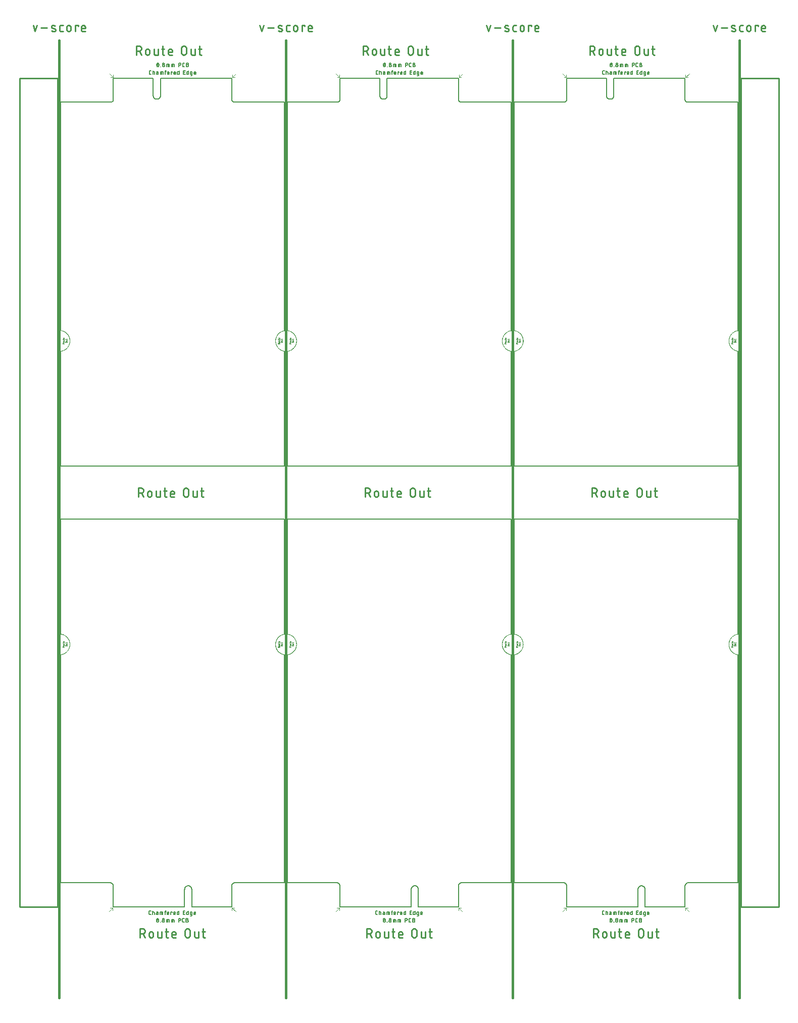
<source format=gko>
G04 EAGLE Gerber RS-274X export*
G75*
%MOMM*%
%FSLAX34Y34*%
%LPD*%
%IN*%
%IPPOS*%
%AMOC8*
5,1,8,0,0,1.08239X$1,22.5*%
G01*
%ADD10C,0.203200*%
%ADD11C,0.101600*%
%ADD12C,0.279400*%
%ADD13C,0.381000*%
%ADD14C,0.254000*%
%ADD15C,0.127000*%
%ADD16C,0.025400*%
%ADD17C,0.050000*%


D10*
X286710Y0D02*
X219710Y0D01*
X207710Y0D02*
X88210Y0D01*
X286710Y0D02*
X286710Y35000D01*
X286708Y35137D01*
X286710Y35274D01*
X286716Y35410D01*
X286726Y35547D01*
X286740Y35683D01*
X286758Y35818D01*
X286779Y35954D01*
X286804Y36088D01*
X286833Y36222D01*
X286866Y36355D01*
X286902Y36486D01*
X286942Y36617D01*
X286986Y36747D01*
X287033Y36875D01*
X287084Y37002D01*
X287138Y37128D01*
X287196Y37252D01*
X287257Y37374D01*
X287322Y37494D01*
X287390Y37613D01*
X287462Y37730D01*
X287536Y37844D01*
X287614Y37957D01*
X287695Y38067D01*
X287779Y38175D01*
X287866Y38280D01*
X287956Y38384D01*
X288049Y38484D01*
X288145Y38582D01*
X288243Y38677D01*
X288344Y38769D01*
X288448Y38859D01*
X288553Y38945D01*
X288662Y39029D01*
X288772Y39109D01*
X288885Y39187D01*
X289000Y39261D01*
X289117Y39332D01*
X289236Y39399D01*
X289357Y39463D01*
X289480Y39524D01*
X289604Y39581D01*
X289730Y39635D01*
X289857Y39686D01*
X289985Y39732D01*
X290115Y39775D01*
X290246Y39815D01*
X290378Y39850D01*
X290511Y39882D01*
X290645Y39911D01*
X290780Y39935D01*
X290915Y39956D01*
X291051Y39973D01*
X291187Y39986D01*
X291323Y39995D01*
X291460Y40000D01*
X374904Y40000D01*
X374904Y422656D01*
X374904Y457200D02*
X374904Y650000D01*
X0Y650000D01*
X0Y457200D01*
X0Y422910D02*
X0Y40000D01*
X88210Y35000D02*
X88210Y0D01*
X88210Y35000D02*
X88205Y35141D01*
X88196Y35282D01*
X88183Y35423D01*
X88166Y35563D01*
X88145Y35703D01*
X88120Y35842D01*
X88091Y35980D01*
X88059Y36118D01*
X88023Y36254D01*
X87983Y36390D01*
X87939Y36524D01*
X87892Y36657D01*
X87841Y36789D01*
X87787Y36920D01*
X87729Y37048D01*
X87667Y37175D01*
X87602Y37301D01*
X87533Y37424D01*
X87461Y37546D01*
X87386Y37666D01*
X87308Y37783D01*
X87226Y37898D01*
X87141Y38011D01*
X87053Y38122D01*
X86962Y38230D01*
X86868Y38335D01*
X86771Y38438D01*
X86672Y38539D01*
X86569Y38636D01*
X86464Y38731D01*
X86357Y38822D01*
X86247Y38911D01*
X86134Y38997D01*
X86020Y39079D01*
X85903Y39158D01*
X85784Y39234D01*
X85663Y39307D01*
X85539Y39376D01*
X85415Y39442D01*
X85288Y39505D01*
X85159Y39564D01*
X85029Y39619D01*
X84898Y39671D01*
X84765Y39719D01*
X84631Y39763D01*
X84496Y39804D01*
X84359Y39841D01*
X84222Y39874D01*
X84084Y39904D01*
X83945Y39929D01*
X83805Y39951D01*
X83665Y39969D01*
X83525Y39983D01*
X83384Y39993D01*
X83243Y40000D01*
X83101Y40002D01*
X82960Y40000D01*
X0Y40000D01*
X219710Y29000D02*
X219710Y0D01*
X207710Y0D02*
X207710Y29000D01*
X207712Y29153D01*
X207718Y29306D01*
X207727Y29459D01*
X207741Y29612D01*
X207758Y29764D01*
X207780Y29916D01*
X207805Y30067D01*
X207834Y30218D01*
X207867Y30368D01*
X207904Y30517D01*
X207944Y30665D01*
X207988Y30811D01*
X208036Y30957D01*
X208088Y31101D01*
X208144Y31244D01*
X208203Y31386D01*
X208265Y31526D01*
X208331Y31664D01*
X208401Y31801D01*
X208474Y31935D01*
X208551Y32068D01*
X208631Y32199D01*
X208714Y32328D01*
X208801Y32454D01*
X208890Y32579D01*
X208983Y32701D01*
X209079Y32820D01*
X209178Y32937D01*
X209280Y33052D01*
X209385Y33164D01*
X209493Y33273D01*
X209603Y33379D01*
X209716Y33483D01*
X209832Y33583D01*
X209950Y33681D01*
X210071Y33775D01*
X210194Y33867D01*
X210319Y33955D01*
X210447Y34040D01*
X210577Y34122D01*
X210708Y34200D01*
X210842Y34275D01*
X210978Y34347D01*
X211115Y34415D01*
X211254Y34479D01*
X211395Y34540D01*
X211537Y34598D01*
X211681Y34651D01*
X211826Y34701D01*
X211972Y34748D01*
X212119Y34790D01*
X212268Y34829D01*
X212417Y34864D01*
X212567Y34895D01*
X212718Y34922D01*
X212869Y34946D01*
X213022Y34965D01*
X213174Y34981D01*
X213327Y34993D01*
X213480Y35001D01*
X213633Y35005D01*
X213787Y35005D01*
X213940Y35001D01*
X214093Y34993D01*
X214246Y34981D01*
X214398Y34965D01*
X214551Y34946D01*
X214702Y34922D01*
X214853Y34895D01*
X215003Y34864D01*
X215152Y34829D01*
X215301Y34790D01*
X215448Y34748D01*
X215594Y34701D01*
X215739Y34651D01*
X215883Y34598D01*
X216025Y34540D01*
X216166Y34479D01*
X216305Y34415D01*
X216442Y34347D01*
X216578Y34275D01*
X216712Y34200D01*
X216843Y34122D01*
X216973Y34040D01*
X217101Y33955D01*
X217226Y33867D01*
X217349Y33775D01*
X217470Y33681D01*
X217588Y33583D01*
X217704Y33483D01*
X217817Y33379D01*
X217927Y33273D01*
X218035Y33164D01*
X218140Y33052D01*
X218242Y32937D01*
X218341Y32820D01*
X218437Y32701D01*
X218530Y32579D01*
X218619Y32454D01*
X218706Y32328D01*
X218789Y32199D01*
X218869Y32068D01*
X218946Y31935D01*
X219019Y31801D01*
X219089Y31664D01*
X219155Y31526D01*
X219217Y31386D01*
X219276Y31244D01*
X219332Y31101D01*
X219384Y30957D01*
X219432Y30811D01*
X219476Y30665D01*
X219516Y30517D01*
X219553Y30368D01*
X219586Y30218D01*
X219615Y30067D01*
X219640Y29916D01*
X219662Y29764D01*
X219679Y29612D01*
X219693Y29459D01*
X219702Y29306D01*
X219708Y29153D01*
X219710Y29000D01*
D11*
X0Y422910D02*
X418Y422970D01*
X834Y423040D01*
X1248Y423121D01*
X1660Y423212D01*
X2070Y423312D01*
X2478Y423423D01*
X2882Y423543D01*
X3283Y423674D01*
X3682Y423814D01*
X4076Y423963D01*
X4467Y424123D01*
X4854Y424292D01*
X5236Y424470D01*
X5614Y424657D01*
X5988Y424854D01*
X6356Y425060D01*
X6720Y425274D01*
X7078Y425498D01*
X7430Y425730D01*
X7777Y425971D01*
X8117Y426220D01*
X8452Y426477D01*
X8780Y426742D01*
X9102Y427016D01*
X9417Y427297D01*
X9724Y427585D01*
X10025Y427881D01*
X10319Y428185D01*
X10604Y428495D01*
X10883Y428812D01*
X11153Y429136D01*
X11416Y429467D01*
X11670Y429804D01*
X11916Y430147D01*
X12153Y430495D01*
X12382Y430850D01*
X12603Y431210D01*
X12814Y431575D01*
X13017Y431945D01*
X13210Y432321D01*
X13394Y432700D01*
X13569Y433084D01*
X13734Y433473D01*
X13890Y433865D01*
X14036Y434261D01*
X14173Y434660D01*
X14300Y435063D01*
X14417Y435468D01*
X14524Y435876D01*
X14621Y436287D01*
X14707Y436700D01*
X14784Y437115D01*
X14851Y437532D01*
X14907Y437950D01*
X14954Y438370D01*
X14990Y438790D01*
X15015Y439211D01*
X15031Y439633D01*
X15036Y440055D01*
X15031Y440477D01*
X15015Y440899D01*
X14990Y441320D01*
X14954Y441740D01*
X14907Y442160D01*
X14851Y442578D01*
X14784Y442995D01*
X14707Y443410D01*
X14621Y443823D01*
X14524Y444234D01*
X14417Y444642D01*
X14300Y445047D01*
X14173Y445450D01*
X14036Y445849D01*
X13890Y446245D01*
X13734Y446637D01*
X13569Y447026D01*
X13394Y447410D01*
X13210Y447789D01*
X13017Y448165D01*
X12814Y448535D01*
X12603Y448900D01*
X12382Y449260D01*
X12153Y449615D01*
X11916Y449963D01*
X11670Y450306D01*
X11416Y450643D01*
X11153Y450974D01*
X10883Y451298D01*
X10604Y451615D01*
X10319Y451925D01*
X10025Y452229D01*
X9724Y452525D01*
X9417Y452813D01*
X9102Y453094D01*
X8780Y453368D01*
X8452Y453633D01*
X8117Y453890D01*
X7777Y454139D01*
X7430Y454380D01*
X7078Y454612D01*
X6720Y454836D01*
X6356Y455050D01*
X5988Y455256D01*
X5614Y455453D01*
X5236Y455640D01*
X4854Y455818D01*
X4467Y455987D01*
X4076Y456147D01*
X3682Y456296D01*
X3283Y456436D01*
X2882Y456567D01*
X2478Y456687D01*
X2070Y456798D01*
X1660Y456898D01*
X1248Y456989D01*
X834Y457070D01*
X418Y457140D01*
X0Y457200D01*
X374904Y457200D02*
X374483Y457139D01*
X374064Y457068D01*
X373647Y456987D01*
X373232Y456896D01*
X372819Y456795D01*
X372408Y456683D01*
X372001Y456562D01*
X371597Y456431D01*
X371195Y456290D01*
X370798Y456139D01*
X370404Y455978D01*
X370015Y455808D01*
X369629Y455629D01*
X369248Y455440D01*
X368872Y455242D01*
X368501Y455034D01*
X368135Y454818D01*
X367774Y454593D01*
X367419Y454359D01*
X367070Y454117D01*
X366727Y453866D01*
X366390Y453607D01*
X366059Y453339D01*
X365735Y453064D01*
X365418Y452781D01*
X365108Y452490D01*
X364805Y452192D01*
X364509Y451886D01*
X364221Y451573D01*
X363941Y451254D01*
X363669Y450927D01*
X363404Y450594D01*
X363148Y450255D01*
X362900Y449910D01*
X362661Y449558D01*
X362430Y449201D01*
X362208Y448839D01*
X361995Y448471D01*
X361791Y448098D01*
X361597Y447720D01*
X361411Y447337D01*
X361235Y446950D01*
X361068Y446559D01*
X360911Y446164D01*
X360764Y445765D01*
X360626Y445363D01*
X360499Y444957D01*
X360381Y444549D01*
X360273Y444138D01*
X360176Y443724D01*
X360088Y443308D01*
X360011Y442890D01*
X359943Y442470D01*
X359887Y442049D01*
X359840Y441626D01*
X359804Y441202D01*
X359778Y440778D01*
X359762Y440353D01*
X359757Y439928D01*
X359762Y439503D01*
X359778Y439078D01*
X359804Y438654D01*
X359840Y438230D01*
X359887Y437807D01*
X359943Y437386D01*
X360011Y436966D01*
X360088Y436548D01*
X360176Y436132D01*
X360273Y435718D01*
X360381Y435307D01*
X360499Y434899D01*
X360626Y434493D01*
X360764Y434091D01*
X360911Y433692D01*
X361068Y433297D01*
X361235Y432906D01*
X361411Y432519D01*
X361597Y432136D01*
X361791Y431758D01*
X361995Y431385D01*
X362208Y431017D01*
X362430Y430655D01*
X362661Y430298D01*
X362900Y429946D01*
X363148Y429601D01*
X363404Y429262D01*
X363669Y428929D01*
X363941Y428602D01*
X364221Y428283D01*
X364509Y427970D01*
X364805Y427664D01*
X365108Y427366D01*
X365418Y427075D01*
X365735Y426792D01*
X366059Y426517D01*
X366390Y426249D01*
X366727Y425990D01*
X367070Y425739D01*
X367419Y425497D01*
X367774Y425263D01*
X368135Y425038D01*
X368501Y424822D01*
X368872Y424614D01*
X369248Y424416D01*
X369629Y424227D01*
X370015Y424048D01*
X370404Y423878D01*
X370798Y423717D01*
X371195Y423566D01*
X371597Y423425D01*
X372001Y423294D01*
X372408Y423173D01*
X372819Y423061D01*
X373232Y422960D01*
X373647Y422869D01*
X374064Y422788D01*
X374483Y422717D01*
X374904Y422656D01*
D12*
X132956Y-36957D02*
X132956Y-51943D01*
X132956Y-36957D02*
X137119Y-36957D01*
X137247Y-36959D01*
X137375Y-36965D01*
X137503Y-36975D01*
X137631Y-36989D01*
X137758Y-37006D01*
X137884Y-37028D01*
X138010Y-37053D01*
X138134Y-37083D01*
X138258Y-37116D01*
X138381Y-37153D01*
X138503Y-37194D01*
X138623Y-37238D01*
X138742Y-37286D01*
X138859Y-37338D01*
X138975Y-37393D01*
X139088Y-37452D01*
X139201Y-37515D01*
X139311Y-37581D01*
X139418Y-37650D01*
X139524Y-37722D01*
X139628Y-37798D01*
X139729Y-37877D01*
X139828Y-37959D01*
X139924Y-38044D01*
X140017Y-38131D01*
X140108Y-38222D01*
X140195Y-38315D01*
X140280Y-38411D01*
X140362Y-38510D01*
X140441Y-38611D01*
X140517Y-38715D01*
X140589Y-38821D01*
X140658Y-38928D01*
X140724Y-39039D01*
X140787Y-39151D01*
X140846Y-39264D01*
X140901Y-39380D01*
X140953Y-39497D01*
X141001Y-39616D01*
X141045Y-39736D01*
X141086Y-39858D01*
X141123Y-39981D01*
X141156Y-40105D01*
X141186Y-40229D01*
X141211Y-40355D01*
X141233Y-40481D01*
X141250Y-40608D01*
X141264Y-40736D01*
X141274Y-40864D01*
X141280Y-40992D01*
X141282Y-41120D01*
X141280Y-41248D01*
X141274Y-41376D01*
X141264Y-41504D01*
X141250Y-41632D01*
X141233Y-41759D01*
X141211Y-41885D01*
X141186Y-42011D01*
X141156Y-42135D01*
X141123Y-42259D01*
X141086Y-42382D01*
X141045Y-42504D01*
X141001Y-42624D01*
X140953Y-42743D01*
X140901Y-42860D01*
X140846Y-42976D01*
X140787Y-43089D01*
X140724Y-43202D01*
X140658Y-43312D01*
X140589Y-43419D01*
X140517Y-43525D01*
X140441Y-43629D01*
X140362Y-43730D01*
X140280Y-43829D01*
X140195Y-43925D01*
X140108Y-44018D01*
X140017Y-44109D01*
X139924Y-44196D01*
X139828Y-44281D01*
X139729Y-44363D01*
X139628Y-44442D01*
X139524Y-44518D01*
X139418Y-44590D01*
X139311Y-44659D01*
X139201Y-44725D01*
X139088Y-44788D01*
X138975Y-44847D01*
X138859Y-44902D01*
X138742Y-44954D01*
X138623Y-45002D01*
X138503Y-45046D01*
X138381Y-45087D01*
X138258Y-45124D01*
X138134Y-45157D01*
X138010Y-45187D01*
X137884Y-45212D01*
X137758Y-45234D01*
X137631Y-45251D01*
X137503Y-45265D01*
X137375Y-45275D01*
X137247Y-45281D01*
X137119Y-45283D01*
X132956Y-45283D01*
X137951Y-45283D02*
X141281Y-51943D01*
X148240Y-48613D02*
X148240Y-45283D01*
X148242Y-45169D01*
X148248Y-45056D01*
X148257Y-44942D01*
X148271Y-44830D01*
X148288Y-44717D01*
X148310Y-44605D01*
X148335Y-44495D01*
X148363Y-44385D01*
X148396Y-44276D01*
X148432Y-44168D01*
X148472Y-44061D01*
X148516Y-43956D01*
X148563Y-43853D01*
X148613Y-43751D01*
X148667Y-43651D01*
X148725Y-43553D01*
X148786Y-43457D01*
X148849Y-43363D01*
X148917Y-43271D01*
X148987Y-43181D01*
X149060Y-43095D01*
X149136Y-43010D01*
X149215Y-42928D01*
X149297Y-42849D01*
X149382Y-42773D01*
X149468Y-42700D01*
X149558Y-42630D01*
X149650Y-42562D01*
X149744Y-42499D01*
X149840Y-42438D01*
X149938Y-42380D01*
X150038Y-42326D01*
X150140Y-42276D01*
X150243Y-42229D01*
X150348Y-42185D01*
X150455Y-42145D01*
X150563Y-42109D01*
X150672Y-42076D01*
X150782Y-42048D01*
X150892Y-42023D01*
X151004Y-42001D01*
X151117Y-41984D01*
X151229Y-41970D01*
X151343Y-41961D01*
X151456Y-41955D01*
X151570Y-41953D01*
X151684Y-41955D01*
X151797Y-41961D01*
X151911Y-41970D01*
X152023Y-41984D01*
X152136Y-42001D01*
X152248Y-42023D01*
X152358Y-42048D01*
X152468Y-42076D01*
X152577Y-42109D01*
X152685Y-42145D01*
X152792Y-42185D01*
X152897Y-42229D01*
X153000Y-42276D01*
X153102Y-42326D01*
X153202Y-42380D01*
X153300Y-42438D01*
X153396Y-42499D01*
X153490Y-42562D01*
X153582Y-42630D01*
X153672Y-42700D01*
X153758Y-42773D01*
X153843Y-42849D01*
X153925Y-42928D01*
X154004Y-43010D01*
X154080Y-43095D01*
X154153Y-43181D01*
X154223Y-43271D01*
X154291Y-43363D01*
X154354Y-43457D01*
X154415Y-43553D01*
X154473Y-43651D01*
X154527Y-43751D01*
X154577Y-43853D01*
X154624Y-43956D01*
X154668Y-44061D01*
X154708Y-44168D01*
X154744Y-44276D01*
X154777Y-44385D01*
X154805Y-44495D01*
X154830Y-44605D01*
X154852Y-44717D01*
X154869Y-44830D01*
X154883Y-44942D01*
X154892Y-45056D01*
X154898Y-45169D01*
X154900Y-45283D01*
X154900Y-48613D01*
X154898Y-48727D01*
X154892Y-48840D01*
X154883Y-48954D01*
X154869Y-49066D01*
X154852Y-49179D01*
X154830Y-49291D01*
X154805Y-49401D01*
X154777Y-49511D01*
X154744Y-49620D01*
X154708Y-49728D01*
X154668Y-49835D01*
X154624Y-49940D01*
X154577Y-50043D01*
X154527Y-50145D01*
X154473Y-50245D01*
X154415Y-50343D01*
X154354Y-50439D01*
X154291Y-50533D01*
X154223Y-50625D01*
X154153Y-50715D01*
X154080Y-50801D01*
X154004Y-50886D01*
X153925Y-50968D01*
X153843Y-51047D01*
X153758Y-51123D01*
X153672Y-51196D01*
X153582Y-51266D01*
X153490Y-51334D01*
X153396Y-51397D01*
X153300Y-51458D01*
X153202Y-51516D01*
X153102Y-51570D01*
X153000Y-51620D01*
X152897Y-51667D01*
X152792Y-51711D01*
X152685Y-51751D01*
X152577Y-51787D01*
X152468Y-51820D01*
X152358Y-51848D01*
X152248Y-51873D01*
X152136Y-51895D01*
X152023Y-51912D01*
X151911Y-51926D01*
X151797Y-51935D01*
X151684Y-51941D01*
X151570Y-51943D01*
X151456Y-51941D01*
X151343Y-51935D01*
X151229Y-51926D01*
X151117Y-51912D01*
X151004Y-51895D01*
X150892Y-51873D01*
X150782Y-51848D01*
X150672Y-51820D01*
X150563Y-51787D01*
X150455Y-51751D01*
X150348Y-51711D01*
X150243Y-51667D01*
X150140Y-51620D01*
X150038Y-51570D01*
X149938Y-51516D01*
X149840Y-51458D01*
X149744Y-51397D01*
X149650Y-51334D01*
X149558Y-51266D01*
X149468Y-51196D01*
X149382Y-51123D01*
X149297Y-51047D01*
X149215Y-50968D01*
X149136Y-50886D01*
X149060Y-50801D01*
X148987Y-50715D01*
X148917Y-50625D01*
X148849Y-50533D01*
X148786Y-50439D01*
X148725Y-50343D01*
X148667Y-50245D01*
X148613Y-50145D01*
X148563Y-50043D01*
X148516Y-49940D01*
X148472Y-49835D01*
X148432Y-49728D01*
X148396Y-49620D01*
X148363Y-49511D01*
X148335Y-49401D01*
X148310Y-49291D01*
X148288Y-49179D01*
X148271Y-49066D01*
X148257Y-48954D01*
X148248Y-48840D01*
X148242Y-48727D01*
X148240Y-48613D01*
X162308Y-49445D02*
X162308Y-41952D01*
X162307Y-49445D02*
X162309Y-49543D01*
X162315Y-49641D01*
X162324Y-49739D01*
X162338Y-49836D01*
X162355Y-49932D01*
X162376Y-50028D01*
X162401Y-50123D01*
X162429Y-50217D01*
X162461Y-50310D01*
X162497Y-50401D01*
X162536Y-50491D01*
X162579Y-50579D01*
X162626Y-50666D01*
X162675Y-50750D01*
X162728Y-50833D01*
X162784Y-50913D01*
X162843Y-50992D01*
X162906Y-51067D01*
X162971Y-51141D01*
X163039Y-51211D01*
X163109Y-51279D01*
X163183Y-51345D01*
X163259Y-51407D01*
X163337Y-51466D01*
X163417Y-51522D01*
X163500Y-51575D01*
X163584Y-51625D01*
X163671Y-51671D01*
X163759Y-51714D01*
X163849Y-51753D01*
X163940Y-51789D01*
X164033Y-51821D01*
X164127Y-51849D01*
X164222Y-51874D01*
X164318Y-51895D01*
X164414Y-51912D01*
X164511Y-51926D01*
X164609Y-51935D01*
X164707Y-51941D01*
X164805Y-51943D01*
X168968Y-51943D01*
X168968Y-41952D01*
X174949Y-41952D02*
X179944Y-41952D01*
X176614Y-36957D02*
X176614Y-49445D01*
X176616Y-49543D01*
X176622Y-49641D01*
X176631Y-49739D01*
X176645Y-49836D01*
X176662Y-49932D01*
X176683Y-50028D01*
X176708Y-50123D01*
X176736Y-50217D01*
X176768Y-50310D01*
X176804Y-50401D01*
X176843Y-50491D01*
X176886Y-50579D01*
X176933Y-50666D01*
X176982Y-50750D01*
X177035Y-50833D01*
X177091Y-50913D01*
X177150Y-50992D01*
X177213Y-51067D01*
X177278Y-51141D01*
X177346Y-51211D01*
X177416Y-51279D01*
X177490Y-51345D01*
X177566Y-51407D01*
X177644Y-51466D01*
X177724Y-51522D01*
X177807Y-51575D01*
X177891Y-51625D01*
X177978Y-51671D01*
X178066Y-51714D01*
X178156Y-51753D01*
X178247Y-51789D01*
X178340Y-51821D01*
X178434Y-51849D01*
X178529Y-51874D01*
X178625Y-51895D01*
X178721Y-51912D01*
X178818Y-51926D01*
X178916Y-51935D01*
X179014Y-51941D01*
X179112Y-51943D01*
X179944Y-51943D01*
X188773Y-51943D02*
X192936Y-51943D01*
X188773Y-51943D02*
X188675Y-51941D01*
X188577Y-51935D01*
X188479Y-51926D01*
X188382Y-51912D01*
X188286Y-51895D01*
X188190Y-51874D01*
X188095Y-51849D01*
X188001Y-51821D01*
X187908Y-51789D01*
X187817Y-51753D01*
X187727Y-51714D01*
X187639Y-51671D01*
X187552Y-51624D01*
X187468Y-51575D01*
X187385Y-51522D01*
X187305Y-51466D01*
X187227Y-51407D01*
X187151Y-51345D01*
X187077Y-51279D01*
X187007Y-51211D01*
X186939Y-51141D01*
X186874Y-51067D01*
X186811Y-50992D01*
X186752Y-50913D01*
X186696Y-50833D01*
X186643Y-50750D01*
X186594Y-50666D01*
X186547Y-50579D01*
X186504Y-50491D01*
X186465Y-50401D01*
X186429Y-50310D01*
X186397Y-50217D01*
X186369Y-50123D01*
X186344Y-50028D01*
X186323Y-49932D01*
X186306Y-49836D01*
X186292Y-49739D01*
X186283Y-49641D01*
X186277Y-49543D01*
X186275Y-49445D01*
X186276Y-49445D02*
X186276Y-45283D01*
X186278Y-45169D01*
X186284Y-45056D01*
X186293Y-44942D01*
X186307Y-44830D01*
X186324Y-44717D01*
X186346Y-44605D01*
X186371Y-44495D01*
X186399Y-44385D01*
X186432Y-44276D01*
X186468Y-44168D01*
X186508Y-44061D01*
X186552Y-43956D01*
X186599Y-43853D01*
X186649Y-43751D01*
X186703Y-43651D01*
X186761Y-43553D01*
X186822Y-43457D01*
X186885Y-43363D01*
X186953Y-43271D01*
X187023Y-43181D01*
X187096Y-43095D01*
X187172Y-43010D01*
X187251Y-42928D01*
X187333Y-42849D01*
X187418Y-42773D01*
X187504Y-42700D01*
X187594Y-42630D01*
X187686Y-42562D01*
X187780Y-42499D01*
X187876Y-42438D01*
X187974Y-42380D01*
X188074Y-42326D01*
X188176Y-42276D01*
X188279Y-42229D01*
X188384Y-42185D01*
X188491Y-42145D01*
X188599Y-42109D01*
X188708Y-42076D01*
X188818Y-42048D01*
X188928Y-42023D01*
X189040Y-42001D01*
X189153Y-41984D01*
X189265Y-41970D01*
X189379Y-41961D01*
X189492Y-41955D01*
X189606Y-41953D01*
X189720Y-41955D01*
X189833Y-41961D01*
X189947Y-41970D01*
X190059Y-41984D01*
X190172Y-42001D01*
X190284Y-42023D01*
X190394Y-42048D01*
X190504Y-42076D01*
X190613Y-42109D01*
X190721Y-42145D01*
X190828Y-42185D01*
X190933Y-42229D01*
X191036Y-42276D01*
X191138Y-42326D01*
X191238Y-42380D01*
X191336Y-42438D01*
X191432Y-42499D01*
X191526Y-42562D01*
X191618Y-42630D01*
X191708Y-42700D01*
X191794Y-42773D01*
X191879Y-42849D01*
X191961Y-42928D01*
X192040Y-43010D01*
X192116Y-43095D01*
X192189Y-43181D01*
X192259Y-43271D01*
X192327Y-43363D01*
X192390Y-43457D01*
X192451Y-43553D01*
X192509Y-43651D01*
X192563Y-43751D01*
X192613Y-43853D01*
X192660Y-43956D01*
X192704Y-44061D01*
X192744Y-44168D01*
X192780Y-44276D01*
X192813Y-44385D01*
X192841Y-44495D01*
X192866Y-44605D01*
X192888Y-44717D01*
X192905Y-44830D01*
X192919Y-44942D01*
X192928Y-45056D01*
X192934Y-45169D01*
X192936Y-45283D01*
X192936Y-46948D01*
X186276Y-46948D01*
X208369Y-47780D02*
X208369Y-41120D01*
X208371Y-40992D01*
X208377Y-40864D01*
X208387Y-40736D01*
X208401Y-40608D01*
X208418Y-40481D01*
X208440Y-40355D01*
X208465Y-40229D01*
X208495Y-40105D01*
X208528Y-39981D01*
X208565Y-39858D01*
X208606Y-39736D01*
X208650Y-39616D01*
X208698Y-39497D01*
X208750Y-39380D01*
X208805Y-39264D01*
X208864Y-39151D01*
X208927Y-39038D01*
X208993Y-38928D01*
X209062Y-38821D01*
X209134Y-38715D01*
X209210Y-38611D01*
X209289Y-38510D01*
X209371Y-38411D01*
X209456Y-38315D01*
X209543Y-38222D01*
X209634Y-38131D01*
X209727Y-38044D01*
X209823Y-37959D01*
X209922Y-37877D01*
X210023Y-37798D01*
X210127Y-37722D01*
X210233Y-37650D01*
X210340Y-37581D01*
X210451Y-37515D01*
X210563Y-37452D01*
X210676Y-37393D01*
X210792Y-37338D01*
X210909Y-37286D01*
X211028Y-37238D01*
X211148Y-37194D01*
X211270Y-37153D01*
X211393Y-37116D01*
X211517Y-37083D01*
X211641Y-37053D01*
X211767Y-37028D01*
X211893Y-37006D01*
X212020Y-36989D01*
X212148Y-36975D01*
X212276Y-36965D01*
X212404Y-36959D01*
X212532Y-36957D01*
X212660Y-36959D01*
X212788Y-36965D01*
X212916Y-36975D01*
X213044Y-36989D01*
X213171Y-37006D01*
X213297Y-37028D01*
X213423Y-37053D01*
X213547Y-37083D01*
X213671Y-37116D01*
X213794Y-37153D01*
X213916Y-37194D01*
X214036Y-37238D01*
X214155Y-37286D01*
X214272Y-37338D01*
X214388Y-37393D01*
X214501Y-37452D01*
X214614Y-37515D01*
X214724Y-37581D01*
X214831Y-37650D01*
X214937Y-37722D01*
X215041Y-37798D01*
X215142Y-37877D01*
X215241Y-37959D01*
X215337Y-38044D01*
X215430Y-38131D01*
X215521Y-38222D01*
X215608Y-38315D01*
X215693Y-38411D01*
X215775Y-38510D01*
X215854Y-38611D01*
X215930Y-38715D01*
X216002Y-38821D01*
X216071Y-38928D01*
X216137Y-39039D01*
X216200Y-39151D01*
X216259Y-39264D01*
X216314Y-39380D01*
X216366Y-39497D01*
X216414Y-39616D01*
X216458Y-39736D01*
X216499Y-39858D01*
X216536Y-39981D01*
X216569Y-40105D01*
X216599Y-40229D01*
X216624Y-40355D01*
X216646Y-40481D01*
X216663Y-40608D01*
X216677Y-40736D01*
X216687Y-40864D01*
X216693Y-40992D01*
X216695Y-41120D01*
X216694Y-41120D02*
X216694Y-47780D01*
X216695Y-47780D02*
X216693Y-47908D01*
X216687Y-48036D01*
X216677Y-48164D01*
X216663Y-48292D01*
X216646Y-48419D01*
X216624Y-48545D01*
X216599Y-48671D01*
X216569Y-48795D01*
X216536Y-48919D01*
X216499Y-49042D01*
X216458Y-49164D01*
X216414Y-49284D01*
X216366Y-49403D01*
X216314Y-49520D01*
X216259Y-49636D01*
X216200Y-49749D01*
X216137Y-49862D01*
X216071Y-49972D01*
X216002Y-50079D01*
X215930Y-50185D01*
X215854Y-50289D01*
X215775Y-50390D01*
X215693Y-50489D01*
X215608Y-50585D01*
X215521Y-50678D01*
X215430Y-50769D01*
X215337Y-50856D01*
X215241Y-50941D01*
X215142Y-51023D01*
X215041Y-51102D01*
X214937Y-51178D01*
X214831Y-51250D01*
X214724Y-51319D01*
X214613Y-51385D01*
X214501Y-51448D01*
X214388Y-51507D01*
X214272Y-51562D01*
X214155Y-51614D01*
X214036Y-51662D01*
X213916Y-51706D01*
X213794Y-51747D01*
X213671Y-51784D01*
X213547Y-51817D01*
X213423Y-51847D01*
X213297Y-51872D01*
X213171Y-51894D01*
X213044Y-51911D01*
X212916Y-51925D01*
X212788Y-51935D01*
X212660Y-51941D01*
X212532Y-51943D01*
X212404Y-51941D01*
X212276Y-51935D01*
X212148Y-51925D01*
X212020Y-51911D01*
X211893Y-51894D01*
X211767Y-51872D01*
X211641Y-51847D01*
X211517Y-51817D01*
X211393Y-51784D01*
X211270Y-51747D01*
X211148Y-51706D01*
X211028Y-51662D01*
X210909Y-51614D01*
X210792Y-51562D01*
X210676Y-51507D01*
X210563Y-51448D01*
X210451Y-51385D01*
X210340Y-51319D01*
X210233Y-51250D01*
X210127Y-51178D01*
X210023Y-51102D01*
X209922Y-51023D01*
X209823Y-50941D01*
X209727Y-50856D01*
X209634Y-50769D01*
X209543Y-50678D01*
X209456Y-50585D01*
X209371Y-50489D01*
X209289Y-50390D01*
X209210Y-50289D01*
X209134Y-50185D01*
X209062Y-50079D01*
X208993Y-49972D01*
X208927Y-49861D01*
X208864Y-49749D01*
X208805Y-49636D01*
X208750Y-49520D01*
X208698Y-49403D01*
X208650Y-49284D01*
X208606Y-49164D01*
X208565Y-49042D01*
X208528Y-48919D01*
X208495Y-48795D01*
X208465Y-48671D01*
X208440Y-48545D01*
X208418Y-48419D01*
X208401Y-48292D01*
X208387Y-48164D01*
X208377Y-48036D01*
X208371Y-47908D01*
X208369Y-47780D01*
X224311Y-49445D02*
X224311Y-41952D01*
X224311Y-49445D02*
X224313Y-49543D01*
X224319Y-49641D01*
X224328Y-49739D01*
X224342Y-49836D01*
X224359Y-49932D01*
X224380Y-50028D01*
X224405Y-50123D01*
X224433Y-50217D01*
X224465Y-50310D01*
X224501Y-50401D01*
X224540Y-50491D01*
X224583Y-50579D01*
X224630Y-50666D01*
X224679Y-50750D01*
X224732Y-50833D01*
X224788Y-50913D01*
X224847Y-50992D01*
X224910Y-51067D01*
X224975Y-51141D01*
X225043Y-51211D01*
X225113Y-51279D01*
X225187Y-51345D01*
X225263Y-51407D01*
X225341Y-51466D01*
X225421Y-51522D01*
X225504Y-51575D01*
X225588Y-51625D01*
X225675Y-51671D01*
X225763Y-51714D01*
X225853Y-51753D01*
X225944Y-51789D01*
X226037Y-51821D01*
X226131Y-51849D01*
X226226Y-51874D01*
X226322Y-51895D01*
X226418Y-51912D01*
X226515Y-51926D01*
X226613Y-51935D01*
X226711Y-51941D01*
X226809Y-51943D01*
X230972Y-51943D01*
X230972Y-41952D01*
X236953Y-41952D02*
X241948Y-41952D01*
X238618Y-36957D02*
X238618Y-49445D01*
X238617Y-49445D02*
X238619Y-49543D01*
X238625Y-49641D01*
X238634Y-49739D01*
X238648Y-49836D01*
X238665Y-49932D01*
X238686Y-50028D01*
X238711Y-50123D01*
X238739Y-50217D01*
X238771Y-50310D01*
X238807Y-50401D01*
X238846Y-50491D01*
X238889Y-50579D01*
X238936Y-50666D01*
X238985Y-50750D01*
X239038Y-50833D01*
X239094Y-50913D01*
X239153Y-50992D01*
X239216Y-51067D01*
X239281Y-51141D01*
X239349Y-51211D01*
X239419Y-51279D01*
X239493Y-51345D01*
X239569Y-51407D01*
X239647Y-51466D01*
X239727Y-51522D01*
X239810Y-51575D01*
X239894Y-51625D01*
X239981Y-51671D01*
X240069Y-51714D01*
X240159Y-51753D01*
X240250Y-51789D01*
X240343Y-51821D01*
X240437Y-51849D01*
X240532Y-51874D01*
X240628Y-51895D01*
X240724Y-51912D01*
X240821Y-51926D01*
X240919Y-51935D01*
X241017Y-51941D01*
X241115Y-51943D01*
X241116Y-51943D02*
X241948Y-51943D01*
D10*
X599694Y0D02*
X666694Y0D01*
X587694Y0D02*
X468194Y0D01*
X666694Y0D02*
X666694Y35000D01*
X666692Y35137D01*
X666694Y35274D01*
X666700Y35410D01*
X666710Y35547D01*
X666724Y35683D01*
X666742Y35818D01*
X666763Y35954D01*
X666788Y36088D01*
X666817Y36222D01*
X666850Y36355D01*
X666886Y36486D01*
X666926Y36617D01*
X666970Y36747D01*
X667017Y36875D01*
X667068Y37002D01*
X667122Y37128D01*
X667180Y37252D01*
X667241Y37374D01*
X667306Y37494D01*
X667374Y37613D01*
X667446Y37730D01*
X667520Y37844D01*
X667598Y37957D01*
X667679Y38067D01*
X667763Y38175D01*
X667850Y38280D01*
X667940Y38384D01*
X668033Y38484D01*
X668129Y38582D01*
X668227Y38677D01*
X668328Y38769D01*
X668432Y38859D01*
X668537Y38945D01*
X668646Y39029D01*
X668756Y39109D01*
X668869Y39187D01*
X668984Y39261D01*
X669101Y39332D01*
X669220Y39399D01*
X669341Y39463D01*
X669464Y39524D01*
X669588Y39581D01*
X669714Y39635D01*
X669841Y39686D01*
X669969Y39732D01*
X670099Y39775D01*
X670230Y39815D01*
X670362Y39850D01*
X670495Y39882D01*
X670629Y39911D01*
X670764Y39935D01*
X670899Y39956D01*
X671035Y39973D01*
X671171Y39986D01*
X671307Y39995D01*
X671444Y40000D01*
X754888Y40000D01*
X754888Y422656D01*
X754888Y457200D02*
X754888Y650000D01*
X379984Y650000D01*
X379984Y457200D01*
X379984Y422910D02*
X379984Y40000D01*
X468194Y35000D02*
X468194Y0D01*
X468194Y35000D02*
X468189Y35141D01*
X468180Y35282D01*
X468167Y35423D01*
X468150Y35563D01*
X468129Y35703D01*
X468104Y35842D01*
X468075Y35980D01*
X468043Y36118D01*
X468007Y36254D01*
X467967Y36390D01*
X467923Y36524D01*
X467876Y36657D01*
X467825Y36789D01*
X467771Y36920D01*
X467713Y37048D01*
X467651Y37175D01*
X467586Y37301D01*
X467517Y37424D01*
X467445Y37546D01*
X467370Y37666D01*
X467292Y37783D01*
X467210Y37898D01*
X467125Y38011D01*
X467037Y38122D01*
X466946Y38230D01*
X466852Y38335D01*
X466755Y38438D01*
X466656Y38539D01*
X466553Y38636D01*
X466448Y38731D01*
X466341Y38822D01*
X466231Y38911D01*
X466118Y38997D01*
X466004Y39079D01*
X465887Y39158D01*
X465768Y39234D01*
X465647Y39307D01*
X465523Y39376D01*
X465399Y39442D01*
X465272Y39505D01*
X465143Y39564D01*
X465013Y39619D01*
X464882Y39671D01*
X464749Y39719D01*
X464615Y39763D01*
X464480Y39804D01*
X464343Y39841D01*
X464206Y39874D01*
X464068Y39904D01*
X463929Y39929D01*
X463789Y39951D01*
X463649Y39969D01*
X463509Y39983D01*
X463368Y39993D01*
X463227Y40000D01*
X463085Y40002D01*
X462944Y40000D01*
X379984Y40000D01*
X599694Y29000D02*
X599694Y0D01*
X587694Y0D02*
X587694Y29000D01*
X587696Y29153D01*
X587702Y29306D01*
X587711Y29459D01*
X587725Y29612D01*
X587742Y29764D01*
X587764Y29916D01*
X587789Y30067D01*
X587818Y30218D01*
X587851Y30368D01*
X587888Y30517D01*
X587928Y30665D01*
X587972Y30811D01*
X588020Y30957D01*
X588072Y31101D01*
X588128Y31244D01*
X588187Y31386D01*
X588249Y31526D01*
X588315Y31664D01*
X588385Y31801D01*
X588458Y31935D01*
X588535Y32068D01*
X588615Y32199D01*
X588698Y32328D01*
X588785Y32454D01*
X588874Y32579D01*
X588967Y32701D01*
X589063Y32820D01*
X589162Y32937D01*
X589264Y33052D01*
X589369Y33164D01*
X589477Y33273D01*
X589587Y33379D01*
X589700Y33483D01*
X589816Y33583D01*
X589934Y33681D01*
X590055Y33775D01*
X590178Y33867D01*
X590303Y33955D01*
X590431Y34040D01*
X590561Y34122D01*
X590692Y34200D01*
X590826Y34275D01*
X590962Y34347D01*
X591099Y34415D01*
X591238Y34479D01*
X591379Y34540D01*
X591521Y34598D01*
X591665Y34651D01*
X591810Y34701D01*
X591956Y34748D01*
X592103Y34790D01*
X592252Y34829D01*
X592401Y34864D01*
X592551Y34895D01*
X592702Y34922D01*
X592853Y34946D01*
X593006Y34965D01*
X593158Y34981D01*
X593311Y34993D01*
X593464Y35001D01*
X593617Y35005D01*
X593771Y35005D01*
X593924Y35001D01*
X594077Y34993D01*
X594230Y34981D01*
X594382Y34965D01*
X594535Y34946D01*
X594686Y34922D01*
X594837Y34895D01*
X594987Y34864D01*
X595136Y34829D01*
X595285Y34790D01*
X595432Y34748D01*
X595578Y34701D01*
X595723Y34651D01*
X595867Y34598D01*
X596009Y34540D01*
X596150Y34479D01*
X596289Y34415D01*
X596426Y34347D01*
X596562Y34275D01*
X596696Y34200D01*
X596827Y34122D01*
X596957Y34040D01*
X597085Y33955D01*
X597210Y33867D01*
X597333Y33775D01*
X597454Y33681D01*
X597572Y33583D01*
X597688Y33483D01*
X597801Y33379D01*
X597911Y33273D01*
X598019Y33164D01*
X598124Y33052D01*
X598226Y32937D01*
X598325Y32820D01*
X598421Y32701D01*
X598514Y32579D01*
X598603Y32454D01*
X598690Y32328D01*
X598773Y32199D01*
X598853Y32068D01*
X598930Y31935D01*
X599003Y31801D01*
X599073Y31664D01*
X599139Y31526D01*
X599201Y31386D01*
X599260Y31244D01*
X599316Y31101D01*
X599368Y30957D01*
X599416Y30811D01*
X599460Y30665D01*
X599500Y30517D01*
X599537Y30368D01*
X599570Y30218D01*
X599599Y30067D01*
X599624Y29916D01*
X599646Y29764D01*
X599663Y29612D01*
X599677Y29459D01*
X599686Y29306D01*
X599692Y29153D01*
X599694Y29000D01*
D11*
X379984Y422910D02*
X380402Y422970D01*
X380818Y423040D01*
X381232Y423121D01*
X381644Y423212D01*
X382054Y423312D01*
X382462Y423423D01*
X382866Y423543D01*
X383267Y423674D01*
X383666Y423814D01*
X384060Y423963D01*
X384451Y424123D01*
X384838Y424292D01*
X385220Y424470D01*
X385598Y424657D01*
X385972Y424854D01*
X386340Y425060D01*
X386704Y425274D01*
X387062Y425498D01*
X387414Y425730D01*
X387761Y425971D01*
X388101Y426220D01*
X388436Y426477D01*
X388764Y426742D01*
X389086Y427016D01*
X389401Y427297D01*
X389708Y427585D01*
X390009Y427881D01*
X390303Y428185D01*
X390588Y428495D01*
X390867Y428812D01*
X391137Y429136D01*
X391400Y429467D01*
X391654Y429804D01*
X391900Y430147D01*
X392137Y430495D01*
X392366Y430850D01*
X392587Y431210D01*
X392798Y431575D01*
X393001Y431945D01*
X393194Y432321D01*
X393378Y432700D01*
X393553Y433084D01*
X393718Y433473D01*
X393874Y433865D01*
X394020Y434261D01*
X394157Y434660D01*
X394284Y435063D01*
X394401Y435468D01*
X394508Y435876D01*
X394605Y436287D01*
X394691Y436700D01*
X394768Y437115D01*
X394835Y437532D01*
X394891Y437950D01*
X394938Y438370D01*
X394974Y438790D01*
X394999Y439211D01*
X395015Y439633D01*
X395020Y440055D01*
X395015Y440477D01*
X394999Y440899D01*
X394974Y441320D01*
X394938Y441740D01*
X394891Y442160D01*
X394835Y442578D01*
X394768Y442995D01*
X394691Y443410D01*
X394605Y443823D01*
X394508Y444234D01*
X394401Y444642D01*
X394284Y445047D01*
X394157Y445450D01*
X394020Y445849D01*
X393874Y446245D01*
X393718Y446637D01*
X393553Y447026D01*
X393378Y447410D01*
X393194Y447789D01*
X393001Y448165D01*
X392798Y448535D01*
X392587Y448900D01*
X392366Y449260D01*
X392137Y449615D01*
X391900Y449963D01*
X391654Y450306D01*
X391400Y450643D01*
X391137Y450974D01*
X390867Y451298D01*
X390588Y451615D01*
X390303Y451925D01*
X390009Y452229D01*
X389708Y452525D01*
X389401Y452813D01*
X389086Y453094D01*
X388764Y453368D01*
X388436Y453633D01*
X388101Y453890D01*
X387761Y454139D01*
X387414Y454380D01*
X387062Y454612D01*
X386704Y454836D01*
X386340Y455050D01*
X385972Y455256D01*
X385598Y455453D01*
X385220Y455640D01*
X384838Y455818D01*
X384451Y455987D01*
X384060Y456147D01*
X383666Y456296D01*
X383267Y456436D01*
X382866Y456567D01*
X382462Y456687D01*
X382054Y456798D01*
X381644Y456898D01*
X381232Y456989D01*
X380818Y457070D01*
X380402Y457140D01*
X379984Y457200D01*
X754888Y457200D02*
X754467Y457139D01*
X754048Y457068D01*
X753631Y456987D01*
X753216Y456896D01*
X752803Y456795D01*
X752392Y456683D01*
X751985Y456562D01*
X751581Y456431D01*
X751179Y456290D01*
X750782Y456139D01*
X750388Y455978D01*
X749999Y455808D01*
X749613Y455629D01*
X749232Y455440D01*
X748856Y455242D01*
X748485Y455034D01*
X748119Y454818D01*
X747758Y454593D01*
X747403Y454359D01*
X747054Y454117D01*
X746711Y453866D01*
X746374Y453607D01*
X746043Y453339D01*
X745719Y453064D01*
X745402Y452781D01*
X745092Y452490D01*
X744789Y452192D01*
X744493Y451886D01*
X744205Y451573D01*
X743925Y451254D01*
X743653Y450927D01*
X743388Y450594D01*
X743132Y450255D01*
X742884Y449910D01*
X742645Y449558D01*
X742414Y449201D01*
X742192Y448839D01*
X741979Y448471D01*
X741775Y448098D01*
X741581Y447720D01*
X741395Y447337D01*
X741219Y446950D01*
X741052Y446559D01*
X740895Y446164D01*
X740748Y445765D01*
X740610Y445363D01*
X740483Y444957D01*
X740365Y444549D01*
X740257Y444138D01*
X740160Y443724D01*
X740072Y443308D01*
X739995Y442890D01*
X739927Y442470D01*
X739871Y442049D01*
X739824Y441626D01*
X739788Y441202D01*
X739762Y440778D01*
X739746Y440353D01*
X739741Y439928D01*
X739746Y439503D01*
X739762Y439078D01*
X739788Y438654D01*
X739824Y438230D01*
X739871Y437807D01*
X739927Y437386D01*
X739995Y436966D01*
X740072Y436548D01*
X740160Y436132D01*
X740257Y435718D01*
X740365Y435307D01*
X740483Y434899D01*
X740610Y434493D01*
X740748Y434091D01*
X740895Y433692D01*
X741052Y433297D01*
X741219Y432906D01*
X741395Y432519D01*
X741581Y432136D01*
X741775Y431758D01*
X741979Y431385D01*
X742192Y431017D01*
X742414Y430655D01*
X742645Y430298D01*
X742884Y429946D01*
X743132Y429601D01*
X743388Y429262D01*
X743653Y428929D01*
X743925Y428602D01*
X744205Y428283D01*
X744493Y427970D01*
X744789Y427664D01*
X745092Y427366D01*
X745402Y427075D01*
X745719Y426792D01*
X746043Y426517D01*
X746374Y426249D01*
X746711Y425990D01*
X747054Y425739D01*
X747403Y425497D01*
X747758Y425263D01*
X748119Y425038D01*
X748485Y424822D01*
X748856Y424614D01*
X749232Y424416D01*
X749613Y424227D01*
X749999Y424048D01*
X750388Y423878D01*
X750782Y423717D01*
X751179Y423566D01*
X751581Y423425D01*
X751985Y423294D01*
X752392Y423173D01*
X752803Y423061D01*
X753216Y422960D01*
X753631Y422869D01*
X754048Y422788D01*
X754467Y422717D01*
X754888Y422656D01*
D12*
X512940Y-36957D02*
X512940Y-51943D01*
X512940Y-36957D02*
X517103Y-36957D01*
X517231Y-36959D01*
X517359Y-36965D01*
X517487Y-36975D01*
X517615Y-36989D01*
X517742Y-37006D01*
X517868Y-37028D01*
X517994Y-37053D01*
X518118Y-37083D01*
X518242Y-37116D01*
X518365Y-37153D01*
X518487Y-37194D01*
X518607Y-37238D01*
X518726Y-37286D01*
X518843Y-37338D01*
X518959Y-37393D01*
X519072Y-37452D01*
X519185Y-37515D01*
X519295Y-37581D01*
X519402Y-37650D01*
X519508Y-37722D01*
X519612Y-37798D01*
X519713Y-37877D01*
X519812Y-37959D01*
X519908Y-38044D01*
X520001Y-38131D01*
X520092Y-38222D01*
X520179Y-38315D01*
X520264Y-38411D01*
X520346Y-38510D01*
X520425Y-38611D01*
X520501Y-38715D01*
X520573Y-38821D01*
X520642Y-38928D01*
X520708Y-39039D01*
X520771Y-39151D01*
X520830Y-39264D01*
X520885Y-39380D01*
X520937Y-39497D01*
X520985Y-39616D01*
X521029Y-39736D01*
X521070Y-39858D01*
X521107Y-39981D01*
X521140Y-40105D01*
X521170Y-40229D01*
X521195Y-40355D01*
X521217Y-40481D01*
X521234Y-40608D01*
X521248Y-40736D01*
X521258Y-40864D01*
X521264Y-40992D01*
X521266Y-41120D01*
X521264Y-41248D01*
X521258Y-41376D01*
X521248Y-41504D01*
X521234Y-41632D01*
X521217Y-41759D01*
X521195Y-41885D01*
X521170Y-42011D01*
X521140Y-42135D01*
X521107Y-42259D01*
X521070Y-42382D01*
X521029Y-42504D01*
X520985Y-42624D01*
X520937Y-42743D01*
X520885Y-42860D01*
X520830Y-42976D01*
X520771Y-43089D01*
X520708Y-43202D01*
X520642Y-43312D01*
X520573Y-43419D01*
X520501Y-43525D01*
X520425Y-43629D01*
X520346Y-43730D01*
X520264Y-43829D01*
X520179Y-43925D01*
X520092Y-44018D01*
X520001Y-44109D01*
X519908Y-44196D01*
X519812Y-44281D01*
X519713Y-44363D01*
X519612Y-44442D01*
X519508Y-44518D01*
X519402Y-44590D01*
X519295Y-44659D01*
X519185Y-44725D01*
X519072Y-44788D01*
X518959Y-44847D01*
X518843Y-44902D01*
X518726Y-44954D01*
X518607Y-45002D01*
X518487Y-45046D01*
X518365Y-45087D01*
X518242Y-45124D01*
X518118Y-45157D01*
X517994Y-45187D01*
X517868Y-45212D01*
X517742Y-45234D01*
X517615Y-45251D01*
X517487Y-45265D01*
X517359Y-45275D01*
X517231Y-45281D01*
X517103Y-45283D01*
X512940Y-45283D01*
X517935Y-45283D02*
X521265Y-51943D01*
X528224Y-48613D02*
X528224Y-45283D01*
X528226Y-45169D01*
X528232Y-45056D01*
X528241Y-44942D01*
X528255Y-44830D01*
X528272Y-44717D01*
X528294Y-44605D01*
X528319Y-44495D01*
X528347Y-44385D01*
X528380Y-44276D01*
X528416Y-44168D01*
X528456Y-44061D01*
X528500Y-43956D01*
X528547Y-43853D01*
X528597Y-43751D01*
X528651Y-43651D01*
X528709Y-43553D01*
X528770Y-43457D01*
X528833Y-43363D01*
X528901Y-43271D01*
X528971Y-43181D01*
X529044Y-43095D01*
X529120Y-43010D01*
X529199Y-42928D01*
X529281Y-42849D01*
X529366Y-42773D01*
X529452Y-42700D01*
X529542Y-42630D01*
X529634Y-42562D01*
X529728Y-42499D01*
X529824Y-42438D01*
X529922Y-42380D01*
X530022Y-42326D01*
X530124Y-42276D01*
X530227Y-42229D01*
X530332Y-42185D01*
X530439Y-42145D01*
X530547Y-42109D01*
X530656Y-42076D01*
X530766Y-42048D01*
X530876Y-42023D01*
X530988Y-42001D01*
X531101Y-41984D01*
X531213Y-41970D01*
X531327Y-41961D01*
X531440Y-41955D01*
X531554Y-41953D01*
X531668Y-41955D01*
X531781Y-41961D01*
X531895Y-41970D01*
X532007Y-41984D01*
X532120Y-42001D01*
X532232Y-42023D01*
X532342Y-42048D01*
X532452Y-42076D01*
X532561Y-42109D01*
X532669Y-42145D01*
X532776Y-42185D01*
X532881Y-42229D01*
X532984Y-42276D01*
X533086Y-42326D01*
X533186Y-42380D01*
X533284Y-42438D01*
X533380Y-42499D01*
X533474Y-42562D01*
X533566Y-42630D01*
X533656Y-42700D01*
X533742Y-42773D01*
X533827Y-42849D01*
X533909Y-42928D01*
X533988Y-43010D01*
X534064Y-43095D01*
X534137Y-43181D01*
X534207Y-43271D01*
X534275Y-43363D01*
X534338Y-43457D01*
X534399Y-43553D01*
X534457Y-43651D01*
X534511Y-43751D01*
X534561Y-43853D01*
X534608Y-43956D01*
X534652Y-44061D01*
X534692Y-44168D01*
X534728Y-44276D01*
X534761Y-44385D01*
X534789Y-44495D01*
X534814Y-44605D01*
X534836Y-44717D01*
X534853Y-44830D01*
X534867Y-44942D01*
X534876Y-45056D01*
X534882Y-45169D01*
X534884Y-45283D01*
X534884Y-48613D01*
X534882Y-48727D01*
X534876Y-48840D01*
X534867Y-48954D01*
X534853Y-49066D01*
X534836Y-49179D01*
X534814Y-49291D01*
X534789Y-49401D01*
X534761Y-49511D01*
X534728Y-49620D01*
X534692Y-49728D01*
X534652Y-49835D01*
X534608Y-49940D01*
X534561Y-50043D01*
X534511Y-50145D01*
X534457Y-50245D01*
X534399Y-50343D01*
X534338Y-50439D01*
X534275Y-50533D01*
X534207Y-50625D01*
X534137Y-50715D01*
X534064Y-50801D01*
X533988Y-50886D01*
X533909Y-50968D01*
X533827Y-51047D01*
X533742Y-51123D01*
X533656Y-51196D01*
X533566Y-51266D01*
X533474Y-51334D01*
X533380Y-51397D01*
X533284Y-51458D01*
X533186Y-51516D01*
X533086Y-51570D01*
X532984Y-51620D01*
X532881Y-51667D01*
X532776Y-51711D01*
X532669Y-51751D01*
X532561Y-51787D01*
X532452Y-51820D01*
X532342Y-51848D01*
X532232Y-51873D01*
X532120Y-51895D01*
X532007Y-51912D01*
X531895Y-51926D01*
X531781Y-51935D01*
X531668Y-51941D01*
X531554Y-51943D01*
X531440Y-51941D01*
X531327Y-51935D01*
X531213Y-51926D01*
X531101Y-51912D01*
X530988Y-51895D01*
X530876Y-51873D01*
X530766Y-51848D01*
X530656Y-51820D01*
X530547Y-51787D01*
X530439Y-51751D01*
X530332Y-51711D01*
X530227Y-51667D01*
X530124Y-51620D01*
X530022Y-51570D01*
X529922Y-51516D01*
X529824Y-51458D01*
X529728Y-51397D01*
X529634Y-51334D01*
X529542Y-51266D01*
X529452Y-51196D01*
X529366Y-51123D01*
X529281Y-51047D01*
X529199Y-50968D01*
X529120Y-50886D01*
X529044Y-50801D01*
X528971Y-50715D01*
X528901Y-50625D01*
X528833Y-50533D01*
X528770Y-50439D01*
X528709Y-50343D01*
X528651Y-50245D01*
X528597Y-50145D01*
X528547Y-50043D01*
X528500Y-49940D01*
X528456Y-49835D01*
X528416Y-49728D01*
X528380Y-49620D01*
X528347Y-49511D01*
X528319Y-49401D01*
X528294Y-49291D01*
X528272Y-49179D01*
X528255Y-49066D01*
X528241Y-48954D01*
X528232Y-48840D01*
X528226Y-48727D01*
X528224Y-48613D01*
X542292Y-49445D02*
X542292Y-41952D01*
X542291Y-49445D02*
X542293Y-49543D01*
X542299Y-49641D01*
X542308Y-49739D01*
X542322Y-49836D01*
X542339Y-49932D01*
X542360Y-50028D01*
X542385Y-50123D01*
X542413Y-50217D01*
X542445Y-50310D01*
X542481Y-50401D01*
X542520Y-50491D01*
X542563Y-50579D01*
X542610Y-50666D01*
X542659Y-50750D01*
X542712Y-50833D01*
X542768Y-50913D01*
X542827Y-50992D01*
X542890Y-51067D01*
X542955Y-51141D01*
X543023Y-51211D01*
X543093Y-51279D01*
X543167Y-51345D01*
X543243Y-51407D01*
X543321Y-51466D01*
X543401Y-51522D01*
X543484Y-51575D01*
X543568Y-51625D01*
X543655Y-51671D01*
X543743Y-51714D01*
X543833Y-51753D01*
X543924Y-51789D01*
X544017Y-51821D01*
X544111Y-51849D01*
X544206Y-51874D01*
X544302Y-51895D01*
X544398Y-51912D01*
X544495Y-51926D01*
X544593Y-51935D01*
X544691Y-51941D01*
X544789Y-51943D01*
X548952Y-51943D01*
X548952Y-41952D01*
X554933Y-41952D02*
X559928Y-41952D01*
X556598Y-36957D02*
X556598Y-49445D01*
X556600Y-49543D01*
X556606Y-49641D01*
X556615Y-49739D01*
X556629Y-49836D01*
X556646Y-49932D01*
X556667Y-50028D01*
X556692Y-50123D01*
X556720Y-50217D01*
X556752Y-50310D01*
X556788Y-50401D01*
X556827Y-50491D01*
X556870Y-50579D01*
X556917Y-50666D01*
X556966Y-50750D01*
X557019Y-50833D01*
X557075Y-50913D01*
X557134Y-50992D01*
X557197Y-51067D01*
X557262Y-51141D01*
X557330Y-51211D01*
X557400Y-51279D01*
X557474Y-51345D01*
X557550Y-51407D01*
X557628Y-51466D01*
X557708Y-51522D01*
X557791Y-51575D01*
X557875Y-51625D01*
X557962Y-51671D01*
X558050Y-51714D01*
X558140Y-51753D01*
X558231Y-51789D01*
X558324Y-51821D01*
X558418Y-51849D01*
X558513Y-51874D01*
X558609Y-51895D01*
X558705Y-51912D01*
X558802Y-51926D01*
X558900Y-51935D01*
X558998Y-51941D01*
X559096Y-51943D01*
X559928Y-51943D01*
X568757Y-51943D02*
X572920Y-51943D01*
X568757Y-51943D02*
X568659Y-51941D01*
X568561Y-51935D01*
X568463Y-51926D01*
X568366Y-51912D01*
X568270Y-51895D01*
X568174Y-51874D01*
X568079Y-51849D01*
X567985Y-51821D01*
X567892Y-51789D01*
X567801Y-51753D01*
X567711Y-51714D01*
X567623Y-51671D01*
X567536Y-51624D01*
X567452Y-51575D01*
X567369Y-51522D01*
X567289Y-51466D01*
X567211Y-51407D01*
X567135Y-51345D01*
X567061Y-51279D01*
X566991Y-51211D01*
X566923Y-51141D01*
X566858Y-51067D01*
X566795Y-50992D01*
X566736Y-50913D01*
X566680Y-50833D01*
X566627Y-50750D01*
X566578Y-50666D01*
X566531Y-50579D01*
X566488Y-50491D01*
X566449Y-50401D01*
X566413Y-50310D01*
X566381Y-50217D01*
X566353Y-50123D01*
X566328Y-50028D01*
X566307Y-49932D01*
X566290Y-49836D01*
X566276Y-49739D01*
X566267Y-49641D01*
X566261Y-49543D01*
X566259Y-49445D01*
X566260Y-49445D02*
X566260Y-45283D01*
X566262Y-45169D01*
X566268Y-45056D01*
X566277Y-44942D01*
X566291Y-44830D01*
X566308Y-44717D01*
X566330Y-44605D01*
X566355Y-44495D01*
X566383Y-44385D01*
X566416Y-44276D01*
X566452Y-44168D01*
X566492Y-44061D01*
X566536Y-43956D01*
X566583Y-43853D01*
X566633Y-43751D01*
X566687Y-43651D01*
X566745Y-43553D01*
X566806Y-43457D01*
X566869Y-43363D01*
X566937Y-43271D01*
X567007Y-43181D01*
X567080Y-43095D01*
X567156Y-43010D01*
X567235Y-42928D01*
X567317Y-42849D01*
X567402Y-42773D01*
X567488Y-42700D01*
X567578Y-42630D01*
X567670Y-42562D01*
X567764Y-42499D01*
X567860Y-42438D01*
X567958Y-42380D01*
X568058Y-42326D01*
X568160Y-42276D01*
X568263Y-42229D01*
X568368Y-42185D01*
X568475Y-42145D01*
X568583Y-42109D01*
X568692Y-42076D01*
X568802Y-42048D01*
X568912Y-42023D01*
X569024Y-42001D01*
X569137Y-41984D01*
X569249Y-41970D01*
X569363Y-41961D01*
X569476Y-41955D01*
X569590Y-41953D01*
X569704Y-41955D01*
X569817Y-41961D01*
X569931Y-41970D01*
X570043Y-41984D01*
X570156Y-42001D01*
X570268Y-42023D01*
X570378Y-42048D01*
X570488Y-42076D01*
X570597Y-42109D01*
X570705Y-42145D01*
X570812Y-42185D01*
X570917Y-42229D01*
X571020Y-42276D01*
X571122Y-42326D01*
X571222Y-42380D01*
X571320Y-42438D01*
X571416Y-42499D01*
X571510Y-42562D01*
X571602Y-42630D01*
X571692Y-42700D01*
X571778Y-42773D01*
X571863Y-42849D01*
X571945Y-42928D01*
X572024Y-43010D01*
X572100Y-43095D01*
X572173Y-43181D01*
X572243Y-43271D01*
X572311Y-43363D01*
X572374Y-43457D01*
X572435Y-43553D01*
X572493Y-43651D01*
X572547Y-43751D01*
X572597Y-43853D01*
X572644Y-43956D01*
X572688Y-44061D01*
X572728Y-44168D01*
X572764Y-44276D01*
X572797Y-44385D01*
X572825Y-44495D01*
X572850Y-44605D01*
X572872Y-44717D01*
X572889Y-44830D01*
X572903Y-44942D01*
X572912Y-45056D01*
X572918Y-45169D01*
X572920Y-45283D01*
X572920Y-46948D01*
X566260Y-46948D01*
X588353Y-47780D02*
X588353Y-41120D01*
X588355Y-40992D01*
X588361Y-40864D01*
X588371Y-40736D01*
X588385Y-40608D01*
X588402Y-40481D01*
X588424Y-40355D01*
X588449Y-40229D01*
X588479Y-40105D01*
X588512Y-39981D01*
X588549Y-39858D01*
X588590Y-39736D01*
X588634Y-39616D01*
X588682Y-39497D01*
X588734Y-39380D01*
X588789Y-39264D01*
X588848Y-39151D01*
X588911Y-39038D01*
X588977Y-38928D01*
X589046Y-38821D01*
X589118Y-38715D01*
X589194Y-38611D01*
X589273Y-38510D01*
X589355Y-38411D01*
X589440Y-38315D01*
X589527Y-38222D01*
X589618Y-38131D01*
X589711Y-38044D01*
X589807Y-37959D01*
X589906Y-37877D01*
X590007Y-37798D01*
X590111Y-37722D01*
X590217Y-37650D01*
X590324Y-37581D01*
X590435Y-37515D01*
X590547Y-37452D01*
X590660Y-37393D01*
X590776Y-37338D01*
X590893Y-37286D01*
X591012Y-37238D01*
X591132Y-37194D01*
X591254Y-37153D01*
X591377Y-37116D01*
X591501Y-37083D01*
X591625Y-37053D01*
X591751Y-37028D01*
X591877Y-37006D01*
X592004Y-36989D01*
X592132Y-36975D01*
X592260Y-36965D01*
X592388Y-36959D01*
X592516Y-36957D01*
X592644Y-36959D01*
X592772Y-36965D01*
X592900Y-36975D01*
X593028Y-36989D01*
X593155Y-37006D01*
X593281Y-37028D01*
X593407Y-37053D01*
X593531Y-37083D01*
X593655Y-37116D01*
X593778Y-37153D01*
X593900Y-37194D01*
X594020Y-37238D01*
X594139Y-37286D01*
X594256Y-37338D01*
X594372Y-37393D01*
X594485Y-37452D01*
X594598Y-37515D01*
X594708Y-37581D01*
X594815Y-37650D01*
X594921Y-37722D01*
X595025Y-37798D01*
X595126Y-37877D01*
X595225Y-37959D01*
X595321Y-38044D01*
X595414Y-38131D01*
X595505Y-38222D01*
X595592Y-38315D01*
X595677Y-38411D01*
X595759Y-38510D01*
X595838Y-38611D01*
X595914Y-38715D01*
X595986Y-38821D01*
X596055Y-38928D01*
X596121Y-39039D01*
X596184Y-39151D01*
X596243Y-39264D01*
X596298Y-39380D01*
X596350Y-39497D01*
X596398Y-39616D01*
X596442Y-39736D01*
X596483Y-39858D01*
X596520Y-39981D01*
X596553Y-40105D01*
X596583Y-40229D01*
X596608Y-40355D01*
X596630Y-40481D01*
X596647Y-40608D01*
X596661Y-40736D01*
X596671Y-40864D01*
X596677Y-40992D01*
X596679Y-41120D01*
X596678Y-41120D02*
X596678Y-47780D01*
X596679Y-47780D02*
X596677Y-47908D01*
X596671Y-48036D01*
X596661Y-48164D01*
X596647Y-48292D01*
X596630Y-48419D01*
X596608Y-48545D01*
X596583Y-48671D01*
X596553Y-48795D01*
X596520Y-48919D01*
X596483Y-49042D01*
X596442Y-49164D01*
X596398Y-49284D01*
X596350Y-49403D01*
X596298Y-49520D01*
X596243Y-49636D01*
X596184Y-49749D01*
X596121Y-49862D01*
X596055Y-49972D01*
X595986Y-50079D01*
X595914Y-50185D01*
X595838Y-50289D01*
X595759Y-50390D01*
X595677Y-50489D01*
X595592Y-50585D01*
X595505Y-50678D01*
X595414Y-50769D01*
X595321Y-50856D01*
X595225Y-50941D01*
X595126Y-51023D01*
X595025Y-51102D01*
X594921Y-51178D01*
X594815Y-51250D01*
X594708Y-51319D01*
X594598Y-51385D01*
X594485Y-51448D01*
X594372Y-51507D01*
X594256Y-51562D01*
X594139Y-51614D01*
X594020Y-51662D01*
X593900Y-51706D01*
X593778Y-51747D01*
X593655Y-51784D01*
X593531Y-51817D01*
X593407Y-51847D01*
X593281Y-51872D01*
X593155Y-51894D01*
X593028Y-51911D01*
X592900Y-51925D01*
X592772Y-51935D01*
X592644Y-51941D01*
X592516Y-51943D01*
X592388Y-51941D01*
X592260Y-51935D01*
X592132Y-51925D01*
X592004Y-51911D01*
X591877Y-51894D01*
X591751Y-51872D01*
X591625Y-51847D01*
X591501Y-51817D01*
X591377Y-51784D01*
X591254Y-51747D01*
X591132Y-51706D01*
X591012Y-51662D01*
X590893Y-51614D01*
X590776Y-51562D01*
X590660Y-51507D01*
X590547Y-51448D01*
X590435Y-51385D01*
X590324Y-51319D01*
X590217Y-51250D01*
X590111Y-51178D01*
X590007Y-51102D01*
X589906Y-51023D01*
X589807Y-50941D01*
X589711Y-50856D01*
X589618Y-50769D01*
X589527Y-50678D01*
X589440Y-50585D01*
X589355Y-50489D01*
X589273Y-50390D01*
X589194Y-50289D01*
X589118Y-50185D01*
X589046Y-50079D01*
X588977Y-49972D01*
X588911Y-49861D01*
X588848Y-49749D01*
X588789Y-49636D01*
X588734Y-49520D01*
X588682Y-49403D01*
X588634Y-49284D01*
X588590Y-49164D01*
X588549Y-49042D01*
X588512Y-48919D01*
X588479Y-48795D01*
X588449Y-48671D01*
X588424Y-48545D01*
X588402Y-48419D01*
X588385Y-48292D01*
X588371Y-48164D01*
X588361Y-48036D01*
X588355Y-47908D01*
X588353Y-47780D01*
X604295Y-49445D02*
X604295Y-41952D01*
X604295Y-49445D02*
X604297Y-49543D01*
X604303Y-49641D01*
X604312Y-49739D01*
X604326Y-49836D01*
X604343Y-49932D01*
X604364Y-50028D01*
X604389Y-50123D01*
X604417Y-50217D01*
X604449Y-50310D01*
X604485Y-50401D01*
X604524Y-50491D01*
X604567Y-50579D01*
X604614Y-50666D01*
X604663Y-50750D01*
X604716Y-50833D01*
X604772Y-50913D01*
X604831Y-50992D01*
X604894Y-51067D01*
X604959Y-51141D01*
X605027Y-51211D01*
X605097Y-51279D01*
X605171Y-51345D01*
X605247Y-51407D01*
X605325Y-51466D01*
X605405Y-51522D01*
X605488Y-51575D01*
X605572Y-51625D01*
X605659Y-51671D01*
X605747Y-51714D01*
X605837Y-51753D01*
X605928Y-51789D01*
X606021Y-51821D01*
X606115Y-51849D01*
X606210Y-51874D01*
X606306Y-51895D01*
X606402Y-51912D01*
X606499Y-51926D01*
X606597Y-51935D01*
X606695Y-51941D01*
X606793Y-51943D01*
X610956Y-51943D01*
X610956Y-41952D01*
X616937Y-41952D02*
X621932Y-41952D01*
X618602Y-36957D02*
X618602Y-49445D01*
X618601Y-49445D02*
X618603Y-49543D01*
X618609Y-49641D01*
X618618Y-49739D01*
X618632Y-49836D01*
X618649Y-49932D01*
X618670Y-50028D01*
X618695Y-50123D01*
X618723Y-50217D01*
X618755Y-50310D01*
X618791Y-50401D01*
X618830Y-50491D01*
X618873Y-50579D01*
X618920Y-50666D01*
X618969Y-50750D01*
X619022Y-50833D01*
X619078Y-50913D01*
X619137Y-50992D01*
X619200Y-51067D01*
X619265Y-51141D01*
X619333Y-51211D01*
X619403Y-51279D01*
X619477Y-51345D01*
X619553Y-51407D01*
X619631Y-51466D01*
X619711Y-51522D01*
X619794Y-51575D01*
X619878Y-51625D01*
X619965Y-51671D01*
X620053Y-51714D01*
X620143Y-51753D01*
X620234Y-51789D01*
X620327Y-51821D01*
X620421Y-51849D01*
X620516Y-51874D01*
X620612Y-51895D01*
X620708Y-51912D01*
X620805Y-51926D01*
X620903Y-51935D01*
X621001Y-51941D01*
X621099Y-51943D01*
X621100Y-51943D02*
X621932Y-51943D01*
D10*
X979678Y0D02*
X1046678Y0D01*
X967678Y0D02*
X848178Y0D01*
X1046678Y0D02*
X1046678Y35000D01*
X1046676Y35137D01*
X1046678Y35274D01*
X1046684Y35410D01*
X1046694Y35547D01*
X1046708Y35683D01*
X1046726Y35818D01*
X1046747Y35954D01*
X1046772Y36088D01*
X1046801Y36222D01*
X1046834Y36355D01*
X1046870Y36486D01*
X1046910Y36617D01*
X1046954Y36747D01*
X1047001Y36875D01*
X1047052Y37002D01*
X1047106Y37128D01*
X1047164Y37252D01*
X1047225Y37374D01*
X1047290Y37494D01*
X1047358Y37613D01*
X1047430Y37730D01*
X1047504Y37844D01*
X1047582Y37957D01*
X1047663Y38067D01*
X1047747Y38175D01*
X1047834Y38280D01*
X1047924Y38384D01*
X1048017Y38484D01*
X1048113Y38582D01*
X1048211Y38677D01*
X1048312Y38769D01*
X1048416Y38859D01*
X1048521Y38945D01*
X1048630Y39029D01*
X1048740Y39109D01*
X1048853Y39187D01*
X1048968Y39261D01*
X1049085Y39332D01*
X1049204Y39399D01*
X1049325Y39463D01*
X1049448Y39524D01*
X1049572Y39581D01*
X1049698Y39635D01*
X1049825Y39686D01*
X1049953Y39732D01*
X1050083Y39775D01*
X1050214Y39815D01*
X1050346Y39850D01*
X1050479Y39882D01*
X1050613Y39911D01*
X1050748Y39935D01*
X1050883Y39956D01*
X1051019Y39973D01*
X1051155Y39986D01*
X1051291Y39995D01*
X1051428Y40000D01*
X1134872Y40000D01*
X1134872Y422656D01*
X1134872Y457200D02*
X1134872Y650000D01*
X759968Y650000D01*
X759968Y457200D01*
X759968Y422910D02*
X759968Y40000D01*
X848178Y35000D02*
X848178Y0D01*
X848178Y35000D02*
X848173Y35141D01*
X848164Y35282D01*
X848151Y35423D01*
X848134Y35563D01*
X848113Y35703D01*
X848088Y35842D01*
X848059Y35980D01*
X848027Y36118D01*
X847991Y36254D01*
X847951Y36390D01*
X847907Y36524D01*
X847860Y36657D01*
X847809Y36789D01*
X847755Y36920D01*
X847697Y37048D01*
X847635Y37175D01*
X847570Y37301D01*
X847501Y37424D01*
X847429Y37546D01*
X847354Y37666D01*
X847276Y37783D01*
X847194Y37898D01*
X847109Y38011D01*
X847021Y38122D01*
X846930Y38230D01*
X846836Y38335D01*
X846739Y38438D01*
X846640Y38539D01*
X846537Y38636D01*
X846432Y38731D01*
X846325Y38822D01*
X846215Y38911D01*
X846102Y38997D01*
X845988Y39079D01*
X845871Y39158D01*
X845752Y39234D01*
X845631Y39307D01*
X845507Y39376D01*
X845383Y39442D01*
X845256Y39505D01*
X845127Y39564D01*
X844997Y39619D01*
X844866Y39671D01*
X844733Y39719D01*
X844599Y39763D01*
X844464Y39804D01*
X844327Y39841D01*
X844190Y39874D01*
X844052Y39904D01*
X843913Y39929D01*
X843773Y39951D01*
X843633Y39969D01*
X843493Y39983D01*
X843352Y39993D01*
X843211Y40000D01*
X843069Y40002D01*
X842928Y40000D01*
X759968Y40000D01*
X979678Y29000D02*
X979678Y0D01*
X967678Y0D02*
X967678Y29000D01*
X967680Y29153D01*
X967686Y29306D01*
X967695Y29459D01*
X967709Y29612D01*
X967726Y29764D01*
X967748Y29916D01*
X967773Y30067D01*
X967802Y30218D01*
X967835Y30368D01*
X967872Y30517D01*
X967912Y30665D01*
X967956Y30811D01*
X968004Y30957D01*
X968056Y31101D01*
X968112Y31244D01*
X968171Y31386D01*
X968233Y31526D01*
X968299Y31664D01*
X968369Y31801D01*
X968442Y31935D01*
X968519Y32068D01*
X968599Y32199D01*
X968682Y32328D01*
X968769Y32454D01*
X968858Y32579D01*
X968951Y32701D01*
X969047Y32820D01*
X969146Y32937D01*
X969248Y33052D01*
X969353Y33164D01*
X969461Y33273D01*
X969571Y33379D01*
X969684Y33483D01*
X969800Y33583D01*
X969918Y33681D01*
X970039Y33775D01*
X970162Y33867D01*
X970287Y33955D01*
X970415Y34040D01*
X970545Y34122D01*
X970676Y34200D01*
X970810Y34275D01*
X970946Y34347D01*
X971083Y34415D01*
X971222Y34479D01*
X971363Y34540D01*
X971505Y34598D01*
X971649Y34651D01*
X971794Y34701D01*
X971940Y34748D01*
X972087Y34790D01*
X972236Y34829D01*
X972385Y34864D01*
X972535Y34895D01*
X972686Y34922D01*
X972837Y34946D01*
X972990Y34965D01*
X973142Y34981D01*
X973295Y34993D01*
X973448Y35001D01*
X973601Y35005D01*
X973755Y35005D01*
X973908Y35001D01*
X974061Y34993D01*
X974214Y34981D01*
X974366Y34965D01*
X974519Y34946D01*
X974670Y34922D01*
X974821Y34895D01*
X974971Y34864D01*
X975120Y34829D01*
X975269Y34790D01*
X975416Y34748D01*
X975562Y34701D01*
X975707Y34651D01*
X975851Y34598D01*
X975993Y34540D01*
X976134Y34479D01*
X976273Y34415D01*
X976410Y34347D01*
X976546Y34275D01*
X976680Y34200D01*
X976811Y34122D01*
X976941Y34040D01*
X977069Y33955D01*
X977194Y33867D01*
X977317Y33775D01*
X977438Y33681D01*
X977556Y33583D01*
X977672Y33483D01*
X977785Y33379D01*
X977895Y33273D01*
X978003Y33164D01*
X978108Y33052D01*
X978210Y32937D01*
X978309Y32820D01*
X978405Y32701D01*
X978498Y32579D01*
X978587Y32454D01*
X978674Y32328D01*
X978757Y32199D01*
X978837Y32068D01*
X978914Y31935D01*
X978987Y31801D01*
X979057Y31664D01*
X979123Y31526D01*
X979185Y31386D01*
X979244Y31244D01*
X979300Y31101D01*
X979352Y30957D01*
X979400Y30811D01*
X979444Y30665D01*
X979484Y30517D01*
X979521Y30368D01*
X979554Y30218D01*
X979583Y30067D01*
X979608Y29916D01*
X979630Y29764D01*
X979647Y29612D01*
X979661Y29459D01*
X979670Y29306D01*
X979676Y29153D01*
X979678Y29000D01*
D11*
X759968Y422910D02*
X760386Y422970D01*
X760802Y423040D01*
X761216Y423121D01*
X761628Y423212D01*
X762038Y423312D01*
X762446Y423423D01*
X762850Y423543D01*
X763251Y423674D01*
X763650Y423814D01*
X764044Y423963D01*
X764435Y424123D01*
X764822Y424292D01*
X765204Y424470D01*
X765582Y424657D01*
X765956Y424854D01*
X766324Y425060D01*
X766688Y425274D01*
X767046Y425498D01*
X767398Y425730D01*
X767745Y425971D01*
X768085Y426220D01*
X768420Y426477D01*
X768748Y426742D01*
X769070Y427016D01*
X769385Y427297D01*
X769692Y427585D01*
X769993Y427881D01*
X770287Y428185D01*
X770572Y428495D01*
X770851Y428812D01*
X771121Y429136D01*
X771384Y429467D01*
X771638Y429804D01*
X771884Y430147D01*
X772121Y430495D01*
X772350Y430850D01*
X772571Y431210D01*
X772782Y431575D01*
X772985Y431945D01*
X773178Y432321D01*
X773362Y432700D01*
X773537Y433084D01*
X773702Y433473D01*
X773858Y433865D01*
X774004Y434261D01*
X774141Y434660D01*
X774268Y435063D01*
X774385Y435468D01*
X774492Y435876D01*
X774589Y436287D01*
X774675Y436700D01*
X774752Y437115D01*
X774819Y437532D01*
X774875Y437950D01*
X774922Y438370D01*
X774958Y438790D01*
X774983Y439211D01*
X774999Y439633D01*
X775004Y440055D01*
X774999Y440477D01*
X774983Y440899D01*
X774958Y441320D01*
X774922Y441740D01*
X774875Y442160D01*
X774819Y442578D01*
X774752Y442995D01*
X774675Y443410D01*
X774589Y443823D01*
X774492Y444234D01*
X774385Y444642D01*
X774268Y445047D01*
X774141Y445450D01*
X774004Y445849D01*
X773858Y446245D01*
X773702Y446637D01*
X773537Y447026D01*
X773362Y447410D01*
X773178Y447789D01*
X772985Y448165D01*
X772782Y448535D01*
X772571Y448900D01*
X772350Y449260D01*
X772121Y449615D01*
X771884Y449963D01*
X771638Y450306D01*
X771384Y450643D01*
X771121Y450974D01*
X770851Y451298D01*
X770572Y451615D01*
X770287Y451925D01*
X769993Y452229D01*
X769692Y452525D01*
X769385Y452813D01*
X769070Y453094D01*
X768748Y453368D01*
X768420Y453633D01*
X768085Y453890D01*
X767745Y454139D01*
X767398Y454380D01*
X767046Y454612D01*
X766688Y454836D01*
X766324Y455050D01*
X765956Y455256D01*
X765582Y455453D01*
X765204Y455640D01*
X764822Y455818D01*
X764435Y455987D01*
X764044Y456147D01*
X763650Y456296D01*
X763251Y456436D01*
X762850Y456567D01*
X762446Y456687D01*
X762038Y456798D01*
X761628Y456898D01*
X761216Y456989D01*
X760802Y457070D01*
X760386Y457140D01*
X759968Y457200D01*
X1134872Y457200D02*
X1134451Y457139D01*
X1134032Y457068D01*
X1133615Y456987D01*
X1133200Y456896D01*
X1132787Y456795D01*
X1132376Y456683D01*
X1131969Y456562D01*
X1131565Y456431D01*
X1131163Y456290D01*
X1130766Y456139D01*
X1130372Y455978D01*
X1129983Y455808D01*
X1129597Y455629D01*
X1129216Y455440D01*
X1128840Y455242D01*
X1128469Y455034D01*
X1128103Y454818D01*
X1127742Y454593D01*
X1127387Y454359D01*
X1127038Y454117D01*
X1126695Y453866D01*
X1126358Y453607D01*
X1126027Y453339D01*
X1125703Y453064D01*
X1125386Y452781D01*
X1125076Y452490D01*
X1124773Y452192D01*
X1124477Y451886D01*
X1124189Y451573D01*
X1123909Y451254D01*
X1123637Y450927D01*
X1123372Y450594D01*
X1123116Y450255D01*
X1122868Y449910D01*
X1122629Y449558D01*
X1122398Y449201D01*
X1122176Y448839D01*
X1121963Y448471D01*
X1121759Y448098D01*
X1121565Y447720D01*
X1121379Y447337D01*
X1121203Y446950D01*
X1121036Y446559D01*
X1120879Y446164D01*
X1120732Y445765D01*
X1120594Y445363D01*
X1120467Y444957D01*
X1120349Y444549D01*
X1120241Y444138D01*
X1120144Y443724D01*
X1120056Y443308D01*
X1119979Y442890D01*
X1119911Y442470D01*
X1119855Y442049D01*
X1119808Y441626D01*
X1119772Y441202D01*
X1119746Y440778D01*
X1119730Y440353D01*
X1119725Y439928D01*
X1119730Y439503D01*
X1119746Y439078D01*
X1119772Y438654D01*
X1119808Y438230D01*
X1119855Y437807D01*
X1119911Y437386D01*
X1119979Y436966D01*
X1120056Y436548D01*
X1120144Y436132D01*
X1120241Y435718D01*
X1120349Y435307D01*
X1120467Y434899D01*
X1120594Y434493D01*
X1120732Y434091D01*
X1120879Y433692D01*
X1121036Y433297D01*
X1121203Y432906D01*
X1121379Y432519D01*
X1121565Y432136D01*
X1121759Y431758D01*
X1121963Y431385D01*
X1122176Y431017D01*
X1122398Y430655D01*
X1122629Y430298D01*
X1122868Y429946D01*
X1123116Y429601D01*
X1123372Y429262D01*
X1123637Y428929D01*
X1123909Y428602D01*
X1124189Y428283D01*
X1124477Y427970D01*
X1124773Y427664D01*
X1125076Y427366D01*
X1125386Y427075D01*
X1125703Y426792D01*
X1126027Y426517D01*
X1126358Y426249D01*
X1126695Y425990D01*
X1127038Y425739D01*
X1127387Y425497D01*
X1127742Y425263D01*
X1128103Y425038D01*
X1128469Y424822D01*
X1128840Y424614D01*
X1129216Y424416D01*
X1129597Y424227D01*
X1129983Y424048D01*
X1130372Y423878D01*
X1130766Y423717D01*
X1131163Y423566D01*
X1131565Y423425D01*
X1131969Y423294D01*
X1132376Y423173D01*
X1132787Y423061D01*
X1133200Y422960D01*
X1133615Y422869D01*
X1134032Y422788D01*
X1134451Y422717D01*
X1134872Y422656D01*
D12*
X892924Y-36957D02*
X892924Y-51943D01*
X892924Y-36957D02*
X897087Y-36957D01*
X897215Y-36959D01*
X897343Y-36965D01*
X897471Y-36975D01*
X897599Y-36989D01*
X897726Y-37006D01*
X897852Y-37028D01*
X897978Y-37053D01*
X898102Y-37083D01*
X898226Y-37116D01*
X898349Y-37153D01*
X898471Y-37194D01*
X898591Y-37238D01*
X898710Y-37286D01*
X898827Y-37338D01*
X898943Y-37393D01*
X899056Y-37452D01*
X899169Y-37515D01*
X899279Y-37581D01*
X899386Y-37650D01*
X899492Y-37722D01*
X899596Y-37798D01*
X899697Y-37877D01*
X899796Y-37959D01*
X899892Y-38044D01*
X899985Y-38131D01*
X900076Y-38222D01*
X900163Y-38315D01*
X900248Y-38411D01*
X900330Y-38510D01*
X900409Y-38611D01*
X900485Y-38715D01*
X900557Y-38821D01*
X900626Y-38928D01*
X900692Y-39039D01*
X900755Y-39151D01*
X900814Y-39264D01*
X900869Y-39380D01*
X900921Y-39497D01*
X900969Y-39616D01*
X901013Y-39736D01*
X901054Y-39858D01*
X901091Y-39981D01*
X901124Y-40105D01*
X901154Y-40229D01*
X901179Y-40355D01*
X901201Y-40481D01*
X901218Y-40608D01*
X901232Y-40736D01*
X901242Y-40864D01*
X901248Y-40992D01*
X901250Y-41120D01*
X901248Y-41248D01*
X901242Y-41376D01*
X901232Y-41504D01*
X901218Y-41632D01*
X901201Y-41759D01*
X901179Y-41885D01*
X901154Y-42011D01*
X901124Y-42135D01*
X901091Y-42259D01*
X901054Y-42382D01*
X901013Y-42504D01*
X900969Y-42624D01*
X900921Y-42743D01*
X900869Y-42860D01*
X900814Y-42976D01*
X900755Y-43089D01*
X900692Y-43202D01*
X900626Y-43312D01*
X900557Y-43419D01*
X900485Y-43525D01*
X900409Y-43629D01*
X900330Y-43730D01*
X900248Y-43829D01*
X900163Y-43925D01*
X900076Y-44018D01*
X899985Y-44109D01*
X899892Y-44196D01*
X899796Y-44281D01*
X899697Y-44363D01*
X899596Y-44442D01*
X899492Y-44518D01*
X899386Y-44590D01*
X899279Y-44659D01*
X899169Y-44725D01*
X899056Y-44788D01*
X898943Y-44847D01*
X898827Y-44902D01*
X898710Y-44954D01*
X898591Y-45002D01*
X898471Y-45046D01*
X898349Y-45087D01*
X898226Y-45124D01*
X898102Y-45157D01*
X897978Y-45187D01*
X897852Y-45212D01*
X897726Y-45234D01*
X897599Y-45251D01*
X897471Y-45265D01*
X897343Y-45275D01*
X897215Y-45281D01*
X897087Y-45283D01*
X892924Y-45283D01*
X897919Y-45283D02*
X901249Y-51943D01*
X908208Y-48613D02*
X908208Y-45283D01*
X908210Y-45169D01*
X908216Y-45056D01*
X908225Y-44942D01*
X908239Y-44830D01*
X908256Y-44717D01*
X908278Y-44605D01*
X908303Y-44495D01*
X908331Y-44385D01*
X908364Y-44276D01*
X908400Y-44168D01*
X908440Y-44061D01*
X908484Y-43956D01*
X908531Y-43853D01*
X908581Y-43751D01*
X908635Y-43651D01*
X908693Y-43553D01*
X908754Y-43457D01*
X908817Y-43363D01*
X908885Y-43271D01*
X908955Y-43181D01*
X909028Y-43095D01*
X909104Y-43010D01*
X909183Y-42928D01*
X909265Y-42849D01*
X909350Y-42773D01*
X909436Y-42700D01*
X909526Y-42630D01*
X909618Y-42562D01*
X909712Y-42499D01*
X909808Y-42438D01*
X909906Y-42380D01*
X910006Y-42326D01*
X910108Y-42276D01*
X910211Y-42229D01*
X910316Y-42185D01*
X910423Y-42145D01*
X910531Y-42109D01*
X910640Y-42076D01*
X910750Y-42048D01*
X910860Y-42023D01*
X910972Y-42001D01*
X911085Y-41984D01*
X911197Y-41970D01*
X911311Y-41961D01*
X911424Y-41955D01*
X911538Y-41953D01*
X911652Y-41955D01*
X911765Y-41961D01*
X911879Y-41970D01*
X911991Y-41984D01*
X912104Y-42001D01*
X912216Y-42023D01*
X912326Y-42048D01*
X912436Y-42076D01*
X912545Y-42109D01*
X912653Y-42145D01*
X912760Y-42185D01*
X912865Y-42229D01*
X912968Y-42276D01*
X913070Y-42326D01*
X913170Y-42380D01*
X913268Y-42438D01*
X913364Y-42499D01*
X913458Y-42562D01*
X913550Y-42630D01*
X913640Y-42700D01*
X913726Y-42773D01*
X913811Y-42849D01*
X913893Y-42928D01*
X913972Y-43010D01*
X914048Y-43095D01*
X914121Y-43181D01*
X914191Y-43271D01*
X914259Y-43363D01*
X914322Y-43457D01*
X914383Y-43553D01*
X914441Y-43651D01*
X914495Y-43751D01*
X914545Y-43853D01*
X914592Y-43956D01*
X914636Y-44061D01*
X914676Y-44168D01*
X914712Y-44276D01*
X914745Y-44385D01*
X914773Y-44495D01*
X914798Y-44605D01*
X914820Y-44717D01*
X914837Y-44830D01*
X914851Y-44942D01*
X914860Y-45056D01*
X914866Y-45169D01*
X914868Y-45283D01*
X914868Y-48613D01*
X914866Y-48727D01*
X914860Y-48840D01*
X914851Y-48954D01*
X914837Y-49066D01*
X914820Y-49179D01*
X914798Y-49291D01*
X914773Y-49401D01*
X914745Y-49511D01*
X914712Y-49620D01*
X914676Y-49728D01*
X914636Y-49835D01*
X914592Y-49940D01*
X914545Y-50043D01*
X914495Y-50145D01*
X914441Y-50245D01*
X914383Y-50343D01*
X914322Y-50439D01*
X914259Y-50533D01*
X914191Y-50625D01*
X914121Y-50715D01*
X914048Y-50801D01*
X913972Y-50886D01*
X913893Y-50968D01*
X913811Y-51047D01*
X913726Y-51123D01*
X913640Y-51196D01*
X913550Y-51266D01*
X913458Y-51334D01*
X913364Y-51397D01*
X913268Y-51458D01*
X913170Y-51516D01*
X913070Y-51570D01*
X912968Y-51620D01*
X912865Y-51667D01*
X912760Y-51711D01*
X912653Y-51751D01*
X912545Y-51787D01*
X912436Y-51820D01*
X912326Y-51848D01*
X912216Y-51873D01*
X912104Y-51895D01*
X911991Y-51912D01*
X911879Y-51926D01*
X911765Y-51935D01*
X911652Y-51941D01*
X911538Y-51943D01*
X911424Y-51941D01*
X911311Y-51935D01*
X911197Y-51926D01*
X911085Y-51912D01*
X910972Y-51895D01*
X910860Y-51873D01*
X910750Y-51848D01*
X910640Y-51820D01*
X910531Y-51787D01*
X910423Y-51751D01*
X910316Y-51711D01*
X910211Y-51667D01*
X910108Y-51620D01*
X910006Y-51570D01*
X909906Y-51516D01*
X909808Y-51458D01*
X909712Y-51397D01*
X909618Y-51334D01*
X909526Y-51266D01*
X909436Y-51196D01*
X909350Y-51123D01*
X909265Y-51047D01*
X909183Y-50968D01*
X909104Y-50886D01*
X909028Y-50801D01*
X908955Y-50715D01*
X908885Y-50625D01*
X908817Y-50533D01*
X908754Y-50439D01*
X908693Y-50343D01*
X908635Y-50245D01*
X908581Y-50145D01*
X908531Y-50043D01*
X908484Y-49940D01*
X908440Y-49835D01*
X908400Y-49728D01*
X908364Y-49620D01*
X908331Y-49511D01*
X908303Y-49401D01*
X908278Y-49291D01*
X908256Y-49179D01*
X908239Y-49066D01*
X908225Y-48954D01*
X908216Y-48840D01*
X908210Y-48727D01*
X908208Y-48613D01*
X922276Y-49445D02*
X922276Y-41952D01*
X922275Y-49445D02*
X922277Y-49543D01*
X922283Y-49641D01*
X922292Y-49739D01*
X922306Y-49836D01*
X922323Y-49932D01*
X922344Y-50028D01*
X922369Y-50123D01*
X922397Y-50217D01*
X922429Y-50310D01*
X922465Y-50401D01*
X922504Y-50491D01*
X922547Y-50579D01*
X922594Y-50666D01*
X922643Y-50750D01*
X922696Y-50833D01*
X922752Y-50913D01*
X922811Y-50992D01*
X922874Y-51067D01*
X922939Y-51141D01*
X923007Y-51211D01*
X923077Y-51279D01*
X923151Y-51345D01*
X923227Y-51407D01*
X923305Y-51466D01*
X923385Y-51522D01*
X923468Y-51575D01*
X923552Y-51625D01*
X923639Y-51671D01*
X923727Y-51714D01*
X923817Y-51753D01*
X923908Y-51789D01*
X924001Y-51821D01*
X924095Y-51849D01*
X924190Y-51874D01*
X924286Y-51895D01*
X924382Y-51912D01*
X924479Y-51926D01*
X924577Y-51935D01*
X924675Y-51941D01*
X924773Y-51943D01*
X928936Y-51943D01*
X928936Y-41952D01*
X934917Y-41952D02*
X939912Y-41952D01*
X936582Y-36957D02*
X936582Y-49445D01*
X936584Y-49543D01*
X936590Y-49641D01*
X936599Y-49739D01*
X936613Y-49836D01*
X936630Y-49932D01*
X936651Y-50028D01*
X936676Y-50123D01*
X936704Y-50217D01*
X936736Y-50310D01*
X936772Y-50401D01*
X936811Y-50491D01*
X936854Y-50579D01*
X936901Y-50666D01*
X936950Y-50750D01*
X937003Y-50833D01*
X937059Y-50913D01*
X937118Y-50992D01*
X937181Y-51067D01*
X937246Y-51141D01*
X937314Y-51211D01*
X937384Y-51279D01*
X937458Y-51345D01*
X937534Y-51407D01*
X937612Y-51466D01*
X937692Y-51522D01*
X937775Y-51575D01*
X937859Y-51625D01*
X937946Y-51671D01*
X938034Y-51714D01*
X938124Y-51753D01*
X938215Y-51789D01*
X938308Y-51821D01*
X938402Y-51849D01*
X938497Y-51874D01*
X938593Y-51895D01*
X938689Y-51912D01*
X938786Y-51926D01*
X938884Y-51935D01*
X938982Y-51941D01*
X939080Y-51943D01*
X939912Y-51943D01*
X948741Y-51943D02*
X952904Y-51943D01*
X948741Y-51943D02*
X948643Y-51941D01*
X948545Y-51935D01*
X948447Y-51926D01*
X948350Y-51912D01*
X948254Y-51895D01*
X948158Y-51874D01*
X948063Y-51849D01*
X947969Y-51821D01*
X947876Y-51789D01*
X947785Y-51753D01*
X947695Y-51714D01*
X947607Y-51671D01*
X947520Y-51624D01*
X947436Y-51575D01*
X947353Y-51522D01*
X947273Y-51466D01*
X947195Y-51407D01*
X947119Y-51345D01*
X947045Y-51279D01*
X946975Y-51211D01*
X946907Y-51141D01*
X946842Y-51067D01*
X946779Y-50992D01*
X946720Y-50913D01*
X946664Y-50833D01*
X946611Y-50750D01*
X946562Y-50666D01*
X946515Y-50579D01*
X946472Y-50491D01*
X946433Y-50401D01*
X946397Y-50310D01*
X946365Y-50217D01*
X946337Y-50123D01*
X946312Y-50028D01*
X946291Y-49932D01*
X946274Y-49836D01*
X946260Y-49739D01*
X946251Y-49641D01*
X946245Y-49543D01*
X946243Y-49445D01*
X946244Y-49445D02*
X946244Y-45283D01*
X946246Y-45169D01*
X946252Y-45056D01*
X946261Y-44942D01*
X946275Y-44830D01*
X946292Y-44717D01*
X946314Y-44605D01*
X946339Y-44495D01*
X946367Y-44385D01*
X946400Y-44276D01*
X946436Y-44168D01*
X946476Y-44061D01*
X946520Y-43956D01*
X946567Y-43853D01*
X946617Y-43751D01*
X946671Y-43651D01*
X946729Y-43553D01*
X946790Y-43457D01*
X946853Y-43363D01*
X946921Y-43271D01*
X946991Y-43181D01*
X947064Y-43095D01*
X947140Y-43010D01*
X947219Y-42928D01*
X947301Y-42849D01*
X947386Y-42773D01*
X947472Y-42700D01*
X947562Y-42630D01*
X947654Y-42562D01*
X947748Y-42499D01*
X947844Y-42438D01*
X947942Y-42380D01*
X948042Y-42326D01*
X948144Y-42276D01*
X948247Y-42229D01*
X948352Y-42185D01*
X948459Y-42145D01*
X948567Y-42109D01*
X948676Y-42076D01*
X948786Y-42048D01*
X948896Y-42023D01*
X949008Y-42001D01*
X949121Y-41984D01*
X949233Y-41970D01*
X949347Y-41961D01*
X949460Y-41955D01*
X949574Y-41953D01*
X949688Y-41955D01*
X949801Y-41961D01*
X949915Y-41970D01*
X950027Y-41984D01*
X950140Y-42001D01*
X950252Y-42023D01*
X950362Y-42048D01*
X950472Y-42076D01*
X950581Y-42109D01*
X950689Y-42145D01*
X950796Y-42185D01*
X950901Y-42229D01*
X951004Y-42276D01*
X951106Y-42326D01*
X951206Y-42380D01*
X951304Y-42438D01*
X951400Y-42499D01*
X951494Y-42562D01*
X951586Y-42630D01*
X951676Y-42700D01*
X951762Y-42773D01*
X951847Y-42849D01*
X951929Y-42928D01*
X952008Y-43010D01*
X952084Y-43095D01*
X952157Y-43181D01*
X952227Y-43271D01*
X952295Y-43363D01*
X952358Y-43457D01*
X952419Y-43553D01*
X952477Y-43651D01*
X952531Y-43751D01*
X952581Y-43853D01*
X952628Y-43956D01*
X952672Y-44061D01*
X952712Y-44168D01*
X952748Y-44276D01*
X952781Y-44385D01*
X952809Y-44495D01*
X952834Y-44605D01*
X952856Y-44717D01*
X952873Y-44830D01*
X952887Y-44942D01*
X952896Y-45056D01*
X952902Y-45169D01*
X952904Y-45283D01*
X952904Y-46948D01*
X946244Y-46948D01*
X968337Y-47780D02*
X968337Y-41120D01*
X968339Y-40992D01*
X968345Y-40864D01*
X968355Y-40736D01*
X968369Y-40608D01*
X968386Y-40481D01*
X968408Y-40355D01*
X968433Y-40229D01*
X968463Y-40105D01*
X968496Y-39981D01*
X968533Y-39858D01*
X968574Y-39736D01*
X968618Y-39616D01*
X968666Y-39497D01*
X968718Y-39380D01*
X968773Y-39264D01*
X968832Y-39151D01*
X968895Y-39038D01*
X968961Y-38928D01*
X969030Y-38821D01*
X969102Y-38715D01*
X969178Y-38611D01*
X969257Y-38510D01*
X969339Y-38411D01*
X969424Y-38315D01*
X969511Y-38222D01*
X969602Y-38131D01*
X969695Y-38044D01*
X969791Y-37959D01*
X969890Y-37877D01*
X969991Y-37798D01*
X970095Y-37722D01*
X970201Y-37650D01*
X970308Y-37581D01*
X970419Y-37515D01*
X970531Y-37452D01*
X970644Y-37393D01*
X970760Y-37338D01*
X970877Y-37286D01*
X970996Y-37238D01*
X971116Y-37194D01*
X971238Y-37153D01*
X971361Y-37116D01*
X971485Y-37083D01*
X971609Y-37053D01*
X971735Y-37028D01*
X971861Y-37006D01*
X971988Y-36989D01*
X972116Y-36975D01*
X972244Y-36965D01*
X972372Y-36959D01*
X972500Y-36957D01*
X972628Y-36959D01*
X972756Y-36965D01*
X972884Y-36975D01*
X973012Y-36989D01*
X973139Y-37006D01*
X973265Y-37028D01*
X973391Y-37053D01*
X973515Y-37083D01*
X973639Y-37116D01*
X973762Y-37153D01*
X973884Y-37194D01*
X974004Y-37238D01*
X974123Y-37286D01*
X974240Y-37338D01*
X974356Y-37393D01*
X974469Y-37452D01*
X974582Y-37515D01*
X974692Y-37581D01*
X974799Y-37650D01*
X974905Y-37722D01*
X975009Y-37798D01*
X975110Y-37877D01*
X975209Y-37959D01*
X975305Y-38044D01*
X975398Y-38131D01*
X975489Y-38222D01*
X975576Y-38315D01*
X975661Y-38411D01*
X975743Y-38510D01*
X975822Y-38611D01*
X975898Y-38715D01*
X975970Y-38821D01*
X976039Y-38928D01*
X976105Y-39039D01*
X976168Y-39151D01*
X976227Y-39264D01*
X976282Y-39380D01*
X976334Y-39497D01*
X976382Y-39616D01*
X976426Y-39736D01*
X976467Y-39858D01*
X976504Y-39981D01*
X976537Y-40105D01*
X976567Y-40229D01*
X976592Y-40355D01*
X976614Y-40481D01*
X976631Y-40608D01*
X976645Y-40736D01*
X976655Y-40864D01*
X976661Y-40992D01*
X976663Y-41120D01*
X976662Y-41120D02*
X976662Y-47780D01*
X976663Y-47780D02*
X976661Y-47908D01*
X976655Y-48036D01*
X976645Y-48164D01*
X976631Y-48292D01*
X976614Y-48419D01*
X976592Y-48545D01*
X976567Y-48671D01*
X976537Y-48795D01*
X976504Y-48919D01*
X976467Y-49042D01*
X976426Y-49164D01*
X976382Y-49284D01*
X976334Y-49403D01*
X976282Y-49520D01*
X976227Y-49636D01*
X976168Y-49749D01*
X976105Y-49862D01*
X976039Y-49972D01*
X975970Y-50079D01*
X975898Y-50185D01*
X975822Y-50289D01*
X975743Y-50390D01*
X975661Y-50489D01*
X975576Y-50585D01*
X975489Y-50678D01*
X975398Y-50769D01*
X975305Y-50856D01*
X975209Y-50941D01*
X975110Y-51023D01*
X975009Y-51102D01*
X974905Y-51178D01*
X974799Y-51250D01*
X974692Y-51319D01*
X974582Y-51385D01*
X974469Y-51448D01*
X974356Y-51507D01*
X974240Y-51562D01*
X974123Y-51614D01*
X974004Y-51662D01*
X973884Y-51706D01*
X973762Y-51747D01*
X973639Y-51784D01*
X973515Y-51817D01*
X973391Y-51847D01*
X973265Y-51872D01*
X973139Y-51894D01*
X973012Y-51911D01*
X972884Y-51925D01*
X972756Y-51935D01*
X972628Y-51941D01*
X972500Y-51943D01*
X972372Y-51941D01*
X972244Y-51935D01*
X972116Y-51925D01*
X971988Y-51911D01*
X971861Y-51894D01*
X971735Y-51872D01*
X971609Y-51847D01*
X971485Y-51817D01*
X971361Y-51784D01*
X971238Y-51747D01*
X971116Y-51706D01*
X970996Y-51662D01*
X970877Y-51614D01*
X970760Y-51562D01*
X970644Y-51507D01*
X970531Y-51448D01*
X970419Y-51385D01*
X970308Y-51319D01*
X970201Y-51250D01*
X970095Y-51178D01*
X969991Y-51102D01*
X969890Y-51023D01*
X969791Y-50941D01*
X969695Y-50856D01*
X969602Y-50769D01*
X969511Y-50678D01*
X969424Y-50585D01*
X969339Y-50489D01*
X969257Y-50390D01*
X969178Y-50289D01*
X969102Y-50185D01*
X969030Y-50079D01*
X968961Y-49972D01*
X968895Y-49861D01*
X968832Y-49749D01*
X968773Y-49636D01*
X968718Y-49520D01*
X968666Y-49403D01*
X968618Y-49284D01*
X968574Y-49164D01*
X968533Y-49042D01*
X968496Y-48919D01*
X968463Y-48795D01*
X968433Y-48671D01*
X968408Y-48545D01*
X968386Y-48419D01*
X968369Y-48292D01*
X968355Y-48164D01*
X968345Y-48036D01*
X968339Y-47908D01*
X968337Y-47780D01*
X984279Y-49445D02*
X984279Y-41952D01*
X984279Y-49445D02*
X984281Y-49543D01*
X984287Y-49641D01*
X984296Y-49739D01*
X984310Y-49836D01*
X984327Y-49932D01*
X984348Y-50028D01*
X984373Y-50123D01*
X984401Y-50217D01*
X984433Y-50310D01*
X984469Y-50401D01*
X984508Y-50491D01*
X984551Y-50579D01*
X984598Y-50666D01*
X984647Y-50750D01*
X984700Y-50833D01*
X984756Y-50913D01*
X984815Y-50992D01*
X984878Y-51067D01*
X984943Y-51141D01*
X985011Y-51211D01*
X985081Y-51279D01*
X985155Y-51345D01*
X985231Y-51407D01*
X985309Y-51466D01*
X985389Y-51522D01*
X985472Y-51575D01*
X985556Y-51625D01*
X985643Y-51671D01*
X985731Y-51714D01*
X985821Y-51753D01*
X985912Y-51789D01*
X986005Y-51821D01*
X986099Y-51849D01*
X986194Y-51874D01*
X986290Y-51895D01*
X986386Y-51912D01*
X986483Y-51926D01*
X986581Y-51935D01*
X986679Y-51941D01*
X986777Y-51943D01*
X990940Y-51943D01*
X990940Y-41952D01*
X996921Y-41952D02*
X1001916Y-41952D01*
X998586Y-36957D02*
X998586Y-49445D01*
X998585Y-49445D02*
X998587Y-49543D01*
X998593Y-49641D01*
X998602Y-49739D01*
X998616Y-49836D01*
X998633Y-49932D01*
X998654Y-50028D01*
X998679Y-50123D01*
X998707Y-50217D01*
X998739Y-50310D01*
X998775Y-50401D01*
X998814Y-50491D01*
X998857Y-50579D01*
X998904Y-50666D01*
X998953Y-50750D01*
X999006Y-50833D01*
X999062Y-50913D01*
X999121Y-50992D01*
X999184Y-51067D01*
X999249Y-51141D01*
X999317Y-51211D01*
X999387Y-51279D01*
X999461Y-51345D01*
X999537Y-51407D01*
X999615Y-51466D01*
X999695Y-51522D01*
X999778Y-51575D01*
X999862Y-51625D01*
X999949Y-51671D01*
X1000037Y-51714D01*
X1000127Y-51753D01*
X1000218Y-51789D01*
X1000311Y-51821D01*
X1000405Y-51849D01*
X1000500Y-51874D01*
X1000596Y-51895D01*
X1000692Y-51912D01*
X1000789Y-51926D01*
X1000887Y-51935D01*
X1000985Y-51941D01*
X1001083Y-51943D01*
X1001084Y-51943D02*
X1001916Y-51943D01*
D10*
X155194Y1388897D02*
X88194Y1388897D01*
X167194Y1388897D02*
X286694Y1388897D01*
X88194Y1388897D02*
X88194Y1353897D01*
X88196Y1353760D01*
X88194Y1353623D01*
X88188Y1353487D01*
X88178Y1353350D01*
X88164Y1353214D01*
X88146Y1353079D01*
X88125Y1352943D01*
X88100Y1352809D01*
X88071Y1352675D01*
X88038Y1352542D01*
X88002Y1352411D01*
X87962Y1352280D01*
X87918Y1352150D01*
X87871Y1352022D01*
X87820Y1351895D01*
X87766Y1351769D01*
X87708Y1351645D01*
X87647Y1351523D01*
X87582Y1351403D01*
X87514Y1351284D01*
X87442Y1351167D01*
X87368Y1351053D01*
X87290Y1350940D01*
X87209Y1350830D01*
X87125Y1350722D01*
X87038Y1350617D01*
X86948Y1350513D01*
X86855Y1350413D01*
X86759Y1350315D01*
X86661Y1350220D01*
X86560Y1350128D01*
X86456Y1350038D01*
X86351Y1349952D01*
X86242Y1349868D01*
X86132Y1349788D01*
X86019Y1349710D01*
X85904Y1349636D01*
X85787Y1349565D01*
X85668Y1349498D01*
X85547Y1349434D01*
X85424Y1349373D01*
X85300Y1349316D01*
X85174Y1349262D01*
X85047Y1349211D01*
X84919Y1349165D01*
X84789Y1349122D01*
X84658Y1349082D01*
X84526Y1349047D01*
X84393Y1349015D01*
X84259Y1348986D01*
X84124Y1348962D01*
X83989Y1348941D01*
X83853Y1348924D01*
X83717Y1348911D01*
X83581Y1348902D01*
X83444Y1348897D01*
X0Y1348897D01*
X0Y966241D01*
X0Y931697D02*
X0Y738897D01*
X374904Y738897D01*
X374904Y931697D01*
X374904Y965987D02*
X374904Y1348897D01*
X286694Y1353897D02*
X286694Y1388897D01*
X286694Y1353897D02*
X286699Y1353756D01*
X286708Y1353615D01*
X286721Y1353474D01*
X286738Y1353334D01*
X286759Y1353194D01*
X286784Y1353055D01*
X286813Y1352917D01*
X286845Y1352779D01*
X286881Y1352643D01*
X286921Y1352507D01*
X286965Y1352373D01*
X287012Y1352240D01*
X287063Y1352108D01*
X287117Y1351977D01*
X287175Y1351849D01*
X287237Y1351722D01*
X287302Y1351596D01*
X287371Y1351473D01*
X287443Y1351351D01*
X287518Y1351231D01*
X287596Y1351114D01*
X287678Y1350999D01*
X287763Y1350886D01*
X287851Y1350775D01*
X287942Y1350667D01*
X288036Y1350562D01*
X288133Y1350459D01*
X288232Y1350358D01*
X288335Y1350261D01*
X288440Y1350166D01*
X288547Y1350075D01*
X288657Y1349986D01*
X288770Y1349900D01*
X288884Y1349818D01*
X289001Y1349739D01*
X289120Y1349663D01*
X289241Y1349590D01*
X289365Y1349521D01*
X289489Y1349455D01*
X289616Y1349392D01*
X289745Y1349333D01*
X289875Y1349278D01*
X290006Y1349226D01*
X290139Y1349178D01*
X290273Y1349134D01*
X290408Y1349093D01*
X290545Y1349056D01*
X290682Y1349023D01*
X290820Y1348993D01*
X290959Y1348968D01*
X291099Y1348946D01*
X291239Y1348928D01*
X291379Y1348914D01*
X291520Y1348904D01*
X291661Y1348897D01*
X291803Y1348895D01*
X291944Y1348897D01*
X374904Y1348897D01*
X155194Y1359897D02*
X155194Y1388897D01*
X167194Y1388897D02*
X167194Y1359897D01*
X167192Y1359744D01*
X167186Y1359591D01*
X167177Y1359438D01*
X167163Y1359285D01*
X167146Y1359133D01*
X167124Y1358981D01*
X167099Y1358830D01*
X167070Y1358679D01*
X167037Y1358529D01*
X167000Y1358380D01*
X166960Y1358232D01*
X166916Y1358086D01*
X166868Y1357940D01*
X166816Y1357796D01*
X166760Y1357653D01*
X166701Y1357511D01*
X166639Y1357371D01*
X166573Y1357233D01*
X166503Y1357096D01*
X166430Y1356962D01*
X166353Y1356829D01*
X166273Y1356698D01*
X166190Y1356569D01*
X166103Y1356443D01*
X166014Y1356318D01*
X165921Y1356196D01*
X165825Y1356077D01*
X165726Y1355960D01*
X165624Y1355845D01*
X165519Y1355733D01*
X165411Y1355624D01*
X165301Y1355518D01*
X165188Y1355414D01*
X165072Y1355314D01*
X164954Y1355216D01*
X164833Y1355122D01*
X164710Y1355030D01*
X164585Y1354942D01*
X164457Y1354857D01*
X164327Y1354775D01*
X164196Y1354697D01*
X164062Y1354622D01*
X163926Y1354550D01*
X163789Y1354482D01*
X163650Y1354418D01*
X163509Y1354357D01*
X163367Y1354299D01*
X163223Y1354246D01*
X163078Y1354196D01*
X162932Y1354149D01*
X162785Y1354107D01*
X162636Y1354068D01*
X162487Y1354033D01*
X162337Y1354002D01*
X162186Y1353975D01*
X162035Y1353951D01*
X161882Y1353932D01*
X161730Y1353916D01*
X161577Y1353904D01*
X161424Y1353896D01*
X161271Y1353892D01*
X161117Y1353892D01*
X160964Y1353896D01*
X160811Y1353904D01*
X160658Y1353916D01*
X160506Y1353932D01*
X160353Y1353951D01*
X160202Y1353975D01*
X160051Y1354002D01*
X159901Y1354033D01*
X159752Y1354068D01*
X159603Y1354107D01*
X159456Y1354149D01*
X159310Y1354196D01*
X159165Y1354246D01*
X159021Y1354299D01*
X158879Y1354357D01*
X158738Y1354418D01*
X158599Y1354482D01*
X158462Y1354550D01*
X158326Y1354622D01*
X158192Y1354697D01*
X158061Y1354775D01*
X157931Y1354857D01*
X157803Y1354942D01*
X157678Y1355030D01*
X157555Y1355122D01*
X157434Y1355216D01*
X157316Y1355314D01*
X157200Y1355414D01*
X157087Y1355518D01*
X156977Y1355624D01*
X156869Y1355733D01*
X156764Y1355845D01*
X156662Y1355960D01*
X156563Y1356077D01*
X156467Y1356196D01*
X156374Y1356318D01*
X156285Y1356443D01*
X156198Y1356569D01*
X156115Y1356698D01*
X156035Y1356829D01*
X155958Y1356962D01*
X155885Y1357096D01*
X155815Y1357233D01*
X155749Y1357371D01*
X155687Y1357511D01*
X155628Y1357653D01*
X155572Y1357796D01*
X155520Y1357940D01*
X155472Y1358086D01*
X155428Y1358232D01*
X155388Y1358380D01*
X155351Y1358529D01*
X155318Y1358679D01*
X155289Y1358830D01*
X155264Y1358981D01*
X155242Y1359133D01*
X155225Y1359285D01*
X155211Y1359438D01*
X155202Y1359591D01*
X155196Y1359744D01*
X155194Y1359897D01*
D11*
X374904Y965987D02*
X374486Y965927D01*
X374070Y965857D01*
X373656Y965776D01*
X373244Y965685D01*
X372834Y965585D01*
X372426Y965474D01*
X372022Y965354D01*
X371621Y965223D01*
X371222Y965083D01*
X370828Y964934D01*
X370437Y964774D01*
X370050Y964605D01*
X369668Y964427D01*
X369290Y964240D01*
X368916Y964043D01*
X368548Y963837D01*
X368184Y963623D01*
X367826Y963399D01*
X367474Y963167D01*
X367127Y962926D01*
X366787Y962677D01*
X366452Y962420D01*
X366124Y962155D01*
X365802Y961881D01*
X365487Y961600D01*
X365180Y961312D01*
X364879Y961016D01*
X364585Y960712D01*
X364300Y960402D01*
X364021Y960085D01*
X363751Y959761D01*
X363488Y959430D01*
X363234Y959093D01*
X362988Y958750D01*
X362751Y958402D01*
X362522Y958047D01*
X362301Y957687D01*
X362090Y957322D01*
X361887Y956952D01*
X361694Y956576D01*
X361510Y956197D01*
X361335Y955813D01*
X361170Y955424D01*
X361014Y955032D01*
X360868Y954636D01*
X360731Y954237D01*
X360604Y953834D01*
X360487Y953429D01*
X360380Y953021D01*
X360283Y952610D01*
X360197Y952197D01*
X360120Y951782D01*
X360053Y951365D01*
X359997Y950947D01*
X359950Y950527D01*
X359914Y950107D01*
X359889Y949686D01*
X359873Y949264D01*
X359868Y948842D01*
X359873Y948420D01*
X359889Y947998D01*
X359914Y947577D01*
X359950Y947157D01*
X359997Y946737D01*
X360053Y946319D01*
X360120Y945902D01*
X360197Y945487D01*
X360283Y945074D01*
X360380Y944663D01*
X360487Y944255D01*
X360604Y943850D01*
X360731Y943447D01*
X360868Y943048D01*
X361014Y942652D01*
X361170Y942260D01*
X361335Y941871D01*
X361510Y941487D01*
X361694Y941108D01*
X361887Y940732D01*
X362090Y940362D01*
X362301Y939997D01*
X362522Y939637D01*
X362751Y939282D01*
X362988Y938934D01*
X363234Y938591D01*
X363488Y938254D01*
X363751Y937923D01*
X364021Y937599D01*
X364300Y937282D01*
X364585Y936972D01*
X364879Y936668D01*
X365180Y936372D01*
X365487Y936084D01*
X365802Y935803D01*
X366124Y935529D01*
X366452Y935264D01*
X366787Y935007D01*
X367127Y934758D01*
X367474Y934517D01*
X367826Y934285D01*
X368184Y934061D01*
X368548Y933847D01*
X368916Y933641D01*
X369290Y933444D01*
X369668Y933257D01*
X370050Y933079D01*
X370437Y932910D01*
X370828Y932750D01*
X371222Y932601D01*
X371621Y932461D01*
X372022Y932330D01*
X372426Y932210D01*
X372834Y932099D01*
X373244Y931999D01*
X373656Y931908D01*
X374070Y931827D01*
X374486Y931757D01*
X374904Y931697D01*
X0Y931697D02*
X421Y931758D01*
X840Y931829D01*
X1257Y931910D01*
X1672Y932001D01*
X2085Y932102D01*
X2496Y932214D01*
X2903Y932335D01*
X3307Y932466D01*
X3709Y932607D01*
X4106Y932758D01*
X4500Y932919D01*
X4889Y933089D01*
X5275Y933268D01*
X5656Y933457D01*
X6032Y933655D01*
X6403Y933863D01*
X6769Y934079D01*
X7130Y934304D01*
X7485Y934538D01*
X7834Y934780D01*
X8177Y935031D01*
X8514Y935290D01*
X8845Y935558D01*
X9169Y935833D01*
X9486Y936116D01*
X9796Y936407D01*
X10099Y936705D01*
X10395Y937011D01*
X10683Y937324D01*
X10963Y937643D01*
X11235Y937970D01*
X11500Y938303D01*
X11756Y938642D01*
X12004Y938987D01*
X12243Y939339D01*
X12474Y939696D01*
X12696Y940058D01*
X12909Y940426D01*
X13113Y940799D01*
X13307Y941177D01*
X13493Y941560D01*
X13669Y941947D01*
X13836Y942338D01*
X13993Y942733D01*
X14140Y943132D01*
X14278Y943534D01*
X14405Y943940D01*
X14523Y944348D01*
X14631Y944759D01*
X14728Y945173D01*
X14816Y945589D01*
X14893Y946007D01*
X14961Y946427D01*
X15017Y946848D01*
X15064Y947271D01*
X15100Y947695D01*
X15126Y948119D01*
X15142Y948544D01*
X15147Y948969D01*
X15142Y949394D01*
X15126Y949819D01*
X15100Y950243D01*
X15064Y950667D01*
X15017Y951090D01*
X14961Y951511D01*
X14893Y951931D01*
X14816Y952349D01*
X14728Y952765D01*
X14631Y953179D01*
X14523Y953590D01*
X14405Y953998D01*
X14278Y954404D01*
X14140Y954806D01*
X13993Y955205D01*
X13836Y955600D01*
X13669Y955991D01*
X13493Y956378D01*
X13307Y956761D01*
X13113Y957139D01*
X12909Y957512D01*
X12696Y957880D01*
X12474Y958242D01*
X12243Y958599D01*
X12004Y958951D01*
X11756Y959296D01*
X11500Y959635D01*
X11235Y959968D01*
X10963Y960295D01*
X10683Y960614D01*
X10395Y960927D01*
X10099Y961233D01*
X9796Y961531D01*
X9486Y961822D01*
X9169Y962105D01*
X8845Y962380D01*
X8514Y962648D01*
X8177Y962907D01*
X7834Y963158D01*
X7485Y963400D01*
X7130Y963634D01*
X6769Y963859D01*
X6403Y964075D01*
X6032Y964283D01*
X5656Y964481D01*
X5275Y964670D01*
X4889Y964849D01*
X4500Y965019D01*
X4106Y965180D01*
X3709Y965331D01*
X3307Y965472D01*
X2903Y965603D01*
X2496Y965724D01*
X2085Y965836D01*
X1672Y965937D01*
X1257Y966028D01*
X840Y966109D01*
X421Y966180D01*
X0Y966241D01*
D12*
X126860Y1428166D02*
X126860Y1443152D01*
X131023Y1443152D01*
X131151Y1443150D01*
X131279Y1443144D01*
X131407Y1443134D01*
X131535Y1443120D01*
X131662Y1443103D01*
X131788Y1443081D01*
X131914Y1443056D01*
X132038Y1443026D01*
X132162Y1442993D01*
X132285Y1442956D01*
X132407Y1442915D01*
X132527Y1442871D01*
X132646Y1442823D01*
X132763Y1442771D01*
X132879Y1442716D01*
X132992Y1442657D01*
X133105Y1442594D01*
X133215Y1442528D01*
X133322Y1442459D01*
X133428Y1442387D01*
X133532Y1442311D01*
X133633Y1442232D01*
X133732Y1442150D01*
X133828Y1442065D01*
X133921Y1441978D01*
X134012Y1441887D01*
X134099Y1441794D01*
X134184Y1441698D01*
X134266Y1441599D01*
X134345Y1441498D01*
X134421Y1441394D01*
X134493Y1441288D01*
X134562Y1441181D01*
X134628Y1441071D01*
X134691Y1440958D01*
X134750Y1440845D01*
X134805Y1440729D01*
X134857Y1440612D01*
X134905Y1440493D01*
X134949Y1440373D01*
X134990Y1440251D01*
X135027Y1440128D01*
X135060Y1440004D01*
X135090Y1439880D01*
X135115Y1439754D01*
X135137Y1439628D01*
X135154Y1439501D01*
X135168Y1439373D01*
X135178Y1439245D01*
X135184Y1439117D01*
X135186Y1438989D01*
X135184Y1438861D01*
X135178Y1438733D01*
X135168Y1438605D01*
X135154Y1438477D01*
X135137Y1438350D01*
X135115Y1438224D01*
X135090Y1438098D01*
X135060Y1437974D01*
X135027Y1437850D01*
X134990Y1437727D01*
X134949Y1437605D01*
X134905Y1437485D01*
X134857Y1437366D01*
X134805Y1437249D01*
X134750Y1437133D01*
X134691Y1437020D01*
X134628Y1436908D01*
X134562Y1436797D01*
X134493Y1436690D01*
X134421Y1436584D01*
X134345Y1436480D01*
X134266Y1436379D01*
X134184Y1436280D01*
X134099Y1436184D01*
X134012Y1436091D01*
X133921Y1436000D01*
X133828Y1435913D01*
X133732Y1435828D01*
X133633Y1435746D01*
X133532Y1435667D01*
X133428Y1435591D01*
X133322Y1435519D01*
X133215Y1435450D01*
X133105Y1435384D01*
X132992Y1435321D01*
X132879Y1435262D01*
X132763Y1435207D01*
X132646Y1435155D01*
X132527Y1435107D01*
X132407Y1435063D01*
X132285Y1435022D01*
X132162Y1434985D01*
X132038Y1434952D01*
X131914Y1434922D01*
X131788Y1434897D01*
X131662Y1434875D01*
X131535Y1434858D01*
X131407Y1434844D01*
X131279Y1434834D01*
X131151Y1434828D01*
X131023Y1434826D01*
X126860Y1434826D01*
X131855Y1434826D02*
X135185Y1428166D01*
X142144Y1431496D02*
X142144Y1434826D01*
X142146Y1434940D01*
X142152Y1435053D01*
X142161Y1435167D01*
X142175Y1435279D01*
X142192Y1435392D01*
X142214Y1435504D01*
X142239Y1435614D01*
X142267Y1435724D01*
X142300Y1435833D01*
X142336Y1435941D01*
X142376Y1436048D01*
X142420Y1436153D01*
X142467Y1436256D01*
X142517Y1436358D01*
X142571Y1436458D01*
X142629Y1436556D01*
X142690Y1436652D01*
X142753Y1436746D01*
X142821Y1436838D01*
X142891Y1436928D01*
X142964Y1437014D01*
X143040Y1437099D01*
X143119Y1437181D01*
X143201Y1437260D01*
X143286Y1437336D01*
X143372Y1437409D01*
X143462Y1437479D01*
X143554Y1437547D01*
X143648Y1437610D01*
X143744Y1437671D01*
X143842Y1437729D01*
X143942Y1437783D01*
X144044Y1437833D01*
X144147Y1437880D01*
X144252Y1437924D01*
X144359Y1437964D01*
X144467Y1438000D01*
X144576Y1438033D01*
X144686Y1438061D01*
X144796Y1438086D01*
X144908Y1438108D01*
X145021Y1438125D01*
X145133Y1438139D01*
X145247Y1438148D01*
X145360Y1438154D01*
X145474Y1438156D01*
X145588Y1438154D01*
X145701Y1438148D01*
X145815Y1438139D01*
X145927Y1438125D01*
X146040Y1438108D01*
X146152Y1438086D01*
X146262Y1438061D01*
X146372Y1438033D01*
X146481Y1438000D01*
X146589Y1437964D01*
X146696Y1437924D01*
X146801Y1437880D01*
X146904Y1437833D01*
X147006Y1437783D01*
X147106Y1437729D01*
X147204Y1437671D01*
X147300Y1437610D01*
X147394Y1437547D01*
X147486Y1437479D01*
X147576Y1437409D01*
X147662Y1437336D01*
X147747Y1437260D01*
X147829Y1437181D01*
X147908Y1437099D01*
X147984Y1437014D01*
X148057Y1436928D01*
X148127Y1436838D01*
X148195Y1436746D01*
X148258Y1436652D01*
X148319Y1436556D01*
X148377Y1436458D01*
X148431Y1436358D01*
X148481Y1436256D01*
X148528Y1436153D01*
X148572Y1436048D01*
X148612Y1435941D01*
X148648Y1435833D01*
X148681Y1435724D01*
X148709Y1435614D01*
X148734Y1435504D01*
X148756Y1435392D01*
X148773Y1435279D01*
X148787Y1435167D01*
X148796Y1435053D01*
X148802Y1434940D01*
X148804Y1434826D01*
X148804Y1431496D01*
X148802Y1431382D01*
X148796Y1431269D01*
X148787Y1431155D01*
X148773Y1431043D01*
X148756Y1430930D01*
X148734Y1430818D01*
X148709Y1430708D01*
X148681Y1430598D01*
X148648Y1430489D01*
X148612Y1430381D01*
X148572Y1430274D01*
X148528Y1430169D01*
X148481Y1430066D01*
X148431Y1429964D01*
X148377Y1429864D01*
X148319Y1429766D01*
X148258Y1429670D01*
X148195Y1429576D01*
X148127Y1429484D01*
X148057Y1429394D01*
X147984Y1429308D01*
X147908Y1429223D01*
X147829Y1429141D01*
X147747Y1429062D01*
X147662Y1428986D01*
X147576Y1428913D01*
X147486Y1428843D01*
X147394Y1428775D01*
X147300Y1428712D01*
X147204Y1428651D01*
X147106Y1428593D01*
X147006Y1428539D01*
X146904Y1428489D01*
X146801Y1428442D01*
X146696Y1428398D01*
X146589Y1428358D01*
X146481Y1428322D01*
X146372Y1428289D01*
X146262Y1428261D01*
X146152Y1428236D01*
X146040Y1428214D01*
X145927Y1428197D01*
X145815Y1428183D01*
X145701Y1428174D01*
X145588Y1428168D01*
X145474Y1428166D01*
X145360Y1428168D01*
X145247Y1428174D01*
X145133Y1428183D01*
X145021Y1428197D01*
X144908Y1428214D01*
X144796Y1428236D01*
X144686Y1428261D01*
X144576Y1428289D01*
X144467Y1428322D01*
X144359Y1428358D01*
X144252Y1428398D01*
X144147Y1428442D01*
X144044Y1428489D01*
X143942Y1428539D01*
X143842Y1428593D01*
X143744Y1428651D01*
X143648Y1428712D01*
X143554Y1428775D01*
X143462Y1428843D01*
X143372Y1428913D01*
X143286Y1428986D01*
X143201Y1429062D01*
X143119Y1429141D01*
X143040Y1429223D01*
X142964Y1429308D01*
X142891Y1429394D01*
X142821Y1429484D01*
X142753Y1429576D01*
X142690Y1429670D01*
X142629Y1429766D01*
X142571Y1429864D01*
X142517Y1429964D01*
X142467Y1430066D01*
X142420Y1430169D01*
X142376Y1430274D01*
X142336Y1430381D01*
X142300Y1430489D01*
X142267Y1430598D01*
X142239Y1430708D01*
X142214Y1430818D01*
X142192Y1430930D01*
X142175Y1431043D01*
X142161Y1431155D01*
X142152Y1431269D01*
X142146Y1431382D01*
X142144Y1431496D01*
X156212Y1430663D02*
X156212Y1438156D01*
X156211Y1430663D02*
X156213Y1430565D01*
X156219Y1430467D01*
X156228Y1430369D01*
X156242Y1430272D01*
X156259Y1430176D01*
X156280Y1430080D01*
X156305Y1429985D01*
X156333Y1429891D01*
X156365Y1429798D01*
X156401Y1429707D01*
X156440Y1429617D01*
X156483Y1429529D01*
X156530Y1429442D01*
X156579Y1429358D01*
X156632Y1429275D01*
X156688Y1429195D01*
X156747Y1429117D01*
X156810Y1429041D01*
X156875Y1428967D01*
X156943Y1428897D01*
X157013Y1428829D01*
X157087Y1428764D01*
X157163Y1428701D01*
X157241Y1428642D01*
X157321Y1428586D01*
X157404Y1428533D01*
X157488Y1428484D01*
X157575Y1428437D01*
X157663Y1428394D01*
X157753Y1428355D01*
X157844Y1428319D01*
X157937Y1428287D01*
X158031Y1428259D01*
X158126Y1428234D01*
X158222Y1428213D01*
X158318Y1428196D01*
X158415Y1428182D01*
X158513Y1428173D01*
X158611Y1428167D01*
X158709Y1428165D01*
X158709Y1428166D02*
X162872Y1428166D01*
X162872Y1438156D01*
X168853Y1438156D02*
X173848Y1438156D01*
X170518Y1443152D02*
X170518Y1430663D01*
X170520Y1430565D01*
X170526Y1430467D01*
X170535Y1430369D01*
X170549Y1430272D01*
X170566Y1430176D01*
X170587Y1430080D01*
X170612Y1429985D01*
X170640Y1429891D01*
X170672Y1429798D01*
X170708Y1429707D01*
X170747Y1429617D01*
X170790Y1429529D01*
X170837Y1429442D01*
X170886Y1429358D01*
X170939Y1429275D01*
X170995Y1429195D01*
X171054Y1429117D01*
X171117Y1429041D01*
X171182Y1428967D01*
X171250Y1428897D01*
X171320Y1428829D01*
X171394Y1428764D01*
X171470Y1428701D01*
X171548Y1428642D01*
X171628Y1428586D01*
X171711Y1428533D01*
X171795Y1428484D01*
X171882Y1428437D01*
X171970Y1428394D01*
X172060Y1428355D01*
X172151Y1428319D01*
X172244Y1428287D01*
X172338Y1428259D01*
X172433Y1428234D01*
X172529Y1428213D01*
X172625Y1428196D01*
X172722Y1428182D01*
X172820Y1428173D01*
X172918Y1428167D01*
X173016Y1428165D01*
X173016Y1428166D02*
X173848Y1428166D01*
X182677Y1428166D02*
X186840Y1428166D01*
X182677Y1428165D02*
X182579Y1428167D01*
X182481Y1428173D01*
X182383Y1428182D01*
X182286Y1428196D01*
X182190Y1428213D01*
X182094Y1428234D01*
X181999Y1428259D01*
X181905Y1428287D01*
X181812Y1428319D01*
X181721Y1428355D01*
X181631Y1428394D01*
X181543Y1428437D01*
X181456Y1428484D01*
X181372Y1428533D01*
X181289Y1428586D01*
X181209Y1428642D01*
X181131Y1428701D01*
X181055Y1428764D01*
X180981Y1428829D01*
X180911Y1428897D01*
X180843Y1428967D01*
X180778Y1429041D01*
X180715Y1429117D01*
X180656Y1429195D01*
X180600Y1429275D01*
X180547Y1429358D01*
X180498Y1429442D01*
X180451Y1429529D01*
X180408Y1429617D01*
X180369Y1429707D01*
X180333Y1429798D01*
X180301Y1429891D01*
X180273Y1429985D01*
X180248Y1430080D01*
X180227Y1430176D01*
X180210Y1430272D01*
X180196Y1430369D01*
X180187Y1430467D01*
X180181Y1430565D01*
X180179Y1430663D01*
X180180Y1430663D02*
X180180Y1434826D01*
X180182Y1434940D01*
X180188Y1435053D01*
X180197Y1435167D01*
X180211Y1435279D01*
X180228Y1435392D01*
X180250Y1435504D01*
X180275Y1435614D01*
X180303Y1435724D01*
X180336Y1435833D01*
X180372Y1435941D01*
X180412Y1436048D01*
X180456Y1436153D01*
X180503Y1436256D01*
X180553Y1436358D01*
X180607Y1436458D01*
X180665Y1436556D01*
X180726Y1436652D01*
X180789Y1436746D01*
X180857Y1436838D01*
X180927Y1436928D01*
X181000Y1437014D01*
X181076Y1437099D01*
X181155Y1437181D01*
X181237Y1437260D01*
X181322Y1437336D01*
X181408Y1437409D01*
X181498Y1437479D01*
X181590Y1437547D01*
X181684Y1437610D01*
X181780Y1437671D01*
X181878Y1437729D01*
X181978Y1437783D01*
X182080Y1437833D01*
X182183Y1437880D01*
X182288Y1437924D01*
X182395Y1437964D01*
X182503Y1438000D01*
X182612Y1438033D01*
X182722Y1438061D01*
X182832Y1438086D01*
X182944Y1438108D01*
X183057Y1438125D01*
X183169Y1438139D01*
X183283Y1438148D01*
X183396Y1438154D01*
X183510Y1438156D01*
X183624Y1438154D01*
X183737Y1438148D01*
X183851Y1438139D01*
X183963Y1438125D01*
X184076Y1438108D01*
X184188Y1438086D01*
X184298Y1438061D01*
X184408Y1438033D01*
X184517Y1438000D01*
X184625Y1437964D01*
X184732Y1437924D01*
X184837Y1437880D01*
X184940Y1437833D01*
X185042Y1437783D01*
X185142Y1437729D01*
X185240Y1437671D01*
X185336Y1437610D01*
X185430Y1437547D01*
X185522Y1437479D01*
X185612Y1437409D01*
X185698Y1437336D01*
X185783Y1437260D01*
X185865Y1437181D01*
X185944Y1437099D01*
X186020Y1437014D01*
X186093Y1436928D01*
X186163Y1436838D01*
X186231Y1436746D01*
X186294Y1436652D01*
X186355Y1436556D01*
X186413Y1436458D01*
X186467Y1436358D01*
X186517Y1436256D01*
X186564Y1436153D01*
X186608Y1436048D01*
X186648Y1435941D01*
X186684Y1435833D01*
X186717Y1435724D01*
X186745Y1435614D01*
X186770Y1435504D01*
X186792Y1435392D01*
X186809Y1435279D01*
X186823Y1435167D01*
X186832Y1435053D01*
X186838Y1434940D01*
X186840Y1434826D01*
X186840Y1433161D01*
X180180Y1433161D01*
X202273Y1432329D02*
X202273Y1438989D01*
X202275Y1439117D01*
X202281Y1439245D01*
X202291Y1439373D01*
X202305Y1439501D01*
X202322Y1439628D01*
X202344Y1439754D01*
X202369Y1439880D01*
X202399Y1440004D01*
X202432Y1440128D01*
X202469Y1440251D01*
X202510Y1440373D01*
X202554Y1440493D01*
X202602Y1440612D01*
X202654Y1440729D01*
X202709Y1440845D01*
X202768Y1440958D01*
X202831Y1441071D01*
X202897Y1441181D01*
X202966Y1441288D01*
X203038Y1441394D01*
X203114Y1441498D01*
X203193Y1441599D01*
X203275Y1441698D01*
X203360Y1441794D01*
X203447Y1441887D01*
X203538Y1441978D01*
X203631Y1442065D01*
X203727Y1442150D01*
X203826Y1442232D01*
X203927Y1442311D01*
X204031Y1442387D01*
X204137Y1442459D01*
X204244Y1442528D01*
X204355Y1442594D01*
X204467Y1442657D01*
X204580Y1442716D01*
X204696Y1442771D01*
X204813Y1442823D01*
X204932Y1442871D01*
X205052Y1442915D01*
X205174Y1442956D01*
X205297Y1442993D01*
X205421Y1443026D01*
X205545Y1443056D01*
X205671Y1443081D01*
X205797Y1443103D01*
X205924Y1443120D01*
X206052Y1443134D01*
X206180Y1443144D01*
X206308Y1443150D01*
X206436Y1443152D01*
X206564Y1443150D01*
X206692Y1443144D01*
X206820Y1443134D01*
X206948Y1443120D01*
X207075Y1443103D01*
X207201Y1443081D01*
X207327Y1443056D01*
X207451Y1443026D01*
X207575Y1442993D01*
X207698Y1442956D01*
X207820Y1442915D01*
X207940Y1442871D01*
X208059Y1442823D01*
X208176Y1442771D01*
X208292Y1442716D01*
X208405Y1442657D01*
X208518Y1442594D01*
X208628Y1442528D01*
X208735Y1442459D01*
X208841Y1442387D01*
X208945Y1442311D01*
X209046Y1442232D01*
X209145Y1442150D01*
X209241Y1442065D01*
X209334Y1441978D01*
X209425Y1441887D01*
X209512Y1441794D01*
X209597Y1441698D01*
X209679Y1441599D01*
X209758Y1441498D01*
X209834Y1441394D01*
X209906Y1441288D01*
X209975Y1441181D01*
X210041Y1441071D01*
X210104Y1440958D01*
X210163Y1440845D01*
X210218Y1440729D01*
X210270Y1440612D01*
X210318Y1440493D01*
X210362Y1440373D01*
X210403Y1440251D01*
X210440Y1440128D01*
X210473Y1440004D01*
X210503Y1439880D01*
X210528Y1439754D01*
X210550Y1439628D01*
X210567Y1439501D01*
X210581Y1439373D01*
X210591Y1439245D01*
X210597Y1439117D01*
X210599Y1438989D01*
X210598Y1438989D02*
X210598Y1432329D01*
X210599Y1432329D02*
X210597Y1432201D01*
X210591Y1432073D01*
X210581Y1431945D01*
X210567Y1431817D01*
X210550Y1431690D01*
X210528Y1431564D01*
X210503Y1431438D01*
X210473Y1431314D01*
X210440Y1431190D01*
X210403Y1431067D01*
X210362Y1430945D01*
X210318Y1430825D01*
X210270Y1430706D01*
X210218Y1430589D01*
X210163Y1430473D01*
X210104Y1430360D01*
X210041Y1430248D01*
X209975Y1430137D01*
X209906Y1430030D01*
X209834Y1429924D01*
X209758Y1429820D01*
X209679Y1429719D01*
X209597Y1429620D01*
X209512Y1429524D01*
X209425Y1429431D01*
X209334Y1429340D01*
X209241Y1429253D01*
X209145Y1429168D01*
X209046Y1429086D01*
X208945Y1429007D01*
X208841Y1428931D01*
X208735Y1428859D01*
X208628Y1428790D01*
X208517Y1428724D01*
X208405Y1428661D01*
X208292Y1428602D01*
X208176Y1428547D01*
X208059Y1428495D01*
X207940Y1428447D01*
X207820Y1428403D01*
X207698Y1428362D01*
X207575Y1428325D01*
X207451Y1428292D01*
X207327Y1428262D01*
X207201Y1428237D01*
X207075Y1428215D01*
X206948Y1428198D01*
X206820Y1428184D01*
X206692Y1428174D01*
X206564Y1428168D01*
X206436Y1428166D01*
X206308Y1428168D01*
X206180Y1428174D01*
X206052Y1428184D01*
X205924Y1428198D01*
X205797Y1428215D01*
X205671Y1428237D01*
X205545Y1428262D01*
X205421Y1428292D01*
X205297Y1428325D01*
X205174Y1428362D01*
X205052Y1428403D01*
X204932Y1428447D01*
X204813Y1428495D01*
X204696Y1428547D01*
X204580Y1428602D01*
X204467Y1428661D01*
X204355Y1428724D01*
X204244Y1428790D01*
X204137Y1428859D01*
X204031Y1428931D01*
X203927Y1429007D01*
X203826Y1429086D01*
X203727Y1429168D01*
X203631Y1429253D01*
X203538Y1429340D01*
X203447Y1429431D01*
X203360Y1429524D01*
X203275Y1429620D01*
X203193Y1429719D01*
X203114Y1429820D01*
X203038Y1429924D01*
X202966Y1430030D01*
X202897Y1430137D01*
X202831Y1430248D01*
X202768Y1430360D01*
X202709Y1430473D01*
X202654Y1430589D01*
X202602Y1430706D01*
X202554Y1430825D01*
X202510Y1430945D01*
X202469Y1431067D01*
X202432Y1431190D01*
X202399Y1431314D01*
X202369Y1431438D01*
X202344Y1431564D01*
X202322Y1431690D01*
X202305Y1431817D01*
X202291Y1431945D01*
X202281Y1432073D01*
X202275Y1432201D01*
X202273Y1432329D01*
X218215Y1430663D02*
X218215Y1438156D01*
X218215Y1430663D02*
X218217Y1430565D01*
X218223Y1430467D01*
X218232Y1430369D01*
X218246Y1430272D01*
X218263Y1430176D01*
X218284Y1430080D01*
X218309Y1429985D01*
X218337Y1429891D01*
X218369Y1429798D01*
X218405Y1429707D01*
X218444Y1429617D01*
X218487Y1429529D01*
X218534Y1429442D01*
X218583Y1429358D01*
X218636Y1429275D01*
X218692Y1429195D01*
X218751Y1429117D01*
X218814Y1429041D01*
X218879Y1428967D01*
X218947Y1428897D01*
X219017Y1428829D01*
X219091Y1428764D01*
X219167Y1428701D01*
X219245Y1428642D01*
X219325Y1428586D01*
X219408Y1428533D01*
X219492Y1428484D01*
X219579Y1428437D01*
X219667Y1428394D01*
X219757Y1428355D01*
X219848Y1428319D01*
X219941Y1428287D01*
X220035Y1428259D01*
X220130Y1428234D01*
X220226Y1428213D01*
X220322Y1428196D01*
X220419Y1428182D01*
X220517Y1428173D01*
X220615Y1428167D01*
X220713Y1428165D01*
X220713Y1428166D02*
X224876Y1428166D01*
X224876Y1438156D01*
X230857Y1438156D02*
X235852Y1438156D01*
X232522Y1443152D02*
X232522Y1430663D01*
X232524Y1430565D01*
X232530Y1430467D01*
X232539Y1430369D01*
X232553Y1430272D01*
X232570Y1430176D01*
X232591Y1430080D01*
X232616Y1429985D01*
X232644Y1429891D01*
X232676Y1429798D01*
X232712Y1429707D01*
X232751Y1429617D01*
X232794Y1429529D01*
X232841Y1429442D01*
X232890Y1429358D01*
X232943Y1429275D01*
X232999Y1429195D01*
X233058Y1429117D01*
X233121Y1429041D01*
X233186Y1428967D01*
X233254Y1428897D01*
X233324Y1428829D01*
X233398Y1428764D01*
X233474Y1428701D01*
X233552Y1428642D01*
X233632Y1428586D01*
X233715Y1428533D01*
X233799Y1428484D01*
X233886Y1428437D01*
X233974Y1428394D01*
X234064Y1428355D01*
X234155Y1428319D01*
X234248Y1428287D01*
X234342Y1428259D01*
X234437Y1428234D01*
X234533Y1428213D01*
X234629Y1428196D01*
X234726Y1428182D01*
X234824Y1428173D01*
X234922Y1428167D01*
X235020Y1428165D01*
X235020Y1428166D02*
X235852Y1428166D01*
D10*
X468178Y1388897D02*
X535178Y1388897D01*
X547178Y1388897D02*
X666678Y1388897D01*
X468178Y1388897D02*
X468178Y1353897D01*
X468180Y1353760D01*
X468178Y1353623D01*
X468172Y1353487D01*
X468162Y1353350D01*
X468148Y1353214D01*
X468130Y1353079D01*
X468109Y1352943D01*
X468084Y1352809D01*
X468055Y1352675D01*
X468022Y1352542D01*
X467986Y1352411D01*
X467946Y1352280D01*
X467902Y1352150D01*
X467855Y1352022D01*
X467804Y1351895D01*
X467750Y1351769D01*
X467692Y1351645D01*
X467631Y1351523D01*
X467566Y1351403D01*
X467498Y1351284D01*
X467426Y1351167D01*
X467352Y1351053D01*
X467274Y1350940D01*
X467193Y1350830D01*
X467109Y1350722D01*
X467022Y1350617D01*
X466932Y1350513D01*
X466839Y1350413D01*
X466743Y1350315D01*
X466645Y1350220D01*
X466544Y1350128D01*
X466440Y1350038D01*
X466335Y1349952D01*
X466226Y1349868D01*
X466116Y1349788D01*
X466003Y1349710D01*
X465888Y1349636D01*
X465771Y1349565D01*
X465652Y1349498D01*
X465531Y1349434D01*
X465408Y1349373D01*
X465284Y1349316D01*
X465158Y1349262D01*
X465031Y1349211D01*
X464903Y1349165D01*
X464773Y1349122D01*
X464642Y1349082D01*
X464510Y1349047D01*
X464377Y1349015D01*
X464243Y1348986D01*
X464108Y1348962D01*
X463973Y1348941D01*
X463837Y1348924D01*
X463701Y1348911D01*
X463565Y1348902D01*
X463428Y1348897D01*
X379984Y1348897D01*
X379984Y966241D01*
X379984Y931697D02*
X379984Y738897D01*
X754888Y738897D01*
X754888Y931697D01*
X754888Y965987D02*
X754888Y1348897D01*
X666678Y1353897D02*
X666678Y1388897D01*
X666678Y1353897D02*
X666683Y1353756D01*
X666692Y1353615D01*
X666705Y1353474D01*
X666722Y1353334D01*
X666743Y1353194D01*
X666768Y1353055D01*
X666797Y1352917D01*
X666829Y1352779D01*
X666865Y1352643D01*
X666905Y1352507D01*
X666949Y1352373D01*
X666996Y1352240D01*
X667047Y1352108D01*
X667101Y1351977D01*
X667159Y1351849D01*
X667221Y1351722D01*
X667286Y1351596D01*
X667355Y1351473D01*
X667427Y1351351D01*
X667502Y1351231D01*
X667580Y1351114D01*
X667662Y1350999D01*
X667747Y1350886D01*
X667835Y1350775D01*
X667926Y1350667D01*
X668020Y1350562D01*
X668117Y1350459D01*
X668216Y1350358D01*
X668319Y1350261D01*
X668424Y1350166D01*
X668531Y1350075D01*
X668641Y1349986D01*
X668754Y1349900D01*
X668868Y1349818D01*
X668985Y1349739D01*
X669104Y1349663D01*
X669225Y1349590D01*
X669349Y1349521D01*
X669473Y1349455D01*
X669600Y1349392D01*
X669729Y1349333D01*
X669859Y1349278D01*
X669990Y1349226D01*
X670123Y1349178D01*
X670257Y1349134D01*
X670392Y1349093D01*
X670529Y1349056D01*
X670666Y1349023D01*
X670804Y1348993D01*
X670943Y1348968D01*
X671083Y1348946D01*
X671223Y1348928D01*
X671363Y1348914D01*
X671504Y1348904D01*
X671645Y1348897D01*
X671787Y1348895D01*
X671928Y1348897D01*
X754888Y1348897D01*
X535178Y1359897D02*
X535178Y1388897D01*
X547178Y1388897D02*
X547178Y1359897D01*
X547176Y1359744D01*
X547170Y1359591D01*
X547161Y1359438D01*
X547147Y1359285D01*
X547130Y1359133D01*
X547108Y1358981D01*
X547083Y1358830D01*
X547054Y1358679D01*
X547021Y1358529D01*
X546984Y1358380D01*
X546944Y1358232D01*
X546900Y1358086D01*
X546852Y1357940D01*
X546800Y1357796D01*
X546744Y1357653D01*
X546685Y1357511D01*
X546623Y1357371D01*
X546557Y1357233D01*
X546487Y1357096D01*
X546414Y1356962D01*
X546337Y1356829D01*
X546257Y1356698D01*
X546174Y1356569D01*
X546087Y1356443D01*
X545998Y1356318D01*
X545905Y1356196D01*
X545809Y1356077D01*
X545710Y1355960D01*
X545608Y1355845D01*
X545503Y1355733D01*
X545395Y1355624D01*
X545285Y1355518D01*
X545172Y1355414D01*
X545056Y1355314D01*
X544938Y1355216D01*
X544817Y1355122D01*
X544694Y1355030D01*
X544569Y1354942D01*
X544441Y1354857D01*
X544311Y1354775D01*
X544180Y1354697D01*
X544046Y1354622D01*
X543910Y1354550D01*
X543773Y1354482D01*
X543634Y1354418D01*
X543493Y1354357D01*
X543351Y1354299D01*
X543207Y1354246D01*
X543062Y1354196D01*
X542916Y1354149D01*
X542769Y1354107D01*
X542620Y1354068D01*
X542471Y1354033D01*
X542321Y1354002D01*
X542170Y1353975D01*
X542019Y1353951D01*
X541866Y1353932D01*
X541714Y1353916D01*
X541561Y1353904D01*
X541408Y1353896D01*
X541255Y1353892D01*
X541101Y1353892D01*
X540948Y1353896D01*
X540795Y1353904D01*
X540642Y1353916D01*
X540490Y1353932D01*
X540337Y1353951D01*
X540186Y1353975D01*
X540035Y1354002D01*
X539885Y1354033D01*
X539736Y1354068D01*
X539587Y1354107D01*
X539440Y1354149D01*
X539294Y1354196D01*
X539149Y1354246D01*
X539005Y1354299D01*
X538863Y1354357D01*
X538722Y1354418D01*
X538583Y1354482D01*
X538446Y1354550D01*
X538310Y1354622D01*
X538176Y1354697D01*
X538045Y1354775D01*
X537915Y1354857D01*
X537787Y1354942D01*
X537662Y1355030D01*
X537539Y1355122D01*
X537418Y1355216D01*
X537300Y1355314D01*
X537184Y1355414D01*
X537071Y1355518D01*
X536961Y1355624D01*
X536853Y1355733D01*
X536748Y1355845D01*
X536646Y1355960D01*
X536547Y1356077D01*
X536451Y1356196D01*
X536358Y1356318D01*
X536269Y1356443D01*
X536182Y1356569D01*
X536099Y1356698D01*
X536019Y1356829D01*
X535942Y1356962D01*
X535869Y1357096D01*
X535799Y1357233D01*
X535733Y1357371D01*
X535671Y1357511D01*
X535612Y1357653D01*
X535556Y1357796D01*
X535504Y1357940D01*
X535456Y1358086D01*
X535412Y1358232D01*
X535372Y1358380D01*
X535335Y1358529D01*
X535302Y1358679D01*
X535273Y1358830D01*
X535248Y1358981D01*
X535226Y1359133D01*
X535209Y1359285D01*
X535195Y1359438D01*
X535186Y1359591D01*
X535180Y1359744D01*
X535178Y1359897D01*
D11*
X754888Y965987D02*
X754470Y965927D01*
X754054Y965857D01*
X753640Y965776D01*
X753228Y965685D01*
X752818Y965585D01*
X752410Y965474D01*
X752006Y965354D01*
X751605Y965223D01*
X751206Y965083D01*
X750812Y964934D01*
X750421Y964774D01*
X750034Y964605D01*
X749652Y964427D01*
X749274Y964240D01*
X748900Y964043D01*
X748532Y963837D01*
X748168Y963623D01*
X747810Y963399D01*
X747458Y963167D01*
X747111Y962926D01*
X746771Y962677D01*
X746436Y962420D01*
X746108Y962155D01*
X745786Y961881D01*
X745471Y961600D01*
X745164Y961312D01*
X744863Y961016D01*
X744569Y960712D01*
X744284Y960402D01*
X744005Y960085D01*
X743735Y959761D01*
X743472Y959430D01*
X743218Y959093D01*
X742972Y958750D01*
X742735Y958402D01*
X742506Y958047D01*
X742285Y957687D01*
X742074Y957322D01*
X741871Y956952D01*
X741678Y956576D01*
X741494Y956197D01*
X741319Y955813D01*
X741154Y955424D01*
X740998Y955032D01*
X740852Y954636D01*
X740715Y954237D01*
X740588Y953834D01*
X740471Y953429D01*
X740364Y953021D01*
X740267Y952610D01*
X740181Y952197D01*
X740104Y951782D01*
X740037Y951365D01*
X739981Y950947D01*
X739934Y950527D01*
X739898Y950107D01*
X739873Y949686D01*
X739857Y949264D01*
X739852Y948842D01*
X739857Y948420D01*
X739873Y947998D01*
X739898Y947577D01*
X739934Y947157D01*
X739981Y946737D01*
X740037Y946319D01*
X740104Y945902D01*
X740181Y945487D01*
X740267Y945074D01*
X740364Y944663D01*
X740471Y944255D01*
X740588Y943850D01*
X740715Y943447D01*
X740852Y943048D01*
X740998Y942652D01*
X741154Y942260D01*
X741319Y941871D01*
X741494Y941487D01*
X741678Y941108D01*
X741871Y940732D01*
X742074Y940362D01*
X742285Y939997D01*
X742506Y939637D01*
X742735Y939282D01*
X742972Y938934D01*
X743218Y938591D01*
X743472Y938254D01*
X743735Y937923D01*
X744005Y937599D01*
X744284Y937282D01*
X744569Y936972D01*
X744863Y936668D01*
X745164Y936372D01*
X745471Y936084D01*
X745786Y935803D01*
X746108Y935529D01*
X746436Y935264D01*
X746771Y935007D01*
X747111Y934758D01*
X747458Y934517D01*
X747810Y934285D01*
X748168Y934061D01*
X748532Y933847D01*
X748900Y933641D01*
X749274Y933444D01*
X749652Y933257D01*
X750034Y933079D01*
X750421Y932910D01*
X750812Y932750D01*
X751206Y932601D01*
X751605Y932461D01*
X752006Y932330D01*
X752410Y932210D01*
X752818Y932099D01*
X753228Y931999D01*
X753640Y931908D01*
X754054Y931827D01*
X754470Y931757D01*
X754888Y931697D01*
X379984Y931697D02*
X380405Y931758D01*
X380824Y931829D01*
X381241Y931910D01*
X381656Y932001D01*
X382069Y932102D01*
X382480Y932214D01*
X382887Y932335D01*
X383291Y932466D01*
X383693Y932607D01*
X384090Y932758D01*
X384484Y932919D01*
X384873Y933089D01*
X385259Y933268D01*
X385640Y933457D01*
X386016Y933655D01*
X386387Y933863D01*
X386753Y934079D01*
X387114Y934304D01*
X387469Y934538D01*
X387818Y934780D01*
X388161Y935031D01*
X388498Y935290D01*
X388829Y935558D01*
X389153Y935833D01*
X389470Y936116D01*
X389780Y936407D01*
X390083Y936705D01*
X390379Y937011D01*
X390667Y937324D01*
X390947Y937643D01*
X391219Y937970D01*
X391484Y938303D01*
X391740Y938642D01*
X391988Y938987D01*
X392227Y939339D01*
X392458Y939696D01*
X392680Y940058D01*
X392893Y940426D01*
X393097Y940799D01*
X393291Y941177D01*
X393477Y941560D01*
X393653Y941947D01*
X393820Y942338D01*
X393977Y942733D01*
X394124Y943132D01*
X394262Y943534D01*
X394389Y943940D01*
X394507Y944348D01*
X394615Y944759D01*
X394712Y945173D01*
X394800Y945589D01*
X394877Y946007D01*
X394945Y946427D01*
X395001Y946848D01*
X395048Y947271D01*
X395084Y947695D01*
X395110Y948119D01*
X395126Y948544D01*
X395131Y948969D01*
X395126Y949394D01*
X395110Y949819D01*
X395084Y950243D01*
X395048Y950667D01*
X395001Y951090D01*
X394945Y951511D01*
X394877Y951931D01*
X394800Y952349D01*
X394712Y952765D01*
X394615Y953179D01*
X394507Y953590D01*
X394389Y953998D01*
X394262Y954404D01*
X394124Y954806D01*
X393977Y955205D01*
X393820Y955600D01*
X393653Y955991D01*
X393477Y956378D01*
X393291Y956761D01*
X393097Y957139D01*
X392893Y957512D01*
X392680Y957880D01*
X392458Y958242D01*
X392227Y958599D01*
X391988Y958951D01*
X391740Y959296D01*
X391484Y959635D01*
X391219Y959968D01*
X390947Y960295D01*
X390667Y960614D01*
X390379Y960927D01*
X390083Y961233D01*
X389780Y961531D01*
X389470Y961822D01*
X389153Y962105D01*
X388829Y962380D01*
X388498Y962648D01*
X388161Y962907D01*
X387818Y963158D01*
X387469Y963400D01*
X387114Y963634D01*
X386753Y963859D01*
X386387Y964075D01*
X386016Y964283D01*
X385640Y964481D01*
X385259Y964670D01*
X384873Y964849D01*
X384484Y965019D01*
X384090Y965180D01*
X383693Y965331D01*
X383291Y965472D01*
X382887Y965603D01*
X382480Y965724D01*
X382069Y965836D01*
X381656Y965937D01*
X381241Y966028D01*
X380824Y966109D01*
X380405Y966180D01*
X379984Y966241D01*
D12*
X506844Y1428166D02*
X506844Y1443152D01*
X511007Y1443152D01*
X511135Y1443150D01*
X511263Y1443144D01*
X511391Y1443134D01*
X511519Y1443120D01*
X511646Y1443103D01*
X511772Y1443081D01*
X511898Y1443056D01*
X512022Y1443026D01*
X512146Y1442993D01*
X512269Y1442956D01*
X512391Y1442915D01*
X512511Y1442871D01*
X512630Y1442823D01*
X512747Y1442771D01*
X512863Y1442716D01*
X512976Y1442657D01*
X513089Y1442594D01*
X513199Y1442528D01*
X513306Y1442459D01*
X513412Y1442387D01*
X513516Y1442311D01*
X513617Y1442232D01*
X513716Y1442150D01*
X513812Y1442065D01*
X513905Y1441978D01*
X513996Y1441887D01*
X514083Y1441794D01*
X514168Y1441698D01*
X514250Y1441599D01*
X514329Y1441498D01*
X514405Y1441394D01*
X514477Y1441288D01*
X514546Y1441181D01*
X514612Y1441071D01*
X514675Y1440958D01*
X514734Y1440845D01*
X514789Y1440729D01*
X514841Y1440612D01*
X514889Y1440493D01*
X514933Y1440373D01*
X514974Y1440251D01*
X515011Y1440128D01*
X515044Y1440004D01*
X515074Y1439880D01*
X515099Y1439754D01*
X515121Y1439628D01*
X515138Y1439501D01*
X515152Y1439373D01*
X515162Y1439245D01*
X515168Y1439117D01*
X515170Y1438989D01*
X515168Y1438861D01*
X515162Y1438733D01*
X515152Y1438605D01*
X515138Y1438477D01*
X515121Y1438350D01*
X515099Y1438224D01*
X515074Y1438098D01*
X515044Y1437974D01*
X515011Y1437850D01*
X514974Y1437727D01*
X514933Y1437605D01*
X514889Y1437485D01*
X514841Y1437366D01*
X514789Y1437249D01*
X514734Y1437133D01*
X514675Y1437020D01*
X514612Y1436908D01*
X514546Y1436797D01*
X514477Y1436690D01*
X514405Y1436584D01*
X514329Y1436480D01*
X514250Y1436379D01*
X514168Y1436280D01*
X514083Y1436184D01*
X513996Y1436091D01*
X513905Y1436000D01*
X513812Y1435913D01*
X513716Y1435828D01*
X513617Y1435746D01*
X513516Y1435667D01*
X513412Y1435591D01*
X513306Y1435519D01*
X513199Y1435450D01*
X513089Y1435384D01*
X512976Y1435321D01*
X512863Y1435262D01*
X512747Y1435207D01*
X512630Y1435155D01*
X512511Y1435107D01*
X512391Y1435063D01*
X512269Y1435022D01*
X512146Y1434985D01*
X512022Y1434952D01*
X511898Y1434922D01*
X511772Y1434897D01*
X511646Y1434875D01*
X511519Y1434858D01*
X511391Y1434844D01*
X511263Y1434834D01*
X511135Y1434828D01*
X511007Y1434826D01*
X506844Y1434826D01*
X511839Y1434826D02*
X515169Y1428166D01*
X522128Y1431496D02*
X522128Y1434826D01*
X522130Y1434940D01*
X522136Y1435053D01*
X522145Y1435167D01*
X522159Y1435279D01*
X522176Y1435392D01*
X522198Y1435504D01*
X522223Y1435614D01*
X522251Y1435724D01*
X522284Y1435833D01*
X522320Y1435941D01*
X522360Y1436048D01*
X522404Y1436153D01*
X522451Y1436256D01*
X522501Y1436358D01*
X522555Y1436458D01*
X522613Y1436556D01*
X522674Y1436652D01*
X522737Y1436746D01*
X522805Y1436838D01*
X522875Y1436928D01*
X522948Y1437014D01*
X523024Y1437099D01*
X523103Y1437181D01*
X523185Y1437260D01*
X523270Y1437336D01*
X523356Y1437409D01*
X523446Y1437479D01*
X523538Y1437547D01*
X523632Y1437610D01*
X523728Y1437671D01*
X523826Y1437729D01*
X523926Y1437783D01*
X524028Y1437833D01*
X524131Y1437880D01*
X524236Y1437924D01*
X524343Y1437964D01*
X524451Y1438000D01*
X524560Y1438033D01*
X524670Y1438061D01*
X524780Y1438086D01*
X524892Y1438108D01*
X525005Y1438125D01*
X525117Y1438139D01*
X525231Y1438148D01*
X525344Y1438154D01*
X525458Y1438156D01*
X525572Y1438154D01*
X525685Y1438148D01*
X525799Y1438139D01*
X525911Y1438125D01*
X526024Y1438108D01*
X526136Y1438086D01*
X526246Y1438061D01*
X526356Y1438033D01*
X526465Y1438000D01*
X526573Y1437964D01*
X526680Y1437924D01*
X526785Y1437880D01*
X526888Y1437833D01*
X526990Y1437783D01*
X527090Y1437729D01*
X527188Y1437671D01*
X527284Y1437610D01*
X527378Y1437547D01*
X527470Y1437479D01*
X527560Y1437409D01*
X527646Y1437336D01*
X527731Y1437260D01*
X527813Y1437181D01*
X527892Y1437099D01*
X527968Y1437014D01*
X528041Y1436928D01*
X528111Y1436838D01*
X528179Y1436746D01*
X528242Y1436652D01*
X528303Y1436556D01*
X528361Y1436458D01*
X528415Y1436358D01*
X528465Y1436256D01*
X528512Y1436153D01*
X528556Y1436048D01*
X528596Y1435941D01*
X528632Y1435833D01*
X528665Y1435724D01*
X528693Y1435614D01*
X528718Y1435504D01*
X528740Y1435392D01*
X528757Y1435279D01*
X528771Y1435167D01*
X528780Y1435053D01*
X528786Y1434940D01*
X528788Y1434826D01*
X528788Y1431496D01*
X528786Y1431382D01*
X528780Y1431269D01*
X528771Y1431155D01*
X528757Y1431043D01*
X528740Y1430930D01*
X528718Y1430818D01*
X528693Y1430708D01*
X528665Y1430598D01*
X528632Y1430489D01*
X528596Y1430381D01*
X528556Y1430274D01*
X528512Y1430169D01*
X528465Y1430066D01*
X528415Y1429964D01*
X528361Y1429864D01*
X528303Y1429766D01*
X528242Y1429670D01*
X528179Y1429576D01*
X528111Y1429484D01*
X528041Y1429394D01*
X527968Y1429308D01*
X527892Y1429223D01*
X527813Y1429141D01*
X527731Y1429062D01*
X527646Y1428986D01*
X527560Y1428913D01*
X527470Y1428843D01*
X527378Y1428775D01*
X527284Y1428712D01*
X527188Y1428651D01*
X527090Y1428593D01*
X526990Y1428539D01*
X526888Y1428489D01*
X526785Y1428442D01*
X526680Y1428398D01*
X526573Y1428358D01*
X526465Y1428322D01*
X526356Y1428289D01*
X526246Y1428261D01*
X526136Y1428236D01*
X526024Y1428214D01*
X525911Y1428197D01*
X525799Y1428183D01*
X525685Y1428174D01*
X525572Y1428168D01*
X525458Y1428166D01*
X525344Y1428168D01*
X525231Y1428174D01*
X525117Y1428183D01*
X525005Y1428197D01*
X524892Y1428214D01*
X524780Y1428236D01*
X524670Y1428261D01*
X524560Y1428289D01*
X524451Y1428322D01*
X524343Y1428358D01*
X524236Y1428398D01*
X524131Y1428442D01*
X524028Y1428489D01*
X523926Y1428539D01*
X523826Y1428593D01*
X523728Y1428651D01*
X523632Y1428712D01*
X523538Y1428775D01*
X523446Y1428843D01*
X523356Y1428913D01*
X523270Y1428986D01*
X523185Y1429062D01*
X523103Y1429141D01*
X523024Y1429223D01*
X522948Y1429308D01*
X522875Y1429394D01*
X522805Y1429484D01*
X522737Y1429576D01*
X522674Y1429670D01*
X522613Y1429766D01*
X522555Y1429864D01*
X522501Y1429964D01*
X522451Y1430066D01*
X522404Y1430169D01*
X522360Y1430274D01*
X522320Y1430381D01*
X522284Y1430489D01*
X522251Y1430598D01*
X522223Y1430708D01*
X522198Y1430818D01*
X522176Y1430930D01*
X522159Y1431043D01*
X522145Y1431155D01*
X522136Y1431269D01*
X522130Y1431382D01*
X522128Y1431496D01*
X536196Y1430663D02*
X536196Y1438156D01*
X536195Y1430663D02*
X536197Y1430565D01*
X536203Y1430467D01*
X536212Y1430369D01*
X536226Y1430272D01*
X536243Y1430176D01*
X536264Y1430080D01*
X536289Y1429985D01*
X536317Y1429891D01*
X536349Y1429798D01*
X536385Y1429707D01*
X536424Y1429617D01*
X536467Y1429529D01*
X536514Y1429442D01*
X536563Y1429358D01*
X536616Y1429275D01*
X536672Y1429195D01*
X536731Y1429117D01*
X536794Y1429041D01*
X536859Y1428967D01*
X536927Y1428897D01*
X536997Y1428829D01*
X537071Y1428764D01*
X537147Y1428701D01*
X537225Y1428642D01*
X537305Y1428586D01*
X537388Y1428533D01*
X537472Y1428484D01*
X537559Y1428437D01*
X537647Y1428394D01*
X537737Y1428355D01*
X537828Y1428319D01*
X537921Y1428287D01*
X538015Y1428259D01*
X538110Y1428234D01*
X538206Y1428213D01*
X538302Y1428196D01*
X538399Y1428182D01*
X538497Y1428173D01*
X538595Y1428167D01*
X538693Y1428165D01*
X538693Y1428166D02*
X542856Y1428166D01*
X542856Y1438156D01*
X548837Y1438156D02*
X553832Y1438156D01*
X550502Y1443152D02*
X550502Y1430663D01*
X550504Y1430565D01*
X550510Y1430467D01*
X550519Y1430369D01*
X550533Y1430272D01*
X550550Y1430176D01*
X550571Y1430080D01*
X550596Y1429985D01*
X550624Y1429891D01*
X550656Y1429798D01*
X550692Y1429707D01*
X550731Y1429617D01*
X550774Y1429529D01*
X550821Y1429442D01*
X550870Y1429358D01*
X550923Y1429275D01*
X550979Y1429195D01*
X551038Y1429117D01*
X551101Y1429041D01*
X551166Y1428967D01*
X551234Y1428897D01*
X551304Y1428829D01*
X551378Y1428764D01*
X551454Y1428701D01*
X551532Y1428642D01*
X551612Y1428586D01*
X551695Y1428533D01*
X551779Y1428484D01*
X551866Y1428437D01*
X551954Y1428394D01*
X552044Y1428355D01*
X552135Y1428319D01*
X552228Y1428287D01*
X552322Y1428259D01*
X552417Y1428234D01*
X552513Y1428213D01*
X552609Y1428196D01*
X552706Y1428182D01*
X552804Y1428173D01*
X552902Y1428167D01*
X553000Y1428165D01*
X553000Y1428166D02*
X553832Y1428166D01*
X562661Y1428166D02*
X566824Y1428166D01*
X562661Y1428165D02*
X562563Y1428167D01*
X562465Y1428173D01*
X562367Y1428182D01*
X562270Y1428196D01*
X562174Y1428213D01*
X562078Y1428234D01*
X561983Y1428259D01*
X561889Y1428287D01*
X561796Y1428319D01*
X561705Y1428355D01*
X561615Y1428394D01*
X561527Y1428437D01*
X561440Y1428484D01*
X561356Y1428533D01*
X561273Y1428586D01*
X561193Y1428642D01*
X561115Y1428701D01*
X561039Y1428764D01*
X560965Y1428829D01*
X560895Y1428897D01*
X560827Y1428967D01*
X560762Y1429041D01*
X560699Y1429117D01*
X560640Y1429195D01*
X560584Y1429275D01*
X560531Y1429358D01*
X560482Y1429442D01*
X560435Y1429529D01*
X560392Y1429617D01*
X560353Y1429707D01*
X560317Y1429798D01*
X560285Y1429891D01*
X560257Y1429985D01*
X560232Y1430080D01*
X560211Y1430176D01*
X560194Y1430272D01*
X560180Y1430369D01*
X560171Y1430467D01*
X560165Y1430565D01*
X560163Y1430663D01*
X560164Y1430663D02*
X560164Y1434826D01*
X560166Y1434940D01*
X560172Y1435053D01*
X560181Y1435167D01*
X560195Y1435279D01*
X560212Y1435392D01*
X560234Y1435504D01*
X560259Y1435614D01*
X560287Y1435724D01*
X560320Y1435833D01*
X560356Y1435941D01*
X560396Y1436048D01*
X560440Y1436153D01*
X560487Y1436256D01*
X560537Y1436358D01*
X560591Y1436458D01*
X560649Y1436556D01*
X560710Y1436652D01*
X560773Y1436746D01*
X560841Y1436838D01*
X560911Y1436928D01*
X560984Y1437014D01*
X561060Y1437099D01*
X561139Y1437181D01*
X561221Y1437260D01*
X561306Y1437336D01*
X561392Y1437409D01*
X561482Y1437479D01*
X561574Y1437547D01*
X561668Y1437610D01*
X561764Y1437671D01*
X561862Y1437729D01*
X561962Y1437783D01*
X562064Y1437833D01*
X562167Y1437880D01*
X562272Y1437924D01*
X562379Y1437964D01*
X562487Y1438000D01*
X562596Y1438033D01*
X562706Y1438061D01*
X562816Y1438086D01*
X562928Y1438108D01*
X563041Y1438125D01*
X563153Y1438139D01*
X563267Y1438148D01*
X563380Y1438154D01*
X563494Y1438156D01*
X563608Y1438154D01*
X563721Y1438148D01*
X563835Y1438139D01*
X563947Y1438125D01*
X564060Y1438108D01*
X564172Y1438086D01*
X564282Y1438061D01*
X564392Y1438033D01*
X564501Y1438000D01*
X564609Y1437964D01*
X564716Y1437924D01*
X564821Y1437880D01*
X564924Y1437833D01*
X565026Y1437783D01*
X565126Y1437729D01*
X565224Y1437671D01*
X565320Y1437610D01*
X565414Y1437547D01*
X565506Y1437479D01*
X565596Y1437409D01*
X565682Y1437336D01*
X565767Y1437260D01*
X565849Y1437181D01*
X565928Y1437099D01*
X566004Y1437014D01*
X566077Y1436928D01*
X566147Y1436838D01*
X566215Y1436746D01*
X566278Y1436652D01*
X566339Y1436556D01*
X566397Y1436458D01*
X566451Y1436358D01*
X566501Y1436256D01*
X566548Y1436153D01*
X566592Y1436048D01*
X566632Y1435941D01*
X566668Y1435833D01*
X566701Y1435724D01*
X566729Y1435614D01*
X566754Y1435504D01*
X566776Y1435392D01*
X566793Y1435279D01*
X566807Y1435167D01*
X566816Y1435053D01*
X566822Y1434940D01*
X566824Y1434826D01*
X566824Y1433161D01*
X560164Y1433161D01*
X582257Y1432329D02*
X582257Y1438989D01*
X582259Y1439117D01*
X582265Y1439245D01*
X582275Y1439373D01*
X582289Y1439501D01*
X582306Y1439628D01*
X582328Y1439754D01*
X582353Y1439880D01*
X582383Y1440004D01*
X582416Y1440128D01*
X582453Y1440251D01*
X582494Y1440373D01*
X582538Y1440493D01*
X582586Y1440612D01*
X582638Y1440729D01*
X582693Y1440845D01*
X582752Y1440958D01*
X582815Y1441071D01*
X582881Y1441181D01*
X582950Y1441288D01*
X583022Y1441394D01*
X583098Y1441498D01*
X583177Y1441599D01*
X583259Y1441698D01*
X583344Y1441794D01*
X583431Y1441887D01*
X583522Y1441978D01*
X583615Y1442065D01*
X583711Y1442150D01*
X583810Y1442232D01*
X583911Y1442311D01*
X584015Y1442387D01*
X584121Y1442459D01*
X584228Y1442528D01*
X584339Y1442594D01*
X584451Y1442657D01*
X584564Y1442716D01*
X584680Y1442771D01*
X584797Y1442823D01*
X584916Y1442871D01*
X585036Y1442915D01*
X585158Y1442956D01*
X585281Y1442993D01*
X585405Y1443026D01*
X585529Y1443056D01*
X585655Y1443081D01*
X585781Y1443103D01*
X585908Y1443120D01*
X586036Y1443134D01*
X586164Y1443144D01*
X586292Y1443150D01*
X586420Y1443152D01*
X586548Y1443150D01*
X586676Y1443144D01*
X586804Y1443134D01*
X586932Y1443120D01*
X587059Y1443103D01*
X587185Y1443081D01*
X587311Y1443056D01*
X587435Y1443026D01*
X587559Y1442993D01*
X587682Y1442956D01*
X587804Y1442915D01*
X587924Y1442871D01*
X588043Y1442823D01*
X588160Y1442771D01*
X588276Y1442716D01*
X588389Y1442657D01*
X588502Y1442594D01*
X588612Y1442528D01*
X588719Y1442459D01*
X588825Y1442387D01*
X588929Y1442311D01*
X589030Y1442232D01*
X589129Y1442150D01*
X589225Y1442065D01*
X589318Y1441978D01*
X589409Y1441887D01*
X589496Y1441794D01*
X589581Y1441698D01*
X589663Y1441599D01*
X589742Y1441498D01*
X589818Y1441394D01*
X589890Y1441288D01*
X589959Y1441181D01*
X590025Y1441071D01*
X590088Y1440958D01*
X590147Y1440845D01*
X590202Y1440729D01*
X590254Y1440612D01*
X590302Y1440493D01*
X590346Y1440373D01*
X590387Y1440251D01*
X590424Y1440128D01*
X590457Y1440004D01*
X590487Y1439880D01*
X590512Y1439754D01*
X590534Y1439628D01*
X590551Y1439501D01*
X590565Y1439373D01*
X590575Y1439245D01*
X590581Y1439117D01*
X590583Y1438989D01*
X590582Y1438989D02*
X590582Y1432329D01*
X590583Y1432329D02*
X590581Y1432201D01*
X590575Y1432073D01*
X590565Y1431945D01*
X590551Y1431817D01*
X590534Y1431690D01*
X590512Y1431564D01*
X590487Y1431438D01*
X590457Y1431314D01*
X590424Y1431190D01*
X590387Y1431067D01*
X590346Y1430945D01*
X590302Y1430825D01*
X590254Y1430706D01*
X590202Y1430589D01*
X590147Y1430473D01*
X590088Y1430360D01*
X590025Y1430248D01*
X589959Y1430137D01*
X589890Y1430030D01*
X589818Y1429924D01*
X589742Y1429820D01*
X589663Y1429719D01*
X589581Y1429620D01*
X589496Y1429524D01*
X589409Y1429431D01*
X589318Y1429340D01*
X589225Y1429253D01*
X589129Y1429168D01*
X589030Y1429086D01*
X588929Y1429007D01*
X588825Y1428931D01*
X588719Y1428859D01*
X588612Y1428790D01*
X588502Y1428724D01*
X588389Y1428661D01*
X588276Y1428602D01*
X588160Y1428547D01*
X588043Y1428495D01*
X587924Y1428447D01*
X587804Y1428403D01*
X587682Y1428362D01*
X587559Y1428325D01*
X587435Y1428292D01*
X587311Y1428262D01*
X587185Y1428237D01*
X587059Y1428215D01*
X586932Y1428198D01*
X586804Y1428184D01*
X586676Y1428174D01*
X586548Y1428168D01*
X586420Y1428166D01*
X586292Y1428168D01*
X586164Y1428174D01*
X586036Y1428184D01*
X585908Y1428198D01*
X585781Y1428215D01*
X585655Y1428237D01*
X585529Y1428262D01*
X585405Y1428292D01*
X585281Y1428325D01*
X585158Y1428362D01*
X585036Y1428403D01*
X584916Y1428447D01*
X584797Y1428495D01*
X584680Y1428547D01*
X584564Y1428602D01*
X584451Y1428661D01*
X584339Y1428724D01*
X584228Y1428790D01*
X584121Y1428859D01*
X584015Y1428931D01*
X583911Y1429007D01*
X583810Y1429086D01*
X583711Y1429168D01*
X583615Y1429253D01*
X583522Y1429340D01*
X583431Y1429431D01*
X583344Y1429524D01*
X583259Y1429620D01*
X583177Y1429719D01*
X583098Y1429820D01*
X583022Y1429924D01*
X582950Y1430030D01*
X582881Y1430137D01*
X582815Y1430248D01*
X582752Y1430360D01*
X582693Y1430473D01*
X582638Y1430589D01*
X582586Y1430706D01*
X582538Y1430825D01*
X582494Y1430945D01*
X582453Y1431067D01*
X582416Y1431190D01*
X582383Y1431314D01*
X582353Y1431438D01*
X582328Y1431564D01*
X582306Y1431690D01*
X582289Y1431817D01*
X582275Y1431945D01*
X582265Y1432073D01*
X582259Y1432201D01*
X582257Y1432329D01*
X598199Y1430663D02*
X598199Y1438156D01*
X598199Y1430663D02*
X598201Y1430565D01*
X598207Y1430467D01*
X598216Y1430369D01*
X598230Y1430272D01*
X598247Y1430176D01*
X598268Y1430080D01*
X598293Y1429985D01*
X598321Y1429891D01*
X598353Y1429798D01*
X598389Y1429707D01*
X598428Y1429617D01*
X598471Y1429529D01*
X598518Y1429442D01*
X598567Y1429358D01*
X598620Y1429275D01*
X598676Y1429195D01*
X598735Y1429117D01*
X598798Y1429041D01*
X598863Y1428967D01*
X598931Y1428897D01*
X599001Y1428829D01*
X599075Y1428764D01*
X599151Y1428701D01*
X599229Y1428642D01*
X599309Y1428586D01*
X599392Y1428533D01*
X599476Y1428484D01*
X599563Y1428437D01*
X599651Y1428394D01*
X599741Y1428355D01*
X599832Y1428319D01*
X599925Y1428287D01*
X600019Y1428259D01*
X600114Y1428234D01*
X600210Y1428213D01*
X600306Y1428196D01*
X600403Y1428182D01*
X600501Y1428173D01*
X600599Y1428167D01*
X600697Y1428165D01*
X600697Y1428166D02*
X604860Y1428166D01*
X604860Y1438156D01*
X610841Y1438156D02*
X615836Y1438156D01*
X612506Y1443152D02*
X612506Y1430663D01*
X612508Y1430565D01*
X612514Y1430467D01*
X612523Y1430369D01*
X612537Y1430272D01*
X612554Y1430176D01*
X612575Y1430080D01*
X612600Y1429985D01*
X612628Y1429891D01*
X612660Y1429798D01*
X612696Y1429707D01*
X612735Y1429617D01*
X612778Y1429529D01*
X612825Y1429442D01*
X612874Y1429358D01*
X612927Y1429275D01*
X612983Y1429195D01*
X613042Y1429117D01*
X613105Y1429041D01*
X613170Y1428967D01*
X613238Y1428897D01*
X613308Y1428829D01*
X613382Y1428764D01*
X613458Y1428701D01*
X613536Y1428642D01*
X613616Y1428586D01*
X613699Y1428533D01*
X613783Y1428484D01*
X613870Y1428437D01*
X613958Y1428394D01*
X614048Y1428355D01*
X614139Y1428319D01*
X614232Y1428287D01*
X614326Y1428259D01*
X614421Y1428234D01*
X614517Y1428213D01*
X614613Y1428196D01*
X614710Y1428182D01*
X614808Y1428173D01*
X614906Y1428167D01*
X615004Y1428165D01*
X615004Y1428166D02*
X615836Y1428166D01*
D10*
X848162Y1388897D02*
X915162Y1388897D01*
X927162Y1388897D02*
X1046662Y1388897D01*
X848162Y1388897D02*
X848162Y1353897D01*
X848164Y1353760D01*
X848162Y1353623D01*
X848156Y1353487D01*
X848146Y1353350D01*
X848132Y1353214D01*
X848114Y1353079D01*
X848093Y1352943D01*
X848068Y1352809D01*
X848039Y1352675D01*
X848006Y1352542D01*
X847970Y1352411D01*
X847930Y1352280D01*
X847886Y1352150D01*
X847839Y1352022D01*
X847788Y1351895D01*
X847734Y1351769D01*
X847676Y1351645D01*
X847615Y1351523D01*
X847550Y1351403D01*
X847482Y1351284D01*
X847410Y1351167D01*
X847336Y1351053D01*
X847258Y1350940D01*
X847177Y1350830D01*
X847093Y1350722D01*
X847006Y1350617D01*
X846916Y1350513D01*
X846823Y1350413D01*
X846727Y1350315D01*
X846629Y1350220D01*
X846528Y1350128D01*
X846424Y1350038D01*
X846319Y1349952D01*
X846210Y1349868D01*
X846100Y1349788D01*
X845987Y1349710D01*
X845872Y1349636D01*
X845755Y1349565D01*
X845636Y1349498D01*
X845515Y1349434D01*
X845392Y1349373D01*
X845268Y1349316D01*
X845142Y1349262D01*
X845015Y1349211D01*
X844887Y1349165D01*
X844757Y1349122D01*
X844626Y1349082D01*
X844494Y1349047D01*
X844361Y1349015D01*
X844227Y1348986D01*
X844092Y1348962D01*
X843957Y1348941D01*
X843821Y1348924D01*
X843685Y1348911D01*
X843549Y1348902D01*
X843412Y1348897D01*
X759968Y1348897D01*
X759968Y966241D01*
X759968Y931697D02*
X759968Y738897D01*
X1134872Y738897D01*
X1134872Y931697D01*
X1134872Y965987D02*
X1134872Y1348897D01*
X1046662Y1353897D02*
X1046662Y1388897D01*
X1046662Y1353897D02*
X1046667Y1353756D01*
X1046676Y1353615D01*
X1046689Y1353474D01*
X1046706Y1353334D01*
X1046727Y1353194D01*
X1046752Y1353055D01*
X1046781Y1352917D01*
X1046813Y1352779D01*
X1046849Y1352643D01*
X1046889Y1352507D01*
X1046933Y1352373D01*
X1046980Y1352240D01*
X1047031Y1352108D01*
X1047085Y1351977D01*
X1047143Y1351849D01*
X1047205Y1351722D01*
X1047270Y1351596D01*
X1047339Y1351473D01*
X1047411Y1351351D01*
X1047486Y1351231D01*
X1047564Y1351114D01*
X1047646Y1350999D01*
X1047731Y1350886D01*
X1047819Y1350775D01*
X1047910Y1350667D01*
X1048004Y1350562D01*
X1048101Y1350459D01*
X1048200Y1350358D01*
X1048303Y1350261D01*
X1048408Y1350166D01*
X1048515Y1350075D01*
X1048625Y1349986D01*
X1048738Y1349900D01*
X1048852Y1349818D01*
X1048969Y1349739D01*
X1049088Y1349663D01*
X1049209Y1349590D01*
X1049333Y1349521D01*
X1049457Y1349455D01*
X1049584Y1349392D01*
X1049713Y1349333D01*
X1049843Y1349278D01*
X1049974Y1349226D01*
X1050107Y1349178D01*
X1050241Y1349134D01*
X1050376Y1349093D01*
X1050513Y1349056D01*
X1050650Y1349023D01*
X1050788Y1348993D01*
X1050927Y1348968D01*
X1051067Y1348946D01*
X1051207Y1348928D01*
X1051347Y1348914D01*
X1051488Y1348904D01*
X1051629Y1348897D01*
X1051771Y1348895D01*
X1051912Y1348897D01*
X1134872Y1348897D01*
X915162Y1359897D02*
X915162Y1388897D01*
X927162Y1388897D02*
X927162Y1359897D01*
X927160Y1359744D01*
X927154Y1359591D01*
X927145Y1359438D01*
X927131Y1359285D01*
X927114Y1359133D01*
X927092Y1358981D01*
X927067Y1358830D01*
X927038Y1358679D01*
X927005Y1358529D01*
X926968Y1358380D01*
X926928Y1358232D01*
X926884Y1358086D01*
X926836Y1357940D01*
X926784Y1357796D01*
X926728Y1357653D01*
X926669Y1357511D01*
X926607Y1357371D01*
X926541Y1357233D01*
X926471Y1357096D01*
X926398Y1356962D01*
X926321Y1356829D01*
X926241Y1356698D01*
X926158Y1356569D01*
X926071Y1356443D01*
X925982Y1356318D01*
X925889Y1356196D01*
X925793Y1356077D01*
X925694Y1355960D01*
X925592Y1355845D01*
X925487Y1355733D01*
X925379Y1355624D01*
X925269Y1355518D01*
X925156Y1355414D01*
X925040Y1355314D01*
X924922Y1355216D01*
X924801Y1355122D01*
X924678Y1355030D01*
X924553Y1354942D01*
X924425Y1354857D01*
X924295Y1354775D01*
X924164Y1354697D01*
X924030Y1354622D01*
X923894Y1354550D01*
X923757Y1354482D01*
X923618Y1354418D01*
X923477Y1354357D01*
X923335Y1354299D01*
X923191Y1354246D01*
X923046Y1354196D01*
X922900Y1354149D01*
X922753Y1354107D01*
X922604Y1354068D01*
X922455Y1354033D01*
X922305Y1354002D01*
X922154Y1353975D01*
X922003Y1353951D01*
X921850Y1353932D01*
X921698Y1353916D01*
X921545Y1353904D01*
X921392Y1353896D01*
X921239Y1353892D01*
X921085Y1353892D01*
X920932Y1353896D01*
X920779Y1353904D01*
X920626Y1353916D01*
X920474Y1353932D01*
X920321Y1353951D01*
X920170Y1353975D01*
X920019Y1354002D01*
X919869Y1354033D01*
X919720Y1354068D01*
X919571Y1354107D01*
X919424Y1354149D01*
X919278Y1354196D01*
X919133Y1354246D01*
X918989Y1354299D01*
X918847Y1354357D01*
X918706Y1354418D01*
X918567Y1354482D01*
X918430Y1354550D01*
X918294Y1354622D01*
X918160Y1354697D01*
X918029Y1354775D01*
X917899Y1354857D01*
X917771Y1354942D01*
X917646Y1355030D01*
X917523Y1355122D01*
X917402Y1355216D01*
X917284Y1355314D01*
X917168Y1355414D01*
X917055Y1355518D01*
X916945Y1355624D01*
X916837Y1355733D01*
X916732Y1355845D01*
X916630Y1355960D01*
X916531Y1356077D01*
X916435Y1356196D01*
X916342Y1356318D01*
X916253Y1356443D01*
X916166Y1356569D01*
X916083Y1356698D01*
X916003Y1356829D01*
X915926Y1356962D01*
X915853Y1357096D01*
X915783Y1357233D01*
X915717Y1357371D01*
X915655Y1357511D01*
X915596Y1357653D01*
X915540Y1357796D01*
X915488Y1357940D01*
X915440Y1358086D01*
X915396Y1358232D01*
X915356Y1358380D01*
X915319Y1358529D01*
X915286Y1358679D01*
X915257Y1358830D01*
X915232Y1358981D01*
X915210Y1359133D01*
X915193Y1359285D01*
X915179Y1359438D01*
X915170Y1359591D01*
X915164Y1359744D01*
X915162Y1359897D01*
D11*
X1134872Y965987D02*
X1134454Y965927D01*
X1134038Y965857D01*
X1133624Y965776D01*
X1133212Y965685D01*
X1132802Y965585D01*
X1132394Y965474D01*
X1131990Y965354D01*
X1131589Y965223D01*
X1131190Y965083D01*
X1130796Y964934D01*
X1130405Y964774D01*
X1130018Y964605D01*
X1129636Y964427D01*
X1129258Y964240D01*
X1128884Y964043D01*
X1128516Y963837D01*
X1128152Y963623D01*
X1127794Y963399D01*
X1127442Y963167D01*
X1127095Y962926D01*
X1126755Y962677D01*
X1126420Y962420D01*
X1126092Y962155D01*
X1125770Y961881D01*
X1125455Y961600D01*
X1125148Y961312D01*
X1124847Y961016D01*
X1124553Y960712D01*
X1124268Y960402D01*
X1123989Y960085D01*
X1123719Y959761D01*
X1123456Y959430D01*
X1123202Y959093D01*
X1122956Y958750D01*
X1122719Y958402D01*
X1122490Y958047D01*
X1122269Y957687D01*
X1122058Y957322D01*
X1121855Y956952D01*
X1121662Y956576D01*
X1121478Y956197D01*
X1121303Y955813D01*
X1121138Y955424D01*
X1120982Y955032D01*
X1120836Y954636D01*
X1120699Y954237D01*
X1120572Y953834D01*
X1120455Y953429D01*
X1120348Y953021D01*
X1120251Y952610D01*
X1120165Y952197D01*
X1120088Y951782D01*
X1120021Y951365D01*
X1119965Y950947D01*
X1119918Y950527D01*
X1119882Y950107D01*
X1119857Y949686D01*
X1119841Y949264D01*
X1119836Y948842D01*
X1119841Y948420D01*
X1119857Y947998D01*
X1119882Y947577D01*
X1119918Y947157D01*
X1119965Y946737D01*
X1120021Y946319D01*
X1120088Y945902D01*
X1120165Y945487D01*
X1120251Y945074D01*
X1120348Y944663D01*
X1120455Y944255D01*
X1120572Y943850D01*
X1120699Y943447D01*
X1120836Y943048D01*
X1120982Y942652D01*
X1121138Y942260D01*
X1121303Y941871D01*
X1121478Y941487D01*
X1121662Y941108D01*
X1121855Y940732D01*
X1122058Y940362D01*
X1122269Y939997D01*
X1122490Y939637D01*
X1122719Y939282D01*
X1122956Y938934D01*
X1123202Y938591D01*
X1123456Y938254D01*
X1123719Y937923D01*
X1123989Y937599D01*
X1124268Y937282D01*
X1124553Y936972D01*
X1124847Y936668D01*
X1125148Y936372D01*
X1125455Y936084D01*
X1125770Y935803D01*
X1126092Y935529D01*
X1126420Y935264D01*
X1126755Y935007D01*
X1127095Y934758D01*
X1127442Y934517D01*
X1127794Y934285D01*
X1128152Y934061D01*
X1128516Y933847D01*
X1128884Y933641D01*
X1129258Y933444D01*
X1129636Y933257D01*
X1130018Y933079D01*
X1130405Y932910D01*
X1130796Y932750D01*
X1131190Y932601D01*
X1131589Y932461D01*
X1131990Y932330D01*
X1132394Y932210D01*
X1132802Y932099D01*
X1133212Y931999D01*
X1133624Y931908D01*
X1134038Y931827D01*
X1134454Y931757D01*
X1134872Y931697D01*
X759968Y931697D02*
X760389Y931758D01*
X760808Y931829D01*
X761225Y931910D01*
X761640Y932001D01*
X762053Y932102D01*
X762464Y932214D01*
X762871Y932335D01*
X763275Y932466D01*
X763677Y932607D01*
X764074Y932758D01*
X764468Y932919D01*
X764857Y933089D01*
X765243Y933268D01*
X765624Y933457D01*
X766000Y933655D01*
X766371Y933863D01*
X766737Y934079D01*
X767098Y934304D01*
X767453Y934538D01*
X767802Y934780D01*
X768145Y935031D01*
X768482Y935290D01*
X768813Y935558D01*
X769137Y935833D01*
X769454Y936116D01*
X769764Y936407D01*
X770067Y936705D01*
X770363Y937011D01*
X770651Y937324D01*
X770931Y937643D01*
X771203Y937970D01*
X771468Y938303D01*
X771724Y938642D01*
X771972Y938987D01*
X772211Y939339D01*
X772442Y939696D01*
X772664Y940058D01*
X772877Y940426D01*
X773081Y940799D01*
X773275Y941177D01*
X773461Y941560D01*
X773637Y941947D01*
X773804Y942338D01*
X773961Y942733D01*
X774108Y943132D01*
X774246Y943534D01*
X774373Y943940D01*
X774491Y944348D01*
X774599Y944759D01*
X774696Y945173D01*
X774784Y945589D01*
X774861Y946007D01*
X774929Y946427D01*
X774985Y946848D01*
X775032Y947271D01*
X775068Y947695D01*
X775094Y948119D01*
X775110Y948544D01*
X775115Y948969D01*
X775110Y949394D01*
X775094Y949819D01*
X775068Y950243D01*
X775032Y950667D01*
X774985Y951090D01*
X774929Y951511D01*
X774861Y951931D01*
X774784Y952349D01*
X774696Y952765D01*
X774599Y953179D01*
X774491Y953590D01*
X774373Y953998D01*
X774246Y954404D01*
X774108Y954806D01*
X773961Y955205D01*
X773804Y955600D01*
X773637Y955991D01*
X773461Y956378D01*
X773275Y956761D01*
X773081Y957139D01*
X772877Y957512D01*
X772664Y957880D01*
X772442Y958242D01*
X772211Y958599D01*
X771972Y958951D01*
X771724Y959296D01*
X771468Y959635D01*
X771203Y959968D01*
X770931Y960295D01*
X770651Y960614D01*
X770363Y960927D01*
X770067Y961233D01*
X769764Y961531D01*
X769454Y961822D01*
X769137Y962105D01*
X768813Y962380D01*
X768482Y962648D01*
X768145Y962907D01*
X767802Y963158D01*
X767453Y963400D01*
X767098Y963634D01*
X766737Y963859D01*
X766371Y964075D01*
X766000Y964283D01*
X765624Y964481D01*
X765243Y964670D01*
X764857Y964849D01*
X764468Y965019D01*
X764074Y965180D01*
X763677Y965331D01*
X763275Y965472D01*
X762871Y965603D01*
X762464Y965724D01*
X762053Y965836D01*
X761640Y965937D01*
X761225Y966028D01*
X760808Y966109D01*
X760389Y966180D01*
X759968Y966241D01*
D12*
X886828Y1428166D02*
X886828Y1443152D01*
X890991Y1443152D01*
X891119Y1443150D01*
X891247Y1443144D01*
X891375Y1443134D01*
X891503Y1443120D01*
X891630Y1443103D01*
X891756Y1443081D01*
X891882Y1443056D01*
X892006Y1443026D01*
X892130Y1442993D01*
X892253Y1442956D01*
X892375Y1442915D01*
X892495Y1442871D01*
X892614Y1442823D01*
X892731Y1442771D01*
X892847Y1442716D01*
X892960Y1442657D01*
X893073Y1442594D01*
X893183Y1442528D01*
X893290Y1442459D01*
X893396Y1442387D01*
X893500Y1442311D01*
X893601Y1442232D01*
X893700Y1442150D01*
X893796Y1442065D01*
X893889Y1441978D01*
X893980Y1441887D01*
X894067Y1441794D01*
X894152Y1441698D01*
X894234Y1441599D01*
X894313Y1441498D01*
X894389Y1441394D01*
X894461Y1441288D01*
X894530Y1441181D01*
X894596Y1441071D01*
X894659Y1440958D01*
X894718Y1440845D01*
X894773Y1440729D01*
X894825Y1440612D01*
X894873Y1440493D01*
X894917Y1440373D01*
X894958Y1440251D01*
X894995Y1440128D01*
X895028Y1440004D01*
X895058Y1439880D01*
X895083Y1439754D01*
X895105Y1439628D01*
X895122Y1439501D01*
X895136Y1439373D01*
X895146Y1439245D01*
X895152Y1439117D01*
X895154Y1438989D01*
X895152Y1438861D01*
X895146Y1438733D01*
X895136Y1438605D01*
X895122Y1438477D01*
X895105Y1438350D01*
X895083Y1438224D01*
X895058Y1438098D01*
X895028Y1437974D01*
X894995Y1437850D01*
X894958Y1437727D01*
X894917Y1437605D01*
X894873Y1437485D01*
X894825Y1437366D01*
X894773Y1437249D01*
X894718Y1437133D01*
X894659Y1437020D01*
X894596Y1436908D01*
X894530Y1436797D01*
X894461Y1436690D01*
X894389Y1436584D01*
X894313Y1436480D01*
X894234Y1436379D01*
X894152Y1436280D01*
X894067Y1436184D01*
X893980Y1436091D01*
X893889Y1436000D01*
X893796Y1435913D01*
X893700Y1435828D01*
X893601Y1435746D01*
X893500Y1435667D01*
X893396Y1435591D01*
X893290Y1435519D01*
X893183Y1435450D01*
X893073Y1435384D01*
X892960Y1435321D01*
X892847Y1435262D01*
X892731Y1435207D01*
X892614Y1435155D01*
X892495Y1435107D01*
X892375Y1435063D01*
X892253Y1435022D01*
X892130Y1434985D01*
X892006Y1434952D01*
X891882Y1434922D01*
X891756Y1434897D01*
X891630Y1434875D01*
X891503Y1434858D01*
X891375Y1434844D01*
X891247Y1434834D01*
X891119Y1434828D01*
X890991Y1434826D01*
X886828Y1434826D01*
X891823Y1434826D02*
X895153Y1428166D01*
X902112Y1431496D02*
X902112Y1434826D01*
X902114Y1434940D01*
X902120Y1435053D01*
X902129Y1435167D01*
X902143Y1435279D01*
X902160Y1435392D01*
X902182Y1435504D01*
X902207Y1435614D01*
X902235Y1435724D01*
X902268Y1435833D01*
X902304Y1435941D01*
X902344Y1436048D01*
X902388Y1436153D01*
X902435Y1436256D01*
X902485Y1436358D01*
X902539Y1436458D01*
X902597Y1436556D01*
X902658Y1436652D01*
X902721Y1436746D01*
X902789Y1436838D01*
X902859Y1436928D01*
X902932Y1437014D01*
X903008Y1437099D01*
X903087Y1437181D01*
X903169Y1437260D01*
X903254Y1437336D01*
X903340Y1437409D01*
X903430Y1437479D01*
X903522Y1437547D01*
X903616Y1437610D01*
X903712Y1437671D01*
X903810Y1437729D01*
X903910Y1437783D01*
X904012Y1437833D01*
X904115Y1437880D01*
X904220Y1437924D01*
X904327Y1437964D01*
X904435Y1438000D01*
X904544Y1438033D01*
X904654Y1438061D01*
X904764Y1438086D01*
X904876Y1438108D01*
X904989Y1438125D01*
X905101Y1438139D01*
X905215Y1438148D01*
X905328Y1438154D01*
X905442Y1438156D01*
X905556Y1438154D01*
X905669Y1438148D01*
X905783Y1438139D01*
X905895Y1438125D01*
X906008Y1438108D01*
X906120Y1438086D01*
X906230Y1438061D01*
X906340Y1438033D01*
X906449Y1438000D01*
X906557Y1437964D01*
X906664Y1437924D01*
X906769Y1437880D01*
X906872Y1437833D01*
X906974Y1437783D01*
X907074Y1437729D01*
X907172Y1437671D01*
X907268Y1437610D01*
X907362Y1437547D01*
X907454Y1437479D01*
X907544Y1437409D01*
X907630Y1437336D01*
X907715Y1437260D01*
X907797Y1437181D01*
X907876Y1437099D01*
X907952Y1437014D01*
X908025Y1436928D01*
X908095Y1436838D01*
X908163Y1436746D01*
X908226Y1436652D01*
X908287Y1436556D01*
X908345Y1436458D01*
X908399Y1436358D01*
X908449Y1436256D01*
X908496Y1436153D01*
X908540Y1436048D01*
X908580Y1435941D01*
X908616Y1435833D01*
X908649Y1435724D01*
X908677Y1435614D01*
X908702Y1435504D01*
X908724Y1435392D01*
X908741Y1435279D01*
X908755Y1435167D01*
X908764Y1435053D01*
X908770Y1434940D01*
X908772Y1434826D01*
X908772Y1431496D01*
X908770Y1431382D01*
X908764Y1431269D01*
X908755Y1431155D01*
X908741Y1431043D01*
X908724Y1430930D01*
X908702Y1430818D01*
X908677Y1430708D01*
X908649Y1430598D01*
X908616Y1430489D01*
X908580Y1430381D01*
X908540Y1430274D01*
X908496Y1430169D01*
X908449Y1430066D01*
X908399Y1429964D01*
X908345Y1429864D01*
X908287Y1429766D01*
X908226Y1429670D01*
X908163Y1429576D01*
X908095Y1429484D01*
X908025Y1429394D01*
X907952Y1429308D01*
X907876Y1429223D01*
X907797Y1429141D01*
X907715Y1429062D01*
X907630Y1428986D01*
X907544Y1428913D01*
X907454Y1428843D01*
X907362Y1428775D01*
X907268Y1428712D01*
X907172Y1428651D01*
X907074Y1428593D01*
X906974Y1428539D01*
X906872Y1428489D01*
X906769Y1428442D01*
X906664Y1428398D01*
X906557Y1428358D01*
X906449Y1428322D01*
X906340Y1428289D01*
X906230Y1428261D01*
X906120Y1428236D01*
X906008Y1428214D01*
X905895Y1428197D01*
X905783Y1428183D01*
X905669Y1428174D01*
X905556Y1428168D01*
X905442Y1428166D01*
X905328Y1428168D01*
X905215Y1428174D01*
X905101Y1428183D01*
X904989Y1428197D01*
X904876Y1428214D01*
X904764Y1428236D01*
X904654Y1428261D01*
X904544Y1428289D01*
X904435Y1428322D01*
X904327Y1428358D01*
X904220Y1428398D01*
X904115Y1428442D01*
X904012Y1428489D01*
X903910Y1428539D01*
X903810Y1428593D01*
X903712Y1428651D01*
X903616Y1428712D01*
X903522Y1428775D01*
X903430Y1428843D01*
X903340Y1428913D01*
X903254Y1428986D01*
X903169Y1429062D01*
X903087Y1429141D01*
X903008Y1429223D01*
X902932Y1429308D01*
X902859Y1429394D01*
X902789Y1429484D01*
X902721Y1429576D01*
X902658Y1429670D01*
X902597Y1429766D01*
X902539Y1429864D01*
X902485Y1429964D01*
X902435Y1430066D01*
X902388Y1430169D01*
X902344Y1430274D01*
X902304Y1430381D01*
X902268Y1430489D01*
X902235Y1430598D01*
X902207Y1430708D01*
X902182Y1430818D01*
X902160Y1430930D01*
X902143Y1431043D01*
X902129Y1431155D01*
X902120Y1431269D01*
X902114Y1431382D01*
X902112Y1431496D01*
X916180Y1430663D02*
X916180Y1438156D01*
X916179Y1430663D02*
X916181Y1430565D01*
X916187Y1430467D01*
X916196Y1430369D01*
X916210Y1430272D01*
X916227Y1430176D01*
X916248Y1430080D01*
X916273Y1429985D01*
X916301Y1429891D01*
X916333Y1429798D01*
X916369Y1429707D01*
X916408Y1429617D01*
X916451Y1429529D01*
X916498Y1429442D01*
X916547Y1429358D01*
X916600Y1429275D01*
X916656Y1429195D01*
X916715Y1429117D01*
X916778Y1429041D01*
X916843Y1428967D01*
X916911Y1428897D01*
X916981Y1428829D01*
X917055Y1428764D01*
X917131Y1428701D01*
X917209Y1428642D01*
X917289Y1428586D01*
X917372Y1428533D01*
X917456Y1428484D01*
X917543Y1428437D01*
X917631Y1428394D01*
X917721Y1428355D01*
X917812Y1428319D01*
X917905Y1428287D01*
X917999Y1428259D01*
X918094Y1428234D01*
X918190Y1428213D01*
X918286Y1428196D01*
X918383Y1428182D01*
X918481Y1428173D01*
X918579Y1428167D01*
X918677Y1428165D01*
X918677Y1428166D02*
X922840Y1428166D01*
X922840Y1438156D01*
X928821Y1438156D02*
X933816Y1438156D01*
X930486Y1443152D02*
X930486Y1430663D01*
X930488Y1430565D01*
X930494Y1430467D01*
X930503Y1430369D01*
X930517Y1430272D01*
X930534Y1430176D01*
X930555Y1430080D01*
X930580Y1429985D01*
X930608Y1429891D01*
X930640Y1429798D01*
X930676Y1429707D01*
X930715Y1429617D01*
X930758Y1429529D01*
X930805Y1429442D01*
X930854Y1429358D01*
X930907Y1429275D01*
X930963Y1429195D01*
X931022Y1429117D01*
X931085Y1429041D01*
X931150Y1428967D01*
X931218Y1428897D01*
X931288Y1428829D01*
X931362Y1428764D01*
X931438Y1428701D01*
X931516Y1428642D01*
X931596Y1428586D01*
X931679Y1428533D01*
X931763Y1428484D01*
X931850Y1428437D01*
X931938Y1428394D01*
X932028Y1428355D01*
X932119Y1428319D01*
X932212Y1428287D01*
X932306Y1428259D01*
X932401Y1428234D01*
X932497Y1428213D01*
X932593Y1428196D01*
X932690Y1428182D01*
X932788Y1428173D01*
X932886Y1428167D01*
X932984Y1428165D01*
X932984Y1428166D02*
X933816Y1428166D01*
X942645Y1428166D02*
X946808Y1428166D01*
X942645Y1428165D02*
X942547Y1428167D01*
X942449Y1428173D01*
X942351Y1428182D01*
X942254Y1428196D01*
X942158Y1428213D01*
X942062Y1428234D01*
X941967Y1428259D01*
X941873Y1428287D01*
X941780Y1428319D01*
X941689Y1428355D01*
X941599Y1428394D01*
X941511Y1428437D01*
X941424Y1428484D01*
X941340Y1428533D01*
X941257Y1428586D01*
X941177Y1428642D01*
X941099Y1428701D01*
X941023Y1428764D01*
X940949Y1428829D01*
X940879Y1428897D01*
X940811Y1428967D01*
X940746Y1429041D01*
X940683Y1429117D01*
X940624Y1429195D01*
X940568Y1429275D01*
X940515Y1429358D01*
X940466Y1429442D01*
X940419Y1429529D01*
X940376Y1429617D01*
X940337Y1429707D01*
X940301Y1429798D01*
X940269Y1429891D01*
X940241Y1429985D01*
X940216Y1430080D01*
X940195Y1430176D01*
X940178Y1430272D01*
X940164Y1430369D01*
X940155Y1430467D01*
X940149Y1430565D01*
X940147Y1430663D01*
X940148Y1430663D02*
X940148Y1434826D01*
X940150Y1434940D01*
X940156Y1435053D01*
X940165Y1435167D01*
X940179Y1435279D01*
X940196Y1435392D01*
X940218Y1435504D01*
X940243Y1435614D01*
X940271Y1435724D01*
X940304Y1435833D01*
X940340Y1435941D01*
X940380Y1436048D01*
X940424Y1436153D01*
X940471Y1436256D01*
X940521Y1436358D01*
X940575Y1436458D01*
X940633Y1436556D01*
X940694Y1436652D01*
X940757Y1436746D01*
X940825Y1436838D01*
X940895Y1436928D01*
X940968Y1437014D01*
X941044Y1437099D01*
X941123Y1437181D01*
X941205Y1437260D01*
X941290Y1437336D01*
X941376Y1437409D01*
X941466Y1437479D01*
X941558Y1437547D01*
X941652Y1437610D01*
X941748Y1437671D01*
X941846Y1437729D01*
X941946Y1437783D01*
X942048Y1437833D01*
X942151Y1437880D01*
X942256Y1437924D01*
X942363Y1437964D01*
X942471Y1438000D01*
X942580Y1438033D01*
X942690Y1438061D01*
X942800Y1438086D01*
X942912Y1438108D01*
X943025Y1438125D01*
X943137Y1438139D01*
X943251Y1438148D01*
X943364Y1438154D01*
X943478Y1438156D01*
X943592Y1438154D01*
X943705Y1438148D01*
X943819Y1438139D01*
X943931Y1438125D01*
X944044Y1438108D01*
X944156Y1438086D01*
X944266Y1438061D01*
X944376Y1438033D01*
X944485Y1438000D01*
X944593Y1437964D01*
X944700Y1437924D01*
X944805Y1437880D01*
X944908Y1437833D01*
X945010Y1437783D01*
X945110Y1437729D01*
X945208Y1437671D01*
X945304Y1437610D01*
X945398Y1437547D01*
X945490Y1437479D01*
X945580Y1437409D01*
X945666Y1437336D01*
X945751Y1437260D01*
X945833Y1437181D01*
X945912Y1437099D01*
X945988Y1437014D01*
X946061Y1436928D01*
X946131Y1436838D01*
X946199Y1436746D01*
X946262Y1436652D01*
X946323Y1436556D01*
X946381Y1436458D01*
X946435Y1436358D01*
X946485Y1436256D01*
X946532Y1436153D01*
X946576Y1436048D01*
X946616Y1435941D01*
X946652Y1435833D01*
X946685Y1435724D01*
X946713Y1435614D01*
X946738Y1435504D01*
X946760Y1435392D01*
X946777Y1435279D01*
X946791Y1435167D01*
X946800Y1435053D01*
X946806Y1434940D01*
X946808Y1434826D01*
X946808Y1433161D01*
X940148Y1433161D01*
X962241Y1432329D02*
X962241Y1438989D01*
X962243Y1439117D01*
X962249Y1439245D01*
X962259Y1439373D01*
X962273Y1439501D01*
X962290Y1439628D01*
X962312Y1439754D01*
X962337Y1439880D01*
X962367Y1440004D01*
X962400Y1440128D01*
X962437Y1440251D01*
X962478Y1440373D01*
X962522Y1440493D01*
X962570Y1440612D01*
X962622Y1440729D01*
X962677Y1440845D01*
X962736Y1440958D01*
X962799Y1441071D01*
X962865Y1441181D01*
X962934Y1441288D01*
X963006Y1441394D01*
X963082Y1441498D01*
X963161Y1441599D01*
X963243Y1441698D01*
X963328Y1441794D01*
X963415Y1441887D01*
X963506Y1441978D01*
X963599Y1442065D01*
X963695Y1442150D01*
X963794Y1442232D01*
X963895Y1442311D01*
X963999Y1442387D01*
X964105Y1442459D01*
X964212Y1442528D01*
X964323Y1442594D01*
X964435Y1442657D01*
X964548Y1442716D01*
X964664Y1442771D01*
X964781Y1442823D01*
X964900Y1442871D01*
X965020Y1442915D01*
X965142Y1442956D01*
X965265Y1442993D01*
X965389Y1443026D01*
X965513Y1443056D01*
X965639Y1443081D01*
X965765Y1443103D01*
X965892Y1443120D01*
X966020Y1443134D01*
X966148Y1443144D01*
X966276Y1443150D01*
X966404Y1443152D01*
X966532Y1443150D01*
X966660Y1443144D01*
X966788Y1443134D01*
X966916Y1443120D01*
X967043Y1443103D01*
X967169Y1443081D01*
X967295Y1443056D01*
X967419Y1443026D01*
X967543Y1442993D01*
X967666Y1442956D01*
X967788Y1442915D01*
X967908Y1442871D01*
X968027Y1442823D01*
X968144Y1442771D01*
X968260Y1442716D01*
X968373Y1442657D01*
X968486Y1442594D01*
X968596Y1442528D01*
X968703Y1442459D01*
X968809Y1442387D01*
X968913Y1442311D01*
X969014Y1442232D01*
X969113Y1442150D01*
X969209Y1442065D01*
X969302Y1441978D01*
X969393Y1441887D01*
X969480Y1441794D01*
X969565Y1441698D01*
X969647Y1441599D01*
X969726Y1441498D01*
X969802Y1441394D01*
X969874Y1441288D01*
X969943Y1441181D01*
X970009Y1441071D01*
X970072Y1440958D01*
X970131Y1440845D01*
X970186Y1440729D01*
X970238Y1440612D01*
X970286Y1440493D01*
X970330Y1440373D01*
X970371Y1440251D01*
X970408Y1440128D01*
X970441Y1440004D01*
X970471Y1439880D01*
X970496Y1439754D01*
X970518Y1439628D01*
X970535Y1439501D01*
X970549Y1439373D01*
X970559Y1439245D01*
X970565Y1439117D01*
X970567Y1438989D01*
X970566Y1438989D02*
X970566Y1432329D01*
X970567Y1432329D02*
X970565Y1432201D01*
X970559Y1432073D01*
X970549Y1431945D01*
X970535Y1431817D01*
X970518Y1431690D01*
X970496Y1431564D01*
X970471Y1431438D01*
X970441Y1431314D01*
X970408Y1431190D01*
X970371Y1431067D01*
X970330Y1430945D01*
X970286Y1430825D01*
X970238Y1430706D01*
X970186Y1430589D01*
X970131Y1430473D01*
X970072Y1430360D01*
X970009Y1430248D01*
X969943Y1430137D01*
X969874Y1430030D01*
X969802Y1429924D01*
X969726Y1429820D01*
X969647Y1429719D01*
X969565Y1429620D01*
X969480Y1429524D01*
X969393Y1429431D01*
X969302Y1429340D01*
X969209Y1429253D01*
X969113Y1429168D01*
X969014Y1429086D01*
X968913Y1429007D01*
X968809Y1428931D01*
X968703Y1428859D01*
X968596Y1428790D01*
X968486Y1428724D01*
X968373Y1428661D01*
X968260Y1428602D01*
X968144Y1428547D01*
X968027Y1428495D01*
X967908Y1428447D01*
X967788Y1428403D01*
X967666Y1428362D01*
X967543Y1428325D01*
X967419Y1428292D01*
X967295Y1428262D01*
X967169Y1428237D01*
X967043Y1428215D01*
X966916Y1428198D01*
X966788Y1428184D01*
X966660Y1428174D01*
X966532Y1428168D01*
X966404Y1428166D01*
X966276Y1428168D01*
X966148Y1428174D01*
X966020Y1428184D01*
X965892Y1428198D01*
X965765Y1428215D01*
X965639Y1428237D01*
X965513Y1428262D01*
X965389Y1428292D01*
X965265Y1428325D01*
X965142Y1428362D01*
X965020Y1428403D01*
X964900Y1428447D01*
X964781Y1428495D01*
X964664Y1428547D01*
X964548Y1428602D01*
X964435Y1428661D01*
X964323Y1428724D01*
X964212Y1428790D01*
X964105Y1428859D01*
X963999Y1428931D01*
X963895Y1429007D01*
X963794Y1429086D01*
X963695Y1429168D01*
X963599Y1429253D01*
X963506Y1429340D01*
X963415Y1429431D01*
X963328Y1429524D01*
X963243Y1429620D01*
X963161Y1429719D01*
X963082Y1429820D01*
X963006Y1429924D01*
X962934Y1430030D01*
X962865Y1430137D01*
X962799Y1430248D01*
X962736Y1430360D01*
X962677Y1430473D01*
X962622Y1430589D01*
X962570Y1430706D01*
X962522Y1430825D01*
X962478Y1430945D01*
X962437Y1431067D01*
X962400Y1431190D01*
X962367Y1431314D01*
X962337Y1431438D01*
X962312Y1431564D01*
X962290Y1431690D01*
X962273Y1431817D01*
X962259Y1431945D01*
X962249Y1432073D01*
X962243Y1432201D01*
X962241Y1432329D01*
X978183Y1430663D02*
X978183Y1438156D01*
X978183Y1430663D02*
X978185Y1430565D01*
X978191Y1430467D01*
X978200Y1430369D01*
X978214Y1430272D01*
X978231Y1430176D01*
X978252Y1430080D01*
X978277Y1429985D01*
X978305Y1429891D01*
X978337Y1429798D01*
X978373Y1429707D01*
X978412Y1429617D01*
X978455Y1429529D01*
X978502Y1429442D01*
X978551Y1429358D01*
X978604Y1429275D01*
X978660Y1429195D01*
X978719Y1429117D01*
X978782Y1429041D01*
X978847Y1428967D01*
X978915Y1428897D01*
X978985Y1428829D01*
X979059Y1428764D01*
X979135Y1428701D01*
X979213Y1428642D01*
X979293Y1428586D01*
X979376Y1428533D01*
X979460Y1428484D01*
X979547Y1428437D01*
X979635Y1428394D01*
X979725Y1428355D01*
X979816Y1428319D01*
X979909Y1428287D01*
X980003Y1428259D01*
X980098Y1428234D01*
X980194Y1428213D01*
X980290Y1428196D01*
X980387Y1428182D01*
X980485Y1428173D01*
X980583Y1428167D01*
X980681Y1428165D01*
X980681Y1428166D02*
X984844Y1428166D01*
X984844Y1438156D01*
X990825Y1438156D02*
X995820Y1438156D01*
X992490Y1443152D02*
X992490Y1430663D01*
X992492Y1430565D01*
X992498Y1430467D01*
X992507Y1430369D01*
X992521Y1430272D01*
X992538Y1430176D01*
X992559Y1430080D01*
X992584Y1429985D01*
X992612Y1429891D01*
X992644Y1429798D01*
X992680Y1429707D01*
X992719Y1429617D01*
X992762Y1429529D01*
X992809Y1429442D01*
X992858Y1429358D01*
X992911Y1429275D01*
X992967Y1429195D01*
X993026Y1429117D01*
X993089Y1429041D01*
X993154Y1428967D01*
X993222Y1428897D01*
X993292Y1428829D01*
X993366Y1428764D01*
X993442Y1428701D01*
X993520Y1428642D01*
X993600Y1428586D01*
X993683Y1428533D01*
X993767Y1428484D01*
X993854Y1428437D01*
X993942Y1428394D01*
X994032Y1428355D01*
X994123Y1428319D01*
X994216Y1428287D01*
X994310Y1428259D01*
X994405Y1428234D01*
X994501Y1428213D01*
X994597Y1428196D01*
X994694Y1428182D01*
X994792Y1428173D01*
X994890Y1428167D01*
X994988Y1428165D01*
X994988Y1428166D02*
X995820Y1428166D01*
D13*
X-2540Y1452397D02*
X-2540Y-152400D01*
D12*
X-42921Y1467764D02*
X-46251Y1477755D01*
X-39590Y1477755D02*
X-42921Y1467764D01*
X-32806Y1473592D02*
X-22815Y1473592D01*
X-14261Y1473592D02*
X-10098Y1471927D01*
X-14261Y1473592D02*
X-14346Y1473628D01*
X-14429Y1473668D01*
X-14510Y1473711D01*
X-14590Y1473758D01*
X-14667Y1473808D01*
X-14743Y1473861D01*
X-14816Y1473917D01*
X-14886Y1473977D01*
X-14954Y1474039D01*
X-15019Y1474104D01*
X-15081Y1474172D01*
X-15141Y1474243D01*
X-15197Y1474316D01*
X-15250Y1474391D01*
X-15300Y1474469D01*
X-15346Y1474548D01*
X-15389Y1474630D01*
X-15429Y1474713D01*
X-15465Y1474798D01*
X-15497Y1474884D01*
X-15526Y1474972D01*
X-15550Y1475061D01*
X-15571Y1475151D01*
X-15588Y1475241D01*
X-15602Y1475332D01*
X-15611Y1475424D01*
X-15616Y1475516D01*
X-15618Y1475608D01*
X-15616Y1475700D01*
X-15609Y1475792D01*
X-15599Y1475884D01*
X-15585Y1475975D01*
X-15567Y1476066D01*
X-15545Y1476155D01*
X-15519Y1476244D01*
X-15489Y1476331D01*
X-15456Y1476417D01*
X-15419Y1476501D01*
X-15379Y1476584D01*
X-15335Y1476665D01*
X-15288Y1476744D01*
X-15237Y1476821D01*
X-15183Y1476896D01*
X-15126Y1476969D01*
X-15066Y1477039D01*
X-15003Y1477106D01*
X-14937Y1477170D01*
X-14869Y1477232D01*
X-14798Y1477291D01*
X-14724Y1477346D01*
X-14648Y1477399D01*
X-14570Y1477448D01*
X-14490Y1477494D01*
X-14409Y1477536D01*
X-14325Y1477575D01*
X-14240Y1477610D01*
X-14153Y1477641D01*
X-14065Y1477669D01*
X-13976Y1477693D01*
X-13886Y1477713D01*
X-13796Y1477730D01*
X-13704Y1477742D01*
X-13612Y1477751D01*
X-13520Y1477755D01*
X-13428Y1477756D01*
X-13428Y1477755D02*
X-13201Y1477749D01*
X-12974Y1477738D01*
X-12747Y1477721D01*
X-12521Y1477698D01*
X-12295Y1477671D01*
X-12070Y1477637D01*
X-11846Y1477599D01*
X-11623Y1477555D01*
X-11401Y1477506D01*
X-11180Y1477451D01*
X-10961Y1477391D01*
X-10743Y1477326D01*
X-10527Y1477255D01*
X-10313Y1477180D01*
X-10100Y1477099D01*
X-9890Y1477013D01*
X-9681Y1476922D01*
X-10098Y1471928D02*
X-10013Y1471892D01*
X-9930Y1471852D01*
X-9849Y1471809D01*
X-9769Y1471762D01*
X-9692Y1471712D01*
X-9616Y1471659D01*
X-9543Y1471603D01*
X-9473Y1471543D01*
X-9405Y1471481D01*
X-9340Y1471416D01*
X-9278Y1471348D01*
X-9218Y1471277D01*
X-9162Y1471204D01*
X-9109Y1471129D01*
X-9059Y1471051D01*
X-9013Y1470972D01*
X-8970Y1470890D01*
X-8930Y1470807D01*
X-8894Y1470722D01*
X-8862Y1470636D01*
X-8833Y1470548D01*
X-8809Y1470459D01*
X-8788Y1470369D01*
X-8771Y1470279D01*
X-8757Y1470188D01*
X-8748Y1470096D01*
X-8743Y1470004D01*
X-8741Y1469912D01*
X-8743Y1469820D01*
X-8750Y1469728D01*
X-8760Y1469636D01*
X-8774Y1469545D01*
X-8792Y1469454D01*
X-8814Y1469365D01*
X-8840Y1469276D01*
X-8870Y1469189D01*
X-8903Y1469103D01*
X-8940Y1469019D01*
X-8980Y1468936D01*
X-9024Y1468855D01*
X-9071Y1468776D01*
X-9122Y1468699D01*
X-9176Y1468624D01*
X-9233Y1468551D01*
X-9293Y1468481D01*
X-9356Y1468414D01*
X-9422Y1468350D01*
X-9490Y1468288D01*
X-9561Y1468229D01*
X-9635Y1468174D01*
X-9711Y1468121D01*
X-9789Y1468072D01*
X-9869Y1468026D01*
X-9950Y1467984D01*
X-10034Y1467945D01*
X-10119Y1467910D01*
X-10206Y1467879D01*
X-10294Y1467851D01*
X-10383Y1467827D01*
X-10473Y1467807D01*
X-10563Y1467790D01*
X-10655Y1467778D01*
X-10747Y1467769D01*
X-10839Y1467765D01*
X-10931Y1467764D01*
X-11265Y1467773D01*
X-11598Y1467790D01*
X-11931Y1467814D01*
X-12264Y1467847D01*
X-12595Y1467887D01*
X-12926Y1467935D01*
X-13255Y1467991D01*
X-13583Y1468054D01*
X-13909Y1468126D01*
X-14233Y1468205D01*
X-14556Y1468291D01*
X-14876Y1468386D01*
X-15194Y1468488D01*
X-15510Y1468597D01*
X562Y1467764D02*
X3892Y1467764D01*
X562Y1467764D02*
X464Y1467766D01*
X366Y1467772D01*
X268Y1467781D01*
X171Y1467795D01*
X75Y1467812D01*
X-21Y1467833D01*
X-116Y1467858D01*
X-210Y1467886D01*
X-303Y1467918D01*
X-394Y1467954D01*
X-484Y1467993D01*
X-572Y1468036D01*
X-659Y1468083D01*
X-743Y1468132D01*
X-826Y1468185D01*
X-906Y1468241D01*
X-985Y1468300D01*
X-1060Y1468363D01*
X-1134Y1468428D01*
X-1204Y1468496D01*
X-1272Y1468566D01*
X-1338Y1468640D01*
X-1400Y1468716D01*
X-1459Y1468794D01*
X-1515Y1468874D01*
X-1568Y1468957D01*
X-1618Y1469041D01*
X-1664Y1469128D01*
X-1707Y1469216D01*
X-1746Y1469306D01*
X-1782Y1469397D01*
X-1814Y1469490D01*
X-1842Y1469584D01*
X-1867Y1469679D01*
X-1888Y1469775D01*
X-1905Y1469871D01*
X-1919Y1469968D01*
X-1928Y1470066D01*
X-1934Y1470164D01*
X-1936Y1470262D01*
X-1936Y1475257D01*
X-1934Y1475355D01*
X-1928Y1475453D01*
X-1919Y1475551D01*
X-1905Y1475648D01*
X-1888Y1475744D01*
X-1867Y1475840D01*
X-1842Y1475935D01*
X-1814Y1476029D01*
X-1782Y1476122D01*
X-1746Y1476213D01*
X-1707Y1476303D01*
X-1664Y1476391D01*
X-1617Y1476478D01*
X-1568Y1476562D01*
X-1515Y1476645D01*
X-1459Y1476725D01*
X-1400Y1476803D01*
X-1337Y1476879D01*
X-1272Y1476953D01*
X-1204Y1477023D01*
X-1134Y1477091D01*
X-1060Y1477156D01*
X-984Y1477219D01*
X-906Y1477278D01*
X-826Y1477334D01*
X-743Y1477387D01*
X-659Y1477436D01*
X-572Y1477483D01*
X-484Y1477526D01*
X-394Y1477565D01*
X-303Y1477601D01*
X-210Y1477633D01*
X-116Y1477661D01*
X-21Y1477686D01*
X75Y1477707D01*
X171Y1477724D01*
X268Y1477738D01*
X366Y1477747D01*
X464Y1477753D01*
X562Y1477755D01*
X3892Y1477755D01*
X10022Y1474425D02*
X10022Y1471095D01*
X10022Y1474425D02*
X10024Y1474539D01*
X10030Y1474652D01*
X10039Y1474766D01*
X10053Y1474878D01*
X10070Y1474991D01*
X10092Y1475103D01*
X10117Y1475213D01*
X10145Y1475323D01*
X10178Y1475432D01*
X10214Y1475540D01*
X10254Y1475647D01*
X10298Y1475752D01*
X10345Y1475855D01*
X10395Y1475957D01*
X10449Y1476057D01*
X10507Y1476155D01*
X10568Y1476251D01*
X10631Y1476345D01*
X10699Y1476437D01*
X10769Y1476527D01*
X10842Y1476613D01*
X10918Y1476698D01*
X10997Y1476780D01*
X11079Y1476859D01*
X11164Y1476935D01*
X11250Y1477008D01*
X11340Y1477078D01*
X11432Y1477146D01*
X11526Y1477209D01*
X11622Y1477270D01*
X11720Y1477328D01*
X11820Y1477382D01*
X11922Y1477432D01*
X12025Y1477479D01*
X12130Y1477523D01*
X12237Y1477563D01*
X12345Y1477599D01*
X12454Y1477632D01*
X12564Y1477660D01*
X12674Y1477685D01*
X12786Y1477707D01*
X12899Y1477724D01*
X13011Y1477738D01*
X13125Y1477747D01*
X13238Y1477753D01*
X13352Y1477755D01*
X13466Y1477753D01*
X13579Y1477747D01*
X13693Y1477738D01*
X13805Y1477724D01*
X13918Y1477707D01*
X14030Y1477685D01*
X14140Y1477660D01*
X14250Y1477632D01*
X14359Y1477599D01*
X14467Y1477563D01*
X14574Y1477523D01*
X14679Y1477479D01*
X14782Y1477432D01*
X14884Y1477382D01*
X14984Y1477328D01*
X15082Y1477270D01*
X15178Y1477209D01*
X15272Y1477146D01*
X15364Y1477078D01*
X15454Y1477008D01*
X15540Y1476935D01*
X15625Y1476859D01*
X15707Y1476780D01*
X15786Y1476698D01*
X15862Y1476613D01*
X15935Y1476527D01*
X16005Y1476437D01*
X16073Y1476345D01*
X16136Y1476251D01*
X16197Y1476155D01*
X16255Y1476057D01*
X16309Y1475957D01*
X16359Y1475855D01*
X16406Y1475752D01*
X16450Y1475647D01*
X16490Y1475540D01*
X16526Y1475432D01*
X16559Y1475323D01*
X16587Y1475213D01*
X16612Y1475103D01*
X16634Y1474991D01*
X16651Y1474878D01*
X16665Y1474766D01*
X16674Y1474652D01*
X16680Y1474539D01*
X16682Y1474425D01*
X16682Y1471095D01*
X16680Y1470981D01*
X16674Y1470868D01*
X16665Y1470754D01*
X16651Y1470642D01*
X16634Y1470529D01*
X16612Y1470417D01*
X16587Y1470307D01*
X16559Y1470197D01*
X16526Y1470088D01*
X16490Y1469980D01*
X16450Y1469873D01*
X16406Y1469768D01*
X16359Y1469665D01*
X16309Y1469563D01*
X16255Y1469463D01*
X16197Y1469365D01*
X16136Y1469269D01*
X16073Y1469175D01*
X16005Y1469083D01*
X15935Y1468993D01*
X15862Y1468907D01*
X15786Y1468822D01*
X15707Y1468740D01*
X15625Y1468661D01*
X15540Y1468585D01*
X15454Y1468512D01*
X15364Y1468442D01*
X15272Y1468374D01*
X15178Y1468311D01*
X15082Y1468250D01*
X14984Y1468192D01*
X14884Y1468138D01*
X14782Y1468088D01*
X14679Y1468041D01*
X14574Y1467997D01*
X14467Y1467957D01*
X14359Y1467921D01*
X14250Y1467888D01*
X14140Y1467860D01*
X14030Y1467835D01*
X13918Y1467813D01*
X13805Y1467796D01*
X13693Y1467782D01*
X13579Y1467773D01*
X13466Y1467767D01*
X13352Y1467765D01*
X13238Y1467767D01*
X13125Y1467773D01*
X13011Y1467782D01*
X12899Y1467796D01*
X12786Y1467813D01*
X12674Y1467835D01*
X12564Y1467860D01*
X12454Y1467888D01*
X12345Y1467921D01*
X12237Y1467957D01*
X12130Y1467997D01*
X12025Y1468041D01*
X11922Y1468088D01*
X11820Y1468138D01*
X11720Y1468192D01*
X11622Y1468250D01*
X11526Y1468311D01*
X11432Y1468374D01*
X11340Y1468442D01*
X11250Y1468512D01*
X11164Y1468585D01*
X11079Y1468661D01*
X10997Y1468740D01*
X10918Y1468822D01*
X10842Y1468907D01*
X10769Y1468993D01*
X10699Y1469083D01*
X10631Y1469175D01*
X10568Y1469269D01*
X10507Y1469365D01*
X10449Y1469463D01*
X10395Y1469563D01*
X10345Y1469665D01*
X10298Y1469768D01*
X10254Y1469873D01*
X10214Y1469980D01*
X10178Y1470088D01*
X10145Y1470197D01*
X10117Y1470307D01*
X10092Y1470417D01*
X10070Y1470529D01*
X10053Y1470642D01*
X10039Y1470754D01*
X10030Y1470868D01*
X10024Y1470981D01*
X10022Y1471095D01*
X24218Y1467764D02*
X24218Y1477755D01*
X29213Y1477755D01*
X29213Y1476090D01*
X37008Y1467764D02*
X41171Y1467764D01*
X37008Y1467764D02*
X36910Y1467766D01*
X36812Y1467772D01*
X36714Y1467781D01*
X36617Y1467795D01*
X36521Y1467812D01*
X36425Y1467833D01*
X36330Y1467858D01*
X36236Y1467886D01*
X36143Y1467918D01*
X36052Y1467954D01*
X35962Y1467993D01*
X35874Y1468036D01*
X35787Y1468083D01*
X35703Y1468132D01*
X35620Y1468185D01*
X35540Y1468241D01*
X35462Y1468300D01*
X35386Y1468363D01*
X35312Y1468428D01*
X35242Y1468496D01*
X35174Y1468566D01*
X35109Y1468640D01*
X35046Y1468716D01*
X34987Y1468794D01*
X34931Y1468874D01*
X34878Y1468957D01*
X34829Y1469041D01*
X34782Y1469128D01*
X34739Y1469216D01*
X34700Y1469306D01*
X34664Y1469397D01*
X34632Y1469490D01*
X34604Y1469584D01*
X34579Y1469679D01*
X34558Y1469775D01*
X34541Y1469871D01*
X34527Y1469968D01*
X34518Y1470066D01*
X34512Y1470164D01*
X34510Y1470262D01*
X34510Y1474425D01*
X34511Y1474425D02*
X34513Y1474539D01*
X34519Y1474652D01*
X34528Y1474766D01*
X34542Y1474878D01*
X34559Y1474991D01*
X34581Y1475103D01*
X34606Y1475213D01*
X34634Y1475323D01*
X34667Y1475432D01*
X34703Y1475540D01*
X34743Y1475647D01*
X34787Y1475752D01*
X34834Y1475855D01*
X34884Y1475957D01*
X34938Y1476057D01*
X34996Y1476155D01*
X35057Y1476251D01*
X35120Y1476345D01*
X35188Y1476437D01*
X35258Y1476527D01*
X35331Y1476613D01*
X35407Y1476698D01*
X35486Y1476780D01*
X35568Y1476859D01*
X35653Y1476935D01*
X35739Y1477008D01*
X35829Y1477078D01*
X35921Y1477146D01*
X36015Y1477209D01*
X36111Y1477270D01*
X36209Y1477328D01*
X36309Y1477382D01*
X36411Y1477432D01*
X36514Y1477479D01*
X36619Y1477523D01*
X36726Y1477563D01*
X36834Y1477599D01*
X36943Y1477632D01*
X37053Y1477660D01*
X37163Y1477685D01*
X37275Y1477707D01*
X37388Y1477724D01*
X37500Y1477738D01*
X37614Y1477747D01*
X37727Y1477753D01*
X37841Y1477755D01*
X37955Y1477753D01*
X38068Y1477747D01*
X38182Y1477738D01*
X38294Y1477724D01*
X38407Y1477707D01*
X38519Y1477685D01*
X38629Y1477660D01*
X38739Y1477632D01*
X38848Y1477599D01*
X38956Y1477563D01*
X39063Y1477523D01*
X39168Y1477479D01*
X39271Y1477432D01*
X39373Y1477382D01*
X39473Y1477328D01*
X39571Y1477270D01*
X39667Y1477209D01*
X39761Y1477146D01*
X39853Y1477078D01*
X39943Y1477008D01*
X40029Y1476935D01*
X40114Y1476859D01*
X40196Y1476780D01*
X40275Y1476698D01*
X40351Y1476613D01*
X40424Y1476527D01*
X40494Y1476437D01*
X40562Y1476345D01*
X40625Y1476251D01*
X40686Y1476155D01*
X40744Y1476057D01*
X40798Y1475957D01*
X40848Y1475855D01*
X40895Y1475752D01*
X40939Y1475647D01*
X40979Y1475540D01*
X41015Y1475432D01*
X41048Y1475323D01*
X41076Y1475213D01*
X41101Y1475103D01*
X41123Y1474991D01*
X41140Y1474878D01*
X41154Y1474766D01*
X41163Y1474652D01*
X41169Y1474539D01*
X41171Y1474425D01*
X41171Y1472760D01*
X34510Y1472760D01*
X130416Y701954D02*
X130416Y686968D01*
X130416Y701954D02*
X134579Y701954D01*
X134579Y701955D02*
X134707Y701953D01*
X134835Y701947D01*
X134963Y701937D01*
X135091Y701923D01*
X135218Y701906D01*
X135344Y701884D01*
X135470Y701859D01*
X135594Y701829D01*
X135718Y701796D01*
X135841Y701759D01*
X135963Y701718D01*
X136083Y701674D01*
X136202Y701626D01*
X136319Y701574D01*
X136435Y701519D01*
X136548Y701460D01*
X136661Y701397D01*
X136771Y701331D01*
X136878Y701262D01*
X136984Y701190D01*
X137088Y701114D01*
X137189Y701035D01*
X137288Y700953D01*
X137384Y700868D01*
X137477Y700781D01*
X137568Y700690D01*
X137655Y700597D01*
X137740Y700501D01*
X137822Y700402D01*
X137901Y700301D01*
X137977Y700197D01*
X138049Y700091D01*
X138118Y699984D01*
X138184Y699874D01*
X138247Y699761D01*
X138306Y699648D01*
X138361Y699532D01*
X138413Y699415D01*
X138461Y699296D01*
X138505Y699176D01*
X138546Y699054D01*
X138583Y698931D01*
X138616Y698807D01*
X138646Y698683D01*
X138671Y698557D01*
X138693Y698431D01*
X138710Y698304D01*
X138724Y698176D01*
X138734Y698048D01*
X138740Y697920D01*
X138742Y697792D01*
X138740Y697664D01*
X138734Y697536D01*
X138724Y697408D01*
X138710Y697280D01*
X138693Y697153D01*
X138671Y697027D01*
X138646Y696901D01*
X138616Y696777D01*
X138583Y696653D01*
X138546Y696530D01*
X138505Y696408D01*
X138461Y696288D01*
X138413Y696169D01*
X138361Y696052D01*
X138306Y695936D01*
X138247Y695823D01*
X138184Y695711D01*
X138118Y695600D01*
X138049Y695493D01*
X137977Y695387D01*
X137901Y695283D01*
X137822Y695182D01*
X137740Y695083D01*
X137655Y694987D01*
X137568Y694894D01*
X137477Y694803D01*
X137384Y694716D01*
X137288Y694631D01*
X137189Y694549D01*
X137088Y694470D01*
X136984Y694394D01*
X136878Y694322D01*
X136771Y694253D01*
X136661Y694187D01*
X136548Y694124D01*
X136435Y694065D01*
X136319Y694010D01*
X136202Y693958D01*
X136083Y693910D01*
X135963Y693866D01*
X135841Y693825D01*
X135718Y693788D01*
X135594Y693755D01*
X135470Y693725D01*
X135344Y693700D01*
X135218Y693678D01*
X135091Y693661D01*
X134963Y693647D01*
X134835Y693637D01*
X134707Y693631D01*
X134579Y693629D01*
X130416Y693629D01*
X135411Y693629D02*
X138741Y686968D01*
X145700Y690299D02*
X145700Y693629D01*
X145702Y693743D01*
X145708Y693856D01*
X145717Y693970D01*
X145731Y694082D01*
X145748Y694195D01*
X145770Y694307D01*
X145795Y694417D01*
X145823Y694527D01*
X145856Y694636D01*
X145892Y694744D01*
X145932Y694851D01*
X145976Y694956D01*
X146023Y695059D01*
X146073Y695161D01*
X146127Y695261D01*
X146185Y695359D01*
X146246Y695455D01*
X146309Y695549D01*
X146377Y695641D01*
X146447Y695731D01*
X146520Y695817D01*
X146596Y695902D01*
X146675Y695984D01*
X146757Y696063D01*
X146842Y696139D01*
X146928Y696212D01*
X147018Y696282D01*
X147110Y696350D01*
X147204Y696413D01*
X147300Y696474D01*
X147398Y696532D01*
X147498Y696586D01*
X147600Y696636D01*
X147703Y696683D01*
X147808Y696727D01*
X147915Y696767D01*
X148023Y696803D01*
X148132Y696836D01*
X148242Y696864D01*
X148352Y696889D01*
X148464Y696911D01*
X148577Y696928D01*
X148689Y696942D01*
X148803Y696951D01*
X148916Y696957D01*
X149030Y696959D01*
X149144Y696957D01*
X149257Y696951D01*
X149371Y696942D01*
X149483Y696928D01*
X149596Y696911D01*
X149708Y696889D01*
X149818Y696864D01*
X149928Y696836D01*
X150037Y696803D01*
X150145Y696767D01*
X150252Y696727D01*
X150357Y696683D01*
X150460Y696636D01*
X150562Y696586D01*
X150662Y696532D01*
X150760Y696474D01*
X150856Y696413D01*
X150950Y696350D01*
X151042Y696282D01*
X151132Y696212D01*
X151218Y696139D01*
X151303Y696063D01*
X151385Y695984D01*
X151464Y695902D01*
X151540Y695817D01*
X151613Y695731D01*
X151683Y695641D01*
X151751Y695549D01*
X151814Y695455D01*
X151875Y695359D01*
X151933Y695261D01*
X151987Y695161D01*
X152037Y695059D01*
X152084Y694956D01*
X152128Y694851D01*
X152168Y694744D01*
X152204Y694636D01*
X152237Y694527D01*
X152265Y694417D01*
X152290Y694307D01*
X152312Y694195D01*
X152329Y694082D01*
X152343Y693970D01*
X152352Y693856D01*
X152358Y693743D01*
X152360Y693629D01*
X152360Y690299D01*
X152358Y690185D01*
X152352Y690072D01*
X152343Y689958D01*
X152329Y689846D01*
X152312Y689733D01*
X152290Y689621D01*
X152265Y689511D01*
X152237Y689401D01*
X152204Y689292D01*
X152168Y689184D01*
X152128Y689077D01*
X152084Y688972D01*
X152037Y688869D01*
X151987Y688767D01*
X151933Y688667D01*
X151875Y688569D01*
X151814Y688473D01*
X151751Y688379D01*
X151683Y688287D01*
X151613Y688197D01*
X151540Y688111D01*
X151464Y688026D01*
X151385Y687944D01*
X151303Y687865D01*
X151218Y687789D01*
X151132Y687716D01*
X151042Y687646D01*
X150950Y687578D01*
X150856Y687515D01*
X150760Y687454D01*
X150662Y687396D01*
X150562Y687342D01*
X150460Y687292D01*
X150357Y687245D01*
X150252Y687201D01*
X150145Y687161D01*
X150037Y687125D01*
X149928Y687092D01*
X149818Y687064D01*
X149708Y687039D01*
X149596Y687017D01*
X149483Y687000D01*
X149371Y686986D01*
X149257Y686977D01*
X149144Y686971D01*
X149030Y686969D01*
X148916Y686971D01*
X148803Y686977D01*
X148689Y686986D01*
X148577Y687000D01*
X148464Y687017D01*
X148352Y687039D01*
X148242Y687064D01*
X148132Y687092D01*
X148023Y687125D01*
X147915Y687161D01*
X147808Y687201D01*
X147703Y687245D01*
X147600Y687292D01*
X147498Y687342D01*
X147398Y687396D01*
X147300Y687454D01*
X147204Y687515D01*
X147110Y687578D01*
X147018Y687646D01*
X146928Y687716D01*
X146842Y687789D01*
X146757Y687865D01*
X146675Y687944D01*
X146596Y688026D01*
X146520Y688111D01*
X146447Y688197D01*
X146377Y688287D01*
X146309Y688379D01*
X146246Y688473D01*
X146185Y688569D01*
X146127Y688667D01*
X146073Y688767D01*
X146023Y688869D01*
X145976Y688972D01*
X145932Y689077D01*
X145892Y689184D01*
X145856Y689292D01*
X145823Y689401D01*
X145795Y689511D01*
X145770Y689621D01*
X145748Y689733D01*
X145731Y689846D01*
X145717Y689958D01*
X145708Y690072D01*
X145702Y690185D01*
X145700Y690299D01*
X159768Y689466D02*
X159768Y696959D01*
X159767Y689466D02*
X159769Y689368D01*
X159775Y689270D01*
X159784Y689172D01*
X159798Y689075D01*
X159815Y688979D01*
X159836Y688883D01*
X159861Y688788D01*
X159889Y688694D01*
X159921Y688601D01*
X159957Y688510D01*
X159996Y688420D01*
X160039Y688332D01*
X160086Y688245D01*
X160135Y688161D01*
X160188Y688078D01*
X160244Y687998D01*
X160303Y687920D01*
X160366Y687844D01*
X160431Y687770D01*
X160499Y687700D01*
X160569Y687632D01*
X160643Y687567D01*
X160719Y687504D01*
X160797Y687445D01*
X160877Y687389D01*
X160960Y687336D01*
X161044Y687287D01*
X161131Y687240D01*
X161219Y687197D01*
X161309Y687158D01*
X161400Y687122D01*
X161493Y687090D01*
X161587Y687062D01*
X161682Y687037D01*
X161778Y687016D01*
X161874Y686999D01*
X161971Y686985D01*
X162069Y686976D01*
X162167Y686970D01*
X162265Y686968D01*
X166428Y686968D01*
X166428Y696959D01*
X172409Y696959D02*
X177404Y696959D01*
X174074Y701954D02*
X174074Y689466D01*
X174076Y689368D01*
X174082Y689270D01*
X174091Y689172D01*
X174105Y689075D01*
X174122Y688979D01*
X174143Y688883D01*
X174168Y688788D01*
X174196Y688694D01*
X174228Y688601D01*
X174264Y688510D01*
X174303Y688420D01*
X174346Y688332D01*
X174393Y688245D01*
X174442Y688161D01*
X174495Y688078D01*
X174551Y687998D01*
X174610Y687920D01*
X174673Y687844D01*
X174738Y687770D01*
X174806Y687700D01*
X174876Y687632D01*
X174950Y687567D01*
X175026Y687504D01*
X175104Y687445D01*
X175184Y687389D01*
X175267Y687336D01*
X175351Y687287D01*
X175438Y687240D01*
X175526Y687197D01*
X175616Y687158D01*
X175707Y687122D01*
X175800Y687090D01*
X175894Y687062D01*
X175989Y687037D01*
X176085Y687016D01*
X176181Y686999D01*
X176278Y686985D01*
X176376Y686976D01*
X176474Y686970D01*
X176572Y686968D01*
X177404Y686968D01*
X186233Y686968D02*
X190396Y686968D01*
X186233Y686968D02*
X186135Y686970D01*
X186037Y686976D01*
X185939Y686985D01*
X185842Y686999D01*
X185746Y687016D01*
X185650Y687037D01*
X185555Y687062D01*
X185461Y687090D01*
X185368Y687122D01*
X185277Y687158D01*
X185187Y687197D01*
X185099Y687240D01*
X185012Y687287D01*
X184928Y687336D01*
X184845Y687389D01*
X184765Y687445D01*
X184687Y687504D01*
X184611Y687567D01*
X184537Y687632D01*
X184467Y687700D01*
X184399Y687770D01*
X184334Y687844D01*
X184271Y687920D01*
X184212Y687998D01*
X184156Y688078D01*
X184103Y688161D01*
X184054Y688245D01*
X184007Y688332D01*
X183964Y688420D01*
X183925Y688510D01*
X183889Y688601D01*
X183857Y688694D01*
X183829Y688788D01*
X183804Y688883D01*
X183783Y688979D01*
X183766Y689075D01*
X183752Y689172D01*
X183743Y689270D01*
X183737Y689368D01*
X183735Y689466D01*
X183736Y689466D02*
X183736Y693629D01*
X183738Y693743D01*
X183744Y693856D01*
X183753Y693970D01*
X183767Y694082D01*
X183784Y694195D01*
X183806Y694307D01*
X183831Y694417D01*
X183859Y694527D01*
X183892Y694636D01*
X183928Y694744D01*
X183968Y694851D01*
X184012Y694956D01*
X184059Y695059D01*
X184109Y695161D01*
X184163Y695261D01*
X184221Y695359D01*
X184282Y695455D01*
X184345Y695549D01*
X184413Y695641D01*
X184483Y695731D01*
X184556Y695817D01*
X184632Y695902D01*
X184711Y695984D01*
X184793Y696063D01*
X184878Y696139D01*
X184964Y696212D01*
X185054Y696282D01*
X185146Y696350D01*
X185240Y696413D01*
X185336Y696474D01*
X185434Y696532D01*
X185534Y696586D01*
X185636Y696636D01*
X185739Y696683D01*
X185844Y696727D01*
X185951Y696767D01*
X186059Y696803D01*
X186168Y696836D01*
X186278Y696864D01*
X186388Y696889D01*
X186500Y696911D01*
X186613Y696928D01*
X186725Y696942D01*
X186839Y696951D01*
X186952Y696957D01*
X187066Y696959D01*
X187180Y696957D01*
X187293Y696951D01*
X187407Y696942D01*
X187519Y696928D01*
X187632Y696911D01*
X187744Y696889D01*
X187854Y696864D01*
X187964Y696836D01*
X188073Y696803D01*
X188181Y696767D01*
X188288Y696727D01*
X188393Y696683D01*
X188496Y696636D01*
X188598Y696586D01*
X188698Y696532D01*
X188796Y696474D01*
X188892Y696413D01*
X188986Y696350D01*
X189078Y696282D01*
X189168Y696212D01*
X189254Y696139D01*
X189339Y696063D01*
X189421Y695984D01*
X189500Y695902D01*
X189576Y695817D01*
X189649Y695731D01*
X189719Y695641D01*
X189787Y695549D01*
X189850Y695455D01*
X189911Y695359D01*
X189969Y695261D01*
X190023Y695161D01*
X190073Y695059D01*
X190120Y694956D01*
X190164Y694851D01*
X190204Y694744D01*
X190240Y694636D01*
X190273Y694527D01*
X190301Y694417D01*
X190326Y694307D01*
X190348Y694195D01*
X190365Y694082D01*
X190379Y693970D01*
X190388Y693856D01*
X190394Y693743D01*
X190396Y693629D01*
X190396Y691964D01*
X183736Y691964D01*
X205829Y691131D02*
X205829Y697792D01*
X205831Y697920D01*
X205837Y698048D01*
X205847Y698176D01*
X205861Y698304D01*
X205878Y698431D01*
X205900Y698557D01*
X205925Y698683D01*
X205955Y698807D01*
X205988Y698931D01*
X206025Y699054D01*
X206066Y699176D01*
X206110Y699296D01*
X206158Y699415D01*
X206210Y699532D01*
X206265Y699648D01*
X206324Y699761D01*
X206387Y699874D01*
X206453Y699984D01*
X206522Y700091D01*
X206594Y700197D01*
X206670Y700301D01*
X206749Y700402D01*
X206831Y700501D01*
X206916Y700597D01*
X207003Y700690D01*
X207094Y700781D01*
X207187Y700868D01*
X207283Y700953D01*
X207382Y701035D01*
X207483Y701114D01*
X207587Y701190D01*
X207693Y701262D01*
X207800Y701331D01*
X207911Y701397D01*
X208023Y701460D01*
X208136Y701519D01*
X208252Y701574D01*
X208369Y701626D01*
X208488Y701674D01*
X208608Y701718D01*
X208730Y701759D01*
X208853Y701796D01*
X208977Y701829D01*
X209101Y701859D01*
X209227Y701884D01*
X209353Y701906D01*
X209480Y701923D01*
X209608Y701937D01*
X209736Y701947D01*
X209864Y701953D01*
X209992Y701955D01*
X210120Y701953D01*
X210248Y701947D01*
X210376Y701937D01*
X210504Y701923D01*
X210631Y701906D01*
X210757Y701884D01*
X210883Y701859D01*
X211007Y701829D01*
X211131Y701796D01*
X211254Y701759D01*
X211376Y701718D01*
X211496Y701674D01*
X211615Y701626D01*
X211732Y701574D01*
X211848Y701519D01*
X211961Y701460D01*
X212074Y701397D01*
X212184Y701331D01*
X212291Y701262D01*
X212397Y701190D01*
X212501Y701114D01*
X212602Y701035D01*
X212701Y700953D01*
X212797Y700868D01*
X212890Y700781D01*
X212981Y700690D01*
X213068Y700597D01*
X213153Y700501D01*
X213235Y700402D01*
X213314Y700301D01*
X213390Y700197D01*
X213462Y700091D01*
X213531Y699984D01*
X213597Y699874D01*
X213660Y699761D01*
X213719Y699648D01*
X213774Y699532D01*
X213826Y699415D01*
X213874Y699296D01*
X213918Y699176D01*
X213959Y699054D01*
X213996Y698931D01*
X214029Y698807D01*
X214059Y698683D01*
X214084Y698557D01*
X214106Y698431D01*
X214123Y698304D01*
X214137Y698176D01*
X214147Y698048D01*
X214153Y697920D01*
X214155Y697792D01*
X214154Y697792D02*
X214154Y691131D01*
X214155Y691131D02*
X214153Y691003D01*
X214147Y690875D01*
X214137Y690747D01*
X214123Y690619D01*
X214106Y690492D01*
X214084Y690366D01*
X214059Y690240D01*
X214029Y690116D01*
X213996Y689992D01*
X213959Y689869D01*
X213918Y689747D01*
X213874Y689627D01*
X213826Y689508D01*
X213774Y689391D01*
X213719Y689275D01*
X213660Y689162D01*
X213597Y689050D01*
X213531Y688939D01*
X213462Y688832D01*
X213390Y688726D01*
X213314Y688622D01*
X213235Y688521D01*
X213153Y688422D01*
X213068Y688326D01*
X212981Y688233D01*
X212890Y688142D01*
X212797Y688055D01*
X212701Y687970D01*
X212602Y687888D01*
X212501Y687809D01*
X212397Y687733D01*
X212291Y687661D01*
X212184Y687592D01*
X212073Y687526D01*
X211961Y687463D01*
X211848Y687404D01*
X211732Y687349D01*
X211615Y687297D01*
X211496Y687249D01*
X211376Y687205D01*
X211254Y687164D01*
X211131Y687127D01*
X211007Y687094D01*
X210883Y687064D01*
X210757Y687039D01*
X210631Y687017D01*
X210504Y687000D01*
X210376Y686986D01*
X210248Y686976D01*
X210120Y686970D01*
X209992Y686968D01*
X209864Y686970D01*
X209736Y686976D01*
X209608Y686986D01*
X209480Y687000D01*
X209353Y687017D01*
X209227Y687039D01*
X209101Y687064D01*
X208977Y687094D01*
X208853Y687127D01*
X208730Y687164D01*
X208608Y687205D01*
X208488Y687249D01*
X208369Y687297D01*
X208252Y687349D01*
X208136Y687404D01*
X208023Y687463D01*
X207911Y687526D01*
X207800Y687592D01*
X207693Y687661D01*
X207587Y687733D01*
X207483Y687809D01*
X207382Y687888D01*
X207283Y687970D01*
X207187Y688055D01*
X207094Y688142D01*
X207003Y688233D01*
X206916Y688326D01*
X206831Y688422D01*
X206749Y688521D01*
X206670Y688622D01*
X206594Y688726D01*
X206522Y688832D01*
X206453Y688939D01*
X206387Y689050D01*
X206324Y689162D01*
X206265Y689275D01*
X206210Y689391D01*
X206158Y689508D01*
X206110Y689627D01*
X206066Y689747D01*
X206025Y689869D01*
X205988Y689992D01*
X205955Y690116D01*
X205925Y690240D01*
X205900Y690366D01*
X205878Y690492D01*
X205861Y690619D01*
X205847Y690747D01*
X205837Y690875D01*
X205831Y691003D01*
X205829Y691131D01*
X221771Y689466D02*
X221771Y696959D01*
X221771Y689466D02*
X221773Y689368D01*
X221779Y689270D01*
X221788Y689172D01*
X221802Y689075D01*
X221819Y688979D01*
X221840Y688883D01*
X221865Y688788D01*
X221893Y688694D01*
X221925Y688601D01*
X221961Y688510D01*
X222000Y688420D01*
X222043Y688332D01*
X222090Y688245D01*
X222139Y688161D01*
X222192Y688078D01*
X222248Y687998D01*
X222307Y687920D01*
X222370Y687844D01*
X222435Y687770D01*
X222503Y687700D01*
X222573Y687632D01*
X222647Y687567D01*
X222723Y687504D01*
X222801Y687445D01*
X222881Y687389D01*
X222964Y687336D01*
X223048Y687287D01*
X223135Y687240D01*
X223223Y687197D01*
X223313Y687158D01*
X223404Y687122D01*
X223497Y687090D01*
X223591Y687062D01*
X223686Y687037D01*
X223782Y687016D01*
X223878Y686999D01*
X223975Y686985D01*
X224073Y686976D01*
X224171Y686970D01*
X224269Y686968D01*
X228432Y686968D01*
X228432Y696959D01*
X234413Y696959D02*
X239408Y696959D01*
X236078Y701954D02*
X236078Y689466D01*
X236080Y689368D01*
X236086Y689270D01*
X236095Y689172D01*
X236109Y689075D01*
X236126Y688979D01*
X236147Y688883D01*
X236172Y688788D01*
X236200Y688694D01*
X236232Y688601D01*
X236268Y688510D01*
X236307Y688420D01*
X236350Y688332D01*
X236397Y688245D01*
X236446Y688161D01*
X236499Y688078D01*
X236555Y687998D01*
X236614Y687920D01*
X236677Y687844D01*
X236742Y687770D01*
X236810Y687700D01*
X236880Y687632D01*
X236954Y687567D01*
X237030Y687504D01*
X237108Y687445D01*
X237188Y687389D01*
X237271Y687336D01*
X237355Y687287D01*
X237442Y687240D01*
X237530Y687197D01*
X237620Y687158D01*
X237711Y687122D01*
X237804Y687090D01*
X237898Y687062D01*
X237993Y687037D01*
X238089Y687016D01*
X238185Y686999D01*
X238282Y686985D01*
X238380Y686976D01*
X238478Y686970D01*
X238576Y686968D01*
X239408Y686968D01*
D13*
X377444Y1452397D02*
X377444Y-152400D01*
D12*
X337063Y1467764D02*
X333733Y1477755D01*
X340394Y1477755D02*
X337063Y1467764D01*
X347178Y1473592D02*
X357169Y1473592D01*
X365723Y1473592D02*
X369886Y1471927D01*
X365723Y1473592D02*
X365638Y1473628D01*
X365555Y1473668D01*
X365474Y1473711D01*
X365394Y1473758D01*
X365317Y1473808D01*
X365241Y1473861D01*
X365168Y1473917D01*
X365098Y1473977D01*
X365030Y1474039D01*
X364965Y1474104D01*
X364903Y1474172D01*
X364843Y1474243D01*
X364787Y1474316D01*
X364734Y1474391D01*
X364684Y1474469D01*
X364638Y1474548D01*
X364595Y1474630D01*
X364555Y1474713D01*
X364519Y1474798D01*
X364487Y1474884D01*
X364458Y1474972D01*
X364434Y1475061D01*
X364413Y1475151D01*
X364396Y1475241D01*
X364382Y1475332D01*
X364373Y1475424D01*
X364368Y1475516D01*
X364366Y1475608D01*
X364368Y1475700D01*
X364375Y1475792D01*
X364385Y1475884D01*
X364399Y1475975D01*
X364417Y1476066D01*
X364439Y1476155D01*
X364465Y1476244D01*
X364495Y1476331D01*
X364528Y1476417D01*
X364565Y1476501D01*
X364605Y1476584D01*
X364649Y1476665D01*
X364696Y1476744D01*
X364747Y1476821D01*
X364801Y1476896D01*
X364858Y1476969D01*
X364918Y1477039D01*
X364981Y1477106D01*
X365047Y1477170D01*
X365115Y1477232D01*
X365186Y1477291D01*
X365260Y1477346D01*
X365336Y1477399D01*
X365414Y1477448D01*
X365494Y1477494D01*
X365575Y1477536D01*
X365659Y1477575D01*
X365744Y1477610D01*
X365831Y1477641D01*
X365919Y1477669D01*
X366008Y1477693D01*
X366098Y1477713D01*
X366188Y1477730D01*
X366280Y1477742D01*
X366372Y1477751D01*
X366464Y1477755D01*
X366556Y1477756D01*
X366556Y1477755D02*
X366783Y1477749D01*
X367010Y1477738D01*
X367237Y1477721D01*
X367463Y1477698D01*
X367689Y1477671D01*
X367914Y1477637D01*
X368138Y1477599D01*
X368361Y1477555D01*
X368583Y1477506D01*
X368804Y1477451D01*
X369023Y1477391D01*
X369241Y1477326D01*
X369457Y1477255D01*
X369671Y1477180D01*
X369884Y1477099D01*
X370094Y1477013D01*
X370303Y1476922D01*
X369886Y1471928D02*
X369971Y1471892D01*
X370054Y1471852D01*
X370135Y1471809D01*
X370215Y1471762D01*
X370292Y1471712D01*
X370368Y1471659D01*
X370441Y1471603D01*
X370511Y1471543D01*
X370579Y1471481D01*
X370644Y1471416D01*
X370706Y1471348D01*
X370766Y1471277D01*
X370822Y1471204D01*
X370875Y1471129D01*
X370925Y1471051D01*
X370971Y1470972D01*
X371014Y1470890D01*
X371054Y1470807D01*
X371090Y1470722D01*
X371122Y1470636D01*
X371151Y1470548D01*
X371175Y1470459D01*
X371196Y1470369D01*
X371213Y1470279D01*
X371227Y1470188D01*
X371236Y1470096D01*
X371241Y1470004D01*
X371243Y1469912D01*
X371241Y1469820D01*
X371234Y1469728D01*
X371224Y1469636D01*
X371210Y1469545D01*
X371192Y1469454D01*
X371170Y1469365D01*
X371144Y1469276D01*
X371114Y1469189D01*
X371081Y1469103D01*
X371044Y1469019D01*
X371004Y1468936D01*
X370960Y1468855D01*
X370913Y1468776D01*
X370862Y1468699D01*
X370808Y1468624D01*
X370751Y1468551D01*
X370691Y1468481D01*
X370628Y1468414D01*
X370562Y1468350D01*
X370494Y1468288D01*
X370423Y1468229D01*
X370349Y1468174D01*
X370273Y1468121D01*
X370195Y1468072D01*
X370115Y1468026D01*
X370034Y1467984D01*
X369950Y1467945D01*
X369865Y1467910D01*
X369778Y1467879D01*
X369690Y1467851D01*
X369601Y1467827D01*
X369511Y1467807D01*
X369421Y1467790D01*
X369329Y1467778D01*
X369237Y1467769D01*
X369145Y1467765D01*
X369053Y1467764D01*
X368719Y1467773D01*
X368386Y1467790D01*
X368053Y1467814D01*
X367720Y1467847D01*
X367389Y1467887D01*
X367058Y1467935D01*
X366729Y1467991D01*
X366401Y1468054D01*
X366075Y1468126D01*
X365751Y1468205D01*
X365428Y1468291D01*
X365108Y1468386D01*
X364790Y1468488D01*
X364474Y1468597D01*
X380546Y1467764D02*
X383876Y1467764D01*
X380546Y1467764D02*
X380448Y1467766D01*
X380350Y1467772D01*
X380252Y1467781D01*
X380155Y1467795D01*
X380059Y1467812D01*
X379963Y1467833D01*
X379868Y1467858D01*
X379774Y1467886D01*
X379681Y1467918D01*
X379590Y1467954D01*
X379500Y1467993D01*
X379412Y1468036D01*
X379325Y1468083D01*
X379241Y1468132D01*
X379158Y1468185D01*
X379078Y1468241D01*
X379000Y1468300D01*
X378924Y1468363D01*
X378850Y1468428D01*
X378780Y1468496D01*
X378712Y1468566D01*
X378647Y1468640D01*
X378584Y1468716D01*
X378525Y1468794D01*
X378469Y1468874D01*
X378416Y1468957D01*
X378367Y1469041D01*
X378320Y1469128D01*
X378277Y1469216D01*
X378238Y1469306D01*
X378202Y1469397D01*
X378170Y1469490D01*
X378142Y1469584D01*
X378117Y1469679D01*
X378096Y1469775D01*
X378079Y1469871D01*
X378065Y1469968D01*
X378056Y1470066D01*
X378050Y1470164D01*
X378048Y1470262D01*
X378048Y1475257D01*
X378050Y1475355D01*
X378056Y1475453D01*
X378065Y1475551D01*
X378079Y1475648D01*
X378096Y1475744D01*
X378117Y1475840D01*
X378142Y1475935D01*
X378170Y1476029D01*
X378202Y1476122D01*
X378238Y1476213D01*
X378277Y1476303D01*
X378320Y1476391D01*
X378367Y1476478D01*
X378416Y1476562D01*
X378469Y1476645D01*
X378525Y1476725D01*
X378584Y1476804D01*
X378647Y1476879D01*
X378712Y1476953D01*
X378780Y1477023D01*
X378850Y1477091D01*
X378924Y1477157D01*
X379000Y1477219D01*
X379078Y1477278D01*
X379158Y1477334D01*
X379241Y1477387D01*
X379325Y1477437D01*
X379412Y1477483D01*
X379500Y1477526D01*
X379590Y1477565D01*
X379681Y1477601D01*
X379774Y1477633D01*
X379868Y1477661D01*
X379963Y1477686D01*
X380059Y1477707D01*
X380155Y1477724D01*
X380252Y1477738D01*
X380350Y1477747D01*
X380448Y1477753D01*
X380546Y1477755D01*
X383876Y1477755D01*
X390006Y1474425D02*
X390006Y1471095D01*
X390006Y1474425D02*
X390008Y1474539D01*
X390014Y1474652D01*
X390023Y1474766D01*
X390037Y1474878D01*
X390054Y1474991D01*
X390076Y1475103D01*
X390101Y1475213D01*
X390129Y1475323D01*
X390162Y1475432D01*
X390198Y1475540D01*
X390238Y1475647D01*
X390282Y1475752D01*
X390329Y1475855D01*
X390379Y1475957D01*
X390433Y1476057D01*
X390491Y1476155D01*
X390552Y1476251D01*
X390615Y1476345D01*
X390683Y1476437D01*
X390753Y1476527D01*
X390826Y1476613D01*
X390902Y1476698D01*
X390981Y1476780D01*
X391063Y1476859D01*
X391148Y1476935D01*
X391234Y1477008D01*
X391324Y1477078D01*
X391416Y1477146D01*
X391510Y1477209D01*
X391606Y1477270D01*
X391704Y1477328D01*
X391804Y1477382D01*
X391906Y1477432D01*
X392009Y1477479D01*
X392114Y1477523D01*
X392221Y1477563D01*
X392329Y1477599D01*
X392438Y1477632D01*
X392548Y1477660D01*
X392658Y1477685D01*
X392770Y1477707D01*
X392883Y1477724D01*
X392995Y1477738D01*
X393109Y1477747D01*
X393222Y1477753D01*
X393336Y1477755D01*
X393450Y1477753D01*
X393563Y1477747D01*
X393677Y1477738D01*
X393789Y1477724D01*
X393902Y1477707D01*
X394014Y1477685D01*
X394124Y1477660D01*
X394234Y1477632D01*
X394343Y1477599D01*
X394451Y1477563D01*
X394558Y1477523D01*
X394663Y1477479D01*
X394766Y1477432D01*
X394868Y1477382D01*
X394968Y1477328D01*
X395066Y1477270D01*
X395162Y1477209D01*
X395256Y1477146D01*
X395348Y1477078D01*
X395438Y1477008D01*
X395524Y1476935D01*
X395609Y1476859D01*
X395691Y1476780D01*
X395770Y1476698D01*
X395846Y1476613D01*
X395919Y1476527D01*
X395989Y1476437D01*
X396057Y1476345D01*
X396120Y1476251D01*
X396181Y1476155D01*
X396239Y1476057D01*
X396293Y1475957D01*
X396343Y1475855D01*
X396390Y1475752D01*
X396434Y1475647D01*
X396474Y1475540D01*
X396510Y1475432D01*
X396543Y1475323D01*
X396571Y1475213D01*
X396596Y1475103D01*
X396618Y1474991D01*
X396635Y1474878D01*
X396649Y1474766D01*
X396658Y1474652D01*
X396664Y1474539D01*
X396666Y1474425D01*
X396666Y1471095D01*
X396664Y1470981D01*
X396658Y1470868D01*
X396649Y1470754D01*
X396635Y1470642D01*
X396618Y1470529D01*
X396596Y1470417D01*
X396571Y1470307D01*
X396543Y1470197D01*
X396510Y1470088D01*
X396474Y1469980D01*
X396434Y1469873D01*
X396390Y1469768D01*
X396343Y1469665D01*
X396293Y1469563D01*
X396239Y1469463D01*
X396181Y1469365D01*
X396120Y1469269D01*
X396057Y1469175D01*
X395989Y1469083D01*
X395919Y1468993D01*
X395846Y1468907D01*
X395770Y1468822D01*
X395691Y1468740D01*
X395609Y1468661D01*
X395524Y1468585D01*
X395438Y1468512D01*
X395348Y1468442D01*
X395256Y1468374D01*
X395162Y1468311D01*
X395066Y1468250D01*
X394968Y1468192D01*
X394868Y1468138D01*
X394766Y1468088D01*
X394663Y1468041D01*
X394558Y1467997D01*
X394451Y1467957D01*
X394343Y1467921D01*
X394234Y1467888D01*
X394124Y1467860D01*
X394014Y1467835D01*
X393902Y1467813D01*
X393789Y1467796D01*
X393677Y1467782D01*
X393563Y1467773D01*
X393450Y1467767D01*
X393336Y1467765D01*
X393222Y1467767D01*
X393109Y1467773D01*
X392995Y1467782D01*
X392883Y1467796D01*
X392770Y1467813D01*
X392658Y1467835D01*
X392548Y1467860D01*
X392438Y1467888D01*
X392329Y1467921D01*
X392221Y1467957D01*
X392114Y1467997D01*
X392009Y1468041D01*
X391906Y1468088D01*
X391804Y1468138D01*
X391704Y1468192D01*
X391606Y1468250D01*
X391510Y1468311D01*
X391416Y1468374D01*
X391324Y1468442D01*
X391234Y1468512D01*
X391148Y1468585D01*
X391063Y1468661D01*
X390981Y1468740D01*
X390902Y1468822D01*
X390826Y1468907D01*
X390753Y1468993D01*
X390683Y1469083D01*
X390615Y1469175D01*
X390552Y1469269D01*
X390491Y1469365D01*
X390433Y1469463D01*
X390379Y1469563D01*
X390329Y1469665D01*
X390282Y1469768D01*
X390238Y1469873D01*
X390198Y1469980D01*
X390162Y1470088D01*
X390129Y1470197D01*
X390101Y1470307D01*
X390076Y1470417D01*
X390054Y1470529D01*
X390037Y1470642D01*
X390023Y1470754D01*
X390014Y1470868D01*
X390008Y1470981D01*
X390006Y1471095D01*
X404202Y1467764D02*
X404202Y1477755D01*
X409197Y1477755D01*
X409197Y1476090D01*
X416992Y1467764D02*
X421155Y1467764D01*
X416992Y1467764D02*
X416894Y1467766D01*
X416796Y1467772D01*
X416698Y1467781D01*
X416601Y1467795D01*
X416505Y1467812D01*
X416409Y1467833D01*
X416314Y1467858D01*
X416220Y1467886D01*
X416127Y1467918D01*
X416036Y1467954D01*
X415946Y1467993D01*
X415858Y1468036D01*
X415771Y1468083D01*
X415687Y1468132D01*
X415604Y1468185D01*
X415524Y1468241D01*
X415446Y1468300D01*
X415370Y1468363D01*
X415296Y1468428D01*
X415226Y1468496D01*
X415158Y1468566D01*
X415093Y1468640D01*
X415030Y1468716D01*
X414971Y1468794D01*
X414915Y1468874D01*
X414862Y1468957D01*
X414813Y1469041D01*
X414766Y1469128D01*
X414723Y1469216D01*
X414684Y1469306D01*
X414648Y1469397D01*
X414616Y1469490D01*
X414588Y1469584D01*
X414563Y1469679D01*
X414542Y1469775D01*
X414525Y1469871D01*
X414511Y1469968D01*
X414502Y1470066D01*
X414496Y1470164D01*
X414494Y1470262D01*
X414494Y1474425D01*
X414495Y1474425D02*
X414497Y1474539D01*
X414503Y1474652D01*
X414512Y1474766D01*
X414526Y1474878D01*
X414543Y1474991D01*
X414565Y1475103D01*
X414590Y1475213D01*
X414618Y1475323D01*
X414651Y1475432D01*
X414687Y1475540D01*
X414727Y1475647D01*
X414771Y1475752D01*
X414818Y1475855D01*
X414868Y1475957D01*
X414922Y1476057D01*
X414980Y1476155D01*
X415041Y1476251D01*
X415104Y1476345D01*
X415172Y1476437D01*
X415242Y1476527D01*
X415315Y1476613D01*
X415391Y1476698D01*
X415470Y1476780D01*
X415552Y1476859D01*
X415637Y1476935D01*
X415723Y1477008D01*
X415813Y1477078D01*
X415905Y1477146D01*
X415999Y1477209D01*
X416095Y1477270D01*
X416193Y1477328D01*
X416293Y1477382D01*
X416395Y1477432D01*
X416498Y1477479D01*
X416603Y1477523D01*
X416710Y1477563D01*
X416818Y1477599D01*
X416927Y1477632D01*
X417037Y1477660D01*
X417147Y1477685D01*
X417259Y1477707D01*
X417372Y1477724D01*
X417484Y1477738D01*
X417598Y1477747D01*
X417711Y1477753D01*
X417825Y1477755D01*
X417939Y1477753D01*
X418052Y1477747D01*
X418166Y1477738D01*
X418278Y1477724D01*
X418391Y1477707D01*
X418503Y1477685D01*
X418613Y1477660D01*
X418723Y1477632D01*
X418832Y1477599D01*
X418940Y1477563D01*
X419047Y1477523D01*
X419152Y1477479D01*
X419255Y1477432D01*
X419357Y1477382D01*
X419457Y1477328D01*
X419555Y1477270D01*
X419651Y1477209D01*
X419745Y1477146D01*
X419837Y1477078D01*
X419927Y1477008D01*
X420013Y1476935D01*
X420098Y1476859D01*
X420180Y1476780D01*
X420259Y1476698D01*
X420335Y1476613D01*
X420408Y1476527D01*
X420478Y1476437D01*
X420546Y1476345D01*
X420609Y1476251D01*
X420670Y1476155D01*
X420728Y1476057D01*
X420782Y1475957D01*
X420832Y1475855D01*
X420879Y1475752D01*
X420923Y1475647D01*
X420963Y1475540D01*
X420999Y1475432D01*
X421032Y1475323D01*
X421060Y1475213D01*
X421085Y1475103D01*
X421107Y1474991D01*
X421124Y1474878D01*
X421138Y1474766D01*
X421147Y1474652D01*
X421153Y1474539D01*
X421155Y1474425D01*
X421155Y1472760D01*
X414494Y1472760D01*
X510400Y701954D02*
X510400Y686968D01*
X510400Y701954D02*
X514563Y701954D01*
X514563Y701955D02*
X514691Y701953D01*
X514819Y701947D01*
X514947Y701937D01*
X515075Y701923D01*
X515202Y701906D01*
X515328Y701884D01*
X515454Y701859D01*
X515578Y701829D01*
X515702Y701796D01*
X515825Y701759D01*
X515947Y701718D01*
X516067Y701674D01*
X516186Y701626D01*
X516303Y701574D01*
X516419Y701519D01*
X516532Y701460D01*
X516645Y701397D01*
X516755Y701331D01*
X516862Y701262D01*
X516968Y701190D01*
X517072Y701114D01*
X517173Y701035D01*
X517272Y700953D01*
X517368Y700868D01*
X517461Y700781D01*
X517552Y700690D01*
X517639Y700597D01*
X517724Y700501D01*
X517806Y700402D01*
X517885Y700301D01*
X517961Y700197D01*
X518033Y700091D01*
X518102Y699984D01*
X518168Y699874D01*
X518231Y699761D01*
X518290Y699648D01*
X518345Y699532D01*
X518397Y699415D01*
X518445Y699296D01*
X518489Y699176D01*
X518530Y699054D01*
X518567Y698931D01*
X518600Y698807D01*
X518630Y698683D01*
X518655Y698557D01*
X518677Y698431D01*
X518694Y698304D01*
X518708Y698176D01*
X518718Y698048D01*
X518724Y697920D01*
X518726Y697792D01*
X518724Y697664D01*
X518718Y697536D01*
X518708Y697408D01*
X518694Y697280D01*
X518677Y697153D01*
X518655Y697027D01*
X518630Y696901D01*
X518600Y696777D01*
X518567Y696653D01*
X518530Y696530D01*
X518489Y696408D01*
X518445Y696288D01*
X518397Y696169D01*
X518345Y696052D01*
X518290Y695936D01*
X518231Y695823D01*
X518168Y695711D01*
X518102Y695600D01*
X518033Y695493D01*
X517961Y695387D01*
X517885Y695283D01*
X517806Y695182D01*
X517724Y695083D01*
X517639Y694987D01*
X517552Y694894D01*
X517461Y694803D01*
X517368Y694716D01*
X517272Y694631D01*
X517173Y694549D01*
X517072Y694470D01*
X516968Y694394D01*
X516862Y694322D01*
X516755Y694253D01*
X516645Y694187D01*
X516532Y694124D01*
X516419Y694065D01*
X516303Y694010D01*
X516186Y693958D01*
X516067Y693910D01*
X515947Y693866D01*
X515825Y693825D01*
X515702Y693788D01*
X515578Y693755D01*
X515454Y693725D01*
X515328Y693700D01*
X515202Y693678D01*
X515075Y693661D01*
X514947Y693647D01*
X514819Y693637D01*
X514691Y693631D01*
X514563Y693629D01*
X510400Y693629D01*
X515395Y693629D02*
X518725Y686968D01*
X525684Y690299D02*
X525684Y693629D01*
X525686Y693743D01*
X525692Y693856D01*
X525701Y693970D01*
X525715Y694082D01*
X525732Y694195D01*
X525754Y694307D01*
X525779Y694417D01*
X525807Y694527D01*
X525840Y694636D01*
X525876Y694744D01*
X525916Y694851D01*
X525960Y694956D01*
X526007Y695059D01*
X526057Y695161D01*
X526111Y695261D01*
X526169Y695359D01*
X526230Y695455D01*
X526293Y695549D01*
X526361Y695641D01*
X526431Y695731D01*
X526504Y695817D01*
X526580Y695902D01*
X526659Y695984D01*
X526741Y696063D01*
X526826Y696139D01*
X526912Y696212D01*
X527002Y696282D01*
X527094Y696350D01*
X527188Y696413D01*
X527284Y696474D01*
X527382Y696532D01*
X527482Y696586D01*
X527584Y696636D01*
X527687Y696683D01*
X527792Y696727D01*
X527899Y696767D01*
X528007Y696803D01*
X528116Y696836D01*
X528226Y696864D01*
X528336Y696889D01*
X528448Y696911D01*
X528561Y696928D01*
X528673Y696942D01*
X528787Y696951D01*
X528900Y696957D01*
X529014Y696959D01*
X529128Y696957D01*
X529241Y696951D01*
X529355Y696942D01*
X529467Y696928D01*
X529580Y696911D01*
X529692Y696889D01*
X529802Y696864D01*
X529912Y696836D01*
X530021Y696803D01*
X530129Y696767D01*
X530236Y696727D01*
X530341Y696683D01*
X530444Y696636D01*
X530546Y696586D01*
X530646Y696532D01*
X530744Y696474D01*
X530840Y696413D01*
X530934Y696350D01*
X531026Y696282D01*
X531116Y696212D01*
X531202Y696139D01*
X531287Y696063D01*
X531369Y695984D01*
X531448Y695902D01*
X531524Y695817D01*
X531597Y695731D01*
X531667Y695641D01*
X531735Y695549D01*
X531798Y695455D01*
X531859Y695359D01*
X531917Y695261D01*
X531971Y695161D01*
X532021Y695059D01*
X532068Y694956D01*
X532112Y694851D01*
X532152Y694744D01*
X532188Y694636D01*
X532221Y694527D01*
X532249Y694417D01*
X532274Y694307D01*
X532296Y694195D01*
X532313Y694082D01*
X532327Y693970D01*
X532336Y693856D01*
X532342Y693743D01*
X532344Y693629D01*
X532344Y690299D01*
X532342Y690185D01*
X532336Y690072D01*
X532327Y689958D01*
X532313Y689846D01*
X532296Y689733D01*
X532274Y689621D01*
X532249Y689511D01*
X532221Y689401D01*
X532188Y689292D01*
X532152Y689184D01*
X532112Y689077D01*
X532068Y688972D01*
X532021Y688869D01*
X531971Y688767D01*
X531917Y688667D01*
X531859Y688569D01*
X531798Y688473D01*
X531735Y688379D01*
X531667Y688287D01*
X531597Y688197D01*
X531524Y688111D01*
X531448Y688026D01*
X531369Y687944D01*
X531287Y687865D01*
X531202Y687789D01*
X531116Y687716D01*
X531026Y687646D01*
X530934Y687578D01*
X530840Y687515D01*
X530744Y687454D01*
X530646Y687396D01*
X530546Y687342D01*
X530444Y687292D01*
X530341Y687245D01*
X530236Y687201D01*
X530129Y687161D01*
X530021Y687125D01*
X529912Y687092D01*
X529802Y687064D01*
X529692Y687039D01*
X529580Y687017D01*
X529467Y687000D01*
X529355Y686986D01*
X529241Y686977D01*
X529128Y686971D01*
X529014Y686969D01*
X528900Y686971D01*
X528787Y686977D01*
X528673Y686986D01*
X528561Y687000D01*
X528448Y687017D01*
X528336Y687039D01*
X528226Y687064D01*
X528116Y687092D01*
X528007Y687125D01*
X527899Y687161D01*
X527792Y687201D01*
X527687Y687245D01*
X527584Y687292D01*
X527482Y687342D01*
X527382Y687396D01*
X527284Y687454D01*
X527188Y687515D01*
X527094Y687578D01*
X527002Y687646D01*
X526912Y687716D01*
X526826Y687789D01*
X526741Y687865D01*
X526659Y687944D01*
X526580Y688026D01*
X526504Y688111D01*
X526431Y688197D01*
X526361Y688287D01*
X526293Y688379D01*
X526230Y688473D01*
X526169Y688569D01*
X526111Y688667D01*
X526057Y688767D01*
X526007Y688869D01*
X525960Y688972D01*
X525916Y689077D01*
X525876Y689184D01*
X525840Y689292D01*
X525807Y689401D01*
X525779Y689511D01*
X525754Y689621D01*
X525732Y689733D01*
X525715Y689846D01*
X525701Y689958D01*
X525692Y690072D01*
X525686Y690185D01*
X525684Y690299D01*
X539752Y689466D02*
X539752Y696959D01*
X539751Y689466D02*
X539753Y689368D01*
X539759Y689270D01*
X539768Y689172D01*
X539782Y689075D01*
X539799Y688979D01*
X539820Y688883D01*
X539845Y688788D01*
X539873Y688694D01*
X539905Y688601D01*
X539941Y688510D01*
X539980Y688420D01*
X540023Y688332D01*
X540070Y688245D01*
X540119Y688161D01*
X540172Y688078D01*
X540228Y687998D01*
X540287Y687920D01*
X540350Y687844D01*
X540415Y687770D01*
X540483Y687700D01*
X540553Y687632D01*
X540627Y687567D01*
X540703Y687504D01*
X540781Y687445D01*
X540861Y687389D01*
X540944Y687336D01*
X541028Y687287D01*
X541115Y687240D01*
X541203Y687197D01*
X541293Y687158D01*
X541384Y687122D01*
X541477Y687090D01*
X541571Y687062D01*
X541666Y687037D01*
X541762Y687016D01*
X541858Y686999D01*
X541955Y686985D01*
X542053Y686976D01*
X542151Y686970D01*
X542249Y686968D01*
X546412Y686968D01*
X546412Y696959D01*
X552393Y696959D02*
X557388Y696959D01*
X554058Y701954D02*
X554058Y689466D01*
X554060Y689368D01*
X554066Y689270D01*
X554075Y689172D01*
X554089Y689075D01*
X554106Y688979D01*
X554127Y688883D01*
X554152Y688788D01*
X554180Y688694D01*
X554212Y688601D01*
X554248Y688510D01*
X554287Y688420D01*
X554330Y688332D01*
X554377Y688245D01*
X554426Y688161D01*
X554479Y688078D01*
X554535Y687998D01*
X554594Y687920D01*
X554657Y687844D01*
X554722Y687770D01*
X554790Y687700D01*
X554860Y687632D01*
X554934Y687567D01*
X555010Y687504D01*
X555088Y687445D01*
X555168Y687389D01*
X555251Y687336D01*
X555335Y687287D01*
X555422Y687240D01*
X555510Y687197D01*
X555600Y687158D01*
X555691Y687122D01*
X555784Y687090D01*
X555878Y687062D01*
X555973Y687037D01*
X556069Y687016D01*
X556165Y686999D01*
X556262Y686985D01*
X556360Y686976D01*
X556458Y686970D01*
X556556Y686968D01*
X557388Y686968D01*
X566217Y686968D02*
X570380Y686968D01*
X566217Y686968D02*
X566119Y686970D01*
X566021Y686976D01*
X565923Y686985D01*
X565826Y686999D01*
X565730Y687016D01*
X565634Y687037D01*
X565539Y687062D01*
X565445Y687090D01*
X565352Y687122D01*
X565261Y687158D01*
X565171Y687197D01*
X565083Y687240D01*
X564996Y687287D01*
X564912Y687336D01*
X564829Y687389D01*
X564749Y687445D01*
X564671Y687504D01*
X564595Y687567D01*
X564521Y687632D01*
X564451Y687700D01*
X564383Y687770D01*
X564318Y687844D01*
X564255Y687920D01*
X564196Y687998D01*

... [338755 chars truncated]
</source>
